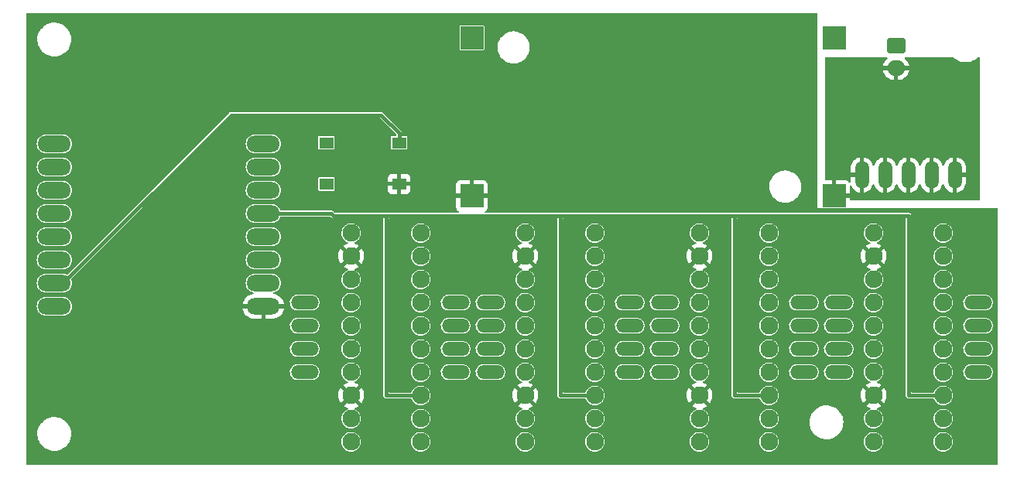
<source format=gtl>
G04 #@! TF.GenerationSoftware,KiCad,Pcbnew,(6.0.4)*
G04 #@! TF.CreationDate,2022-03-19T22:36:38+01:00*
G04 #@! TF.ProjectId,FlyballDisplay,466c7962-616c-46c4-9469-73706c61792e,rev?*
G04 #@! TF.SameCoordinates,Original*
G04 #@! TF.FileFunction,Copper,L1,Top*
G04 #@! TF.FilePolarity,Positive*
%FSLAX46Y46*%
G04 Gerber Fmt 4.6, Leading zero omitted, Abs format (unit mm)*
G04 Created by KiCad (PCBNEW (6.0.4)) date 2022-03-19 22:36:38*
%MOMM*%
%LPD*%
G01*
G04 APERTURE LIST*
G04 Aperture macros list*
%AMRoundRect*
0 Rectangle with rounded corners*
0 $1 Rounding radius*
0 $2 $3 $4 $5 $6 $7 $8 $9 X,Y pos of 4 corners*
0 Add a 4 corners polygon primitive as box body*
4,1,4,$2,$3,$4,$5,$6,$7,$8,$9,$2,$3,0*
0 Add four circle primitives for the rounded corners*
1,1,$1+$1,$2,$3*
1,1,$1+$1,$4,$5*
1,1,$1+$1,$6,$7*
1,1,$1+$1,$8,$9*
0 Add four rect primitives between the rounded corners*
20,1,$1+$1,$2,$3,$4,$5,0*
20,1,$1+$1,$4,$5,$6,$7,0*
20,1,$1+$1,$6,$7,$8,$9,0*
20,1,$1+$1,$8,$9,$2,$3,0*%
G04 Aperture macros list end*
G04 #@! TA.AperFunction,ComponentPad*
%ADD10RoundRect,0.250000X-0.750000X0.600000X-0.750000X-0.600000X0.750000X-0.600000X0.750000X0.600000X0*%
G04 #@! TD*
G04 #@! TA.AperFunction,ComponentPad*
%ADD11O,2.000000X1.700000*%
G04 #@! TD*
G04 #@! TA.AperFunction,ComponentPad*
%ADD12O,3.657600X1.828800*%
G04 #@! TD*
G04 #@! TA.AperFunction,ComponentPad*
%ADD13C,1.930400*%
G04 #@! TD*
G04 #@! TA.AperFunction,ComponentPad*
%ADD14O,3.032000X1.516000*%
G04 #@! TD*
G04 #@! TA.AperFunction,ComponentPad*
%ADD15R,2.500000X2.500000*%
G04 #@! TD*
G04 #@! TA.AperFunction,ComponentPad*
%ADD16O,1.516000X3.032000*%
G04 #@! TD*
G04 #@! TA.AperFunction,SMDPad,CuDef*
%ADD17R,1.550000X1.300000*%
G04 #@! TD*
G04 #@! TA.AperFunction,Conductor*
%ADD18C,0.406400*%
G04 #@! TD*
G04 #@! TA.AperFunction,Conductor*
%ADD19C,0.152400*%
G04 #@! TD*
G04 APERTURE END LIST*
D10*
X190500000Y-83820000D03*
D11*
X190500000Y-86320000D03*
D12*
X98425000Y-94615000D03*
X98425000Y-97155000D03*
X98425000Y-99695000D03*
X98425000Y-102235000D03*
X98425000Y-104775000D03*
X98425000Y-107315000D03*
X98425000Y-109855000D03*
X98425000Y-112395000D03*
X121285000Y-94615000D03*
X121285000Y-97155000D03*
X121285000Y-99695000D03*
X121285000Y-102235000D03*
X121285000Y-104775000D03*
X121285000Y-107315000D03*
X121285000Y-109855000D03*
X121285000Y-112395000D03*
D13*
X138506100Y-127223600D03*
X138506100Y-124683600D03*
X138506100Y-122143600D03*
X138506100Y-119603600D03*
X138506100Y-117063600D03*
X138506100Y-114523600D03*
X138506100Y-111983600D03*
X138506100Y-109443600D03*
X138506100Y-106903600D03*
X138506100Y-104363600D03*
X130886100Y-127223600D03*
X130886100Y-124683600D03*
X130886100Y-122143600D03*
X130886100Y-119603600D03*
X130886100Y-117063600D03*
X130886100Y-114523600D03*
X130886100Y-111983600D03*
X130886100Y-109443600D03*
X130886100Y-106903600D03*
X130886100Y-104363600D03*
X157556100Y-127223600D03*
X157556100Y-124683600D03*
X157556100Y-122143600D03*
X157556100Y-119603600D03*
X157556100Y-117063600D03*
X157556100Y-114523600D03*
X157556100Y-111983600D03*
X157556100Y-109443600D03*
X157556100Y-106903600D03*
X157556100Y-104363600D03*
X149936100Y-127223600D03*
X149936100Y-124683600D03*
X149936100Y-122143600D03*
X149936100Y-119603600D03*
X149936100Y-117063600D03*
X149936100Y-114523600D03*
X149936100Y-111983600D03*
X149936100Y-109443600D03*
X149936100Y-106903600D03*
X149936100Y-104363600D03*
D14*
X125806100Y-119603600D03*
X125806100Y-117063600D03*
X125806100Y-114523600D03*
X125806100Y-111983600D03*
X142316100Y-111983600D03*
X142316100Y-114523600D03*
X142316100Y-117063600D03*
X142316100Y-119603600D03*
X146126100Y-119603600D03*
X146126100Y-117063600D03*
X146126100Y-114523600D03*
X146126100Y-111983600D03*
X161366100Y-111983600D03*
X161366100Y-114523600D03*
X161366100Y-117063600D03*
X161366100Y-119603600D03*
D13*
X176606100Y-127223600D03*
X176606100Y-124683600D03*
X176606100Y-122143600D03*
X176606100Y-119603600D03*
X176606100Y-117063600D03*
X176606100Y-114523600D03*
X176606100Y-111983600D03*
X176606100Y-109443600D03*
X176606100Y-106903600D03*
X176606100Y-104363600D03*
X168986100Y-127223600D03*
X168986100Y-124683600D03*
X168986100Y-122143600D03*
X168986100Y-119603600D03*
X168986100Y-117063600D03*
X168986100Y-114523600D03*
X168986100Y-111983600D03*
X168986100Y-109443600D03*
X168986100Y-106903600D03*
X168986100Y-104363600D03*
D14*
X165176100Y-119603600D03*
X165176100Y-117063600D03*
X165176100Y-114523600D03*
X165176100Y-111983600D03*
X180416100Y-111983600D03*
X180416100Y-114523600D03*
X180416100Y-117063600D03*
X180416100Y-119603600D03*
D13*
X195656100Y-127223600D03*
X195656100Y-124683600D03*
X195656100Y-122143600D03*
X195656100Y-119603600D03*
X195656100Y-117063600D03*
X195656100Y-114523600D03*
X195656100Y-111983600D03*
X195656100Y-109443600D03*
X195656100Y-106903600D03*
X195656100Y-104363600D03*
X188036100Y-127223600D03*
X188036100Y-124683600D03*
X188036100Y-122143600D03*
X188036100Y-119603600D03*
X188036100Y-117063600D03*
X188036100Y-114523600D03*
X188036100Y-111983600D03*
X188036100Y-109443600D03*
X188036100Y-106903600D03*
X188036100Y-104363600D03*
D14*
X184226100Y-119603600D03*
X184226100Y-117063600D03*
X184226100Y-114523600D03*
X184226100Y-111983600D03*
X199466100Y-111983600D03*
X199466100Y-114523600D03*
X199466100Y-117063600D03*
X199466100Y-119603600D03*
D15*
X144094100Y-100299600D03*
X144094100Y-83027600D03*
X183718100Y-83027600D03*
X183718100Y-100299600D03*
D16*
X196926100Y-98013600D03*
X194386100Y-98013600D03*
X191846100Y-98013600D03*
X189306100Y-98013600D03*
X186766100Y-98013600D03*
D17*
X136131100Y-94493600D03*
X128181100Y-94493600D03*
X136131100Y-98993600D03*
X128181100Y-98993600D03*
D18*
X120726100Y-109443600D02*
X121996100Y-109443600D01*
X128981100Y-102458600D02*
X134696100Y-102458600D01*
X134696100Y-102458600D02*
X153746100Y-102458600D01*
X153746100Y-102458600D02*
X172796100Y-102458600D01*
X172796100Y-102458600D02*
X191846100Y-102458600D01*
X191846100Y-102458600D02*
X191846100Y-122143600D01*
X191846100Y-122143600D02*
X195656100Y-122143600D01*
X172796100Y-102458600D02*
X172796100Y-122143600D01*
X172796100Y-122143600D02*
X176606100Y-122143600D01*
X153746100Y-102458600D02*
X153746100Y-122143600D01*
X153746100Y-122143600D02*
X157556100Y-122143600D01*
X134696100Y-102458600D02*
X134696100Y-122143600D01*
X134696100Y-122143600D02*
X138506100Y-122143600D01*
X128757500Y-102235000D02*
X121285000Y-102235000D01*
X128981100Y-102458600D02*
X128757500Y-102235000D01*
D19*
X135966100Y-94328600D02*
X136131100Y-94493600D01*
D18*
X136131100Y-93437200D02*
X134133900Y-91440000D01*
X136131100Y-94493600D02*
X136131100Y-93437200D01*
X99339400Y-109855000D02*
X98425000Y-109855000D01*
X117754400Y-91440000D02*
X99339400Y-109855000D01*
X134133900Y-91440000D02*
X117754400Y-91440000D01*
G04 #@! TA.AperFunction,Conductor*
G36*
X181847831Y-80288313D02*
G01*
X181884376Y-80338613D01*
X181889300Y-80369700D01*
X181889300Y-101620400D01*
X182362647Y-101620400D01*
X182411405Y-101635190D01*
X182411495Y-101634973D01*
X182413698Y-101635885D01*
X182418536Y-101637353D01*
X182428887Y-101644269D01*
X182448231Y-101648117D01*
X182453349Y-101649135D01*
X182453350Y-101649135D01*
X182458201Y-101650100D01*
X182463148Y-101650100D01*
X183718737Y-101650099D01*
X184977998Y-101650099D01*
X185007313Y-101644269D01*
X185017664Y-101637353D01*
X185022509Y-101635883D01*
X185024707Y-101634973D01*
X185024797Y-101635189D01*
X185073553Y-101620400D01*
X201550000Y-101620400D01*
X201609131Y-101639613D01*
X201645676Y-101689913D01*
X201650600Y-101721000D01*
X201650600Y-129637500D01*
X201631387Y-129696631D01*
X201581087Y-129733176D01*
X201550000Y-129738100D01*
X95452200Y-129738100D01*
X95393069Y-129718887D01*
X95356524Y-129668587D01*
X95351600Y-129637500D01*
X95351600Y-126407095D01*
X96570028Y-126407095D01*
X96595534Y-126674431D01*
X96596398Y-126677962D01*
X96596399Y-126677968D01*
X96644152Y-126873120D01*
X96659364Y-126935285D01*
X96660731Y-126938660D01*
X96758816Y-127180821D01*
X96758819Y-127180828D01*
X96760182Y-127184192D01*
X96762020Y-127187332D01*
X96762022Y-127187335D01*
X96802393Y-127256283D01*
X96895875Y-127415938D01*
X96898152Y-127418785D01*
X97015264Y-127565226D01*
X97063601Y-127625669D01*
X97066263Y-127628155D01*
X97066266Y-127628159D01*
X97104030Y-127663436D01*
X97259846Y-127808991D01*
X97262836Y-127811066D01*
X97262837Y-127811066D01*
X97477503Y-127959986D01*
X97477507Y-127959988D01*
X97480499Y-127962064D01*
X97483761Y-127963687D01*
X97483763Y-127963688D01*
X97561001Y-128002113D01*
X97720938Y-128081680D01*
X97724396Y-128082814D01*
X97724397Y-128082814D01*
X97972663Y-128164200D01*
X97972666Y-128164201D01*
X97976126Y-128165335D01*
X97979720Y-128165959D01*
X98237697Y-128210752D01*
X98237703Y-128210753D01*
X98240717Y-128211276D01*
X98277055Y-128213085D01*
X98324335Y-128215439D01*
X98324348Y-128215439D01*
X98325567Y-128215500D01*
X98493223Y-128215500D01*
X98495037Y-128215368D01*
X98495048Y-128215368D01*
X98689209Y-128201280D01*
X98689211Y-128201280D01*
X98692846Y-128201016D01*
X98696404Y-128200230D01*
X98696407Y-128200230D01*
X98951516Y-128143907D01*
X98951518Y-128143906D01*
X98955080Y-128143120D01*
X99206211Y-128047975D01*
X99440976Y-127917574D01*
X99585146Y-127807547D01*
X99651552Y-127756868D01*
X99651554Y-127756866D01*
X99654458Y-127754650D01*
X99657009Y-127752040D01*
X99657014Y-127752036D01*
X99839632Y-127565226D01*
X99839634Y-127565223D01*
X99842185Y-127562614D01*
X99844331Y-127559666D01*
X99844335Y-127559661D01*
X99951239Y-127412790D01*
X100000225Y-127345491D01*
X100072221Y-127208649D01*
X129815348Y-127208649D01*
X129832837Y-127416910D01*
X129845436Y-127460847D01*
X129875366Y-127565226D01*
X129890443Y-127617808D01*
X129985974Y-127803691D01*
X129989029Y-127807545D01*
X129989030Y-127807547D01*
X130018399Y-127844601D01*
X130115791Y-127967479D01*
X130274948Y-128102933D01*
X130457384Y-128204893D01*
X130462064Y-128206414D01*
X130462065Y-128206414D01*
X130490029Y-128215500D01*
X130656149Y-128269475D01*
X130661033Y-128270057D01*
X130661036Y-128270058D01*
X130858784Y-128293638D01*
X130858785Y-128293638D01*
X130863674Y-128294221D01*
X131072052Y-128278187D01*
X131076793Y-128276863D01*
X131076795Y-128276863D01*
X131268606Y-128223309D01*
X131273348Y-128221985D01*
X131459893Y-128127754D01*
X131624583Y-127999084D01*
X131761145Y-127840876D01*
X131779258Y-127808991D01*
X131861945Y-127663436D01*
X131861946Y-127663433D01*
X131864376Y-127659156D01*
X131930345Y-127460847D01*
X131930961Y-127455972D01*
X131930962Y-127455967D01*
X131956186Y-127256283D01*
X131956538Y-127253500D01*
X131956956Y-127223600D01*
X131955490Y-127208649D01*
X137435348Y-127208649D01*
X137452837Y-127416910D01*
X137465436Y-127460847D01*
X137495366Y-127565226D01*
X137510443Y-127617808D01*
X137605974Y-127803691D01*
X137609029Y-127807545D01*
X137609030Y-127807547D01*
X137638399Y-127844601D01*
X137735791Y-127967479D01*
X137894948Y-128102933D01*
X138077384Y-128204893D01*
X138082064Y-128206414D01*
X138082065Y-128206414D01*
X138110029Y-128215500D01*
X138276149Y-128269475D01*
X138281033Y-128270057D01*
X138281036Y-128270058D01*
X138478784Y-128293638D01*
X138478785Y-128293638D01*
X138483674Y-128294221D01*
X138692052Y-128278187D01*
X138696793Y-128276863D01*
X138696795Y-128276863D01*
X138888606Y-128223309D01*
X138893348Y-128221985D01*
X139079893Y-128127754D01*
X139244583Y-127999084D01*
X139381145Y-127840876D01*
X139399258Y-127808991D01*
X139481945Y-127663436D01*
X139481946Y-127663433D01*
X139484376Y-127659156D01*
X139550345Y-127460847D01*
X139550961Y-127455972D01*
X139550962Y-127455967D01*
X139576186Y-127256283D01*
X139576538Y-127253500D01*
X139576956Y-127223600D01*
X139575490Y-127208649D01*
X148865348Y-127208649D01*
X148882837Y-127416910D01*
X148895436Y-127460847D01*
X148925366Y-127565226D01*
X148940443Y-127617808D01*
X149035974Y-127803691D01*
X149039029Y-127807545D01*
X149039030Y-127807547D01*
X149068399Y-127844601D01*
X149165791Y-127967479D01*
X149324948Y-128102933D01*
X149507384Y-128204893D01*
X149512064Y-128206414D01*
X149512065Y-128206414D01*
X149540029Y-128215500D01*
X149706149Y-128269475D01*
X149711033Y-128270057D01*
X149711036Y-128270058D01*
X149908784Y-128293638D01*
X149908785Y-128293638D01*
X149913674Y-128294221D01*
X150122052Y-128278187D01*
X150126793Y-128276863D01*
X150126795Y-128276863D01*
X150318606Y-128223309D01*
X150323348Y-128221985D01*
X150509893Y-128127754D01*
X150674583Y-127999084D01*
X150811145Y-127840876D01*
X150829258Y-127808991D01*
X150911945Y-127663436D01*
X150911946Y-127663433D01*
X150914376Y-127659156D01*
X150980345Y-127460847D01*
X150980961Y-127455972D01*
X150980962Y-127455967D01*
X151006186Y-127256283D01*
X151006538Y-127253500D01*
X151006956Y-127223600D01*
X151005490Y-127208649D01*
X156485348Y-127208649D01*
X156502837Y-127416910D01*
X156515436Y-127460847D01*
X156545366Y-127565226D01*
X156560443Y-127617808D01*
X156655974Y-127803691D01*
X156659029Y-127807545D01*
X156659030Y-127807547D01*
X156688399Y-127844601D01*
X156785791Y-127967479D01*
X156944948Y-128102933D01*
X157127384Y-128204893D01*
X157132064Y-128206414D01*
X157132065Y-128206414D01*
X157160029Y-128215500D01*
X157326149Y-128269475D01*
X157331033Y-128270057D01*
X157331036Y-128270058D01*
X157528784Y-128293638D01*
X157528785Y-128293638D01*
X157533674Y-128294221D01*
X157742052Y-128278187D01*
X157746793Y-128276863D01*
X157746795Y-128276863D01*
X157938606Y-128223309D01*
X157943348Y-128221985D01*
X158129893Y-128127754D01*
X158294583Y-127999084D01*
X158431145Y-127840876D01*
X158449258Y-127808991D01*
X158531945Y-127663436D01*
X158531946Y-127663433D01*
X158534376Y-127659156D01*
X158600345Y-127460847D01*
X158600961Y-127455972D01*
X158600962Y-127455967D01*
X158626186Y-127256283D01*
X158626538Y-127253500D01*
X158626956Y-127223600D01*
X158625490Y-127208649D01*
X167915348Y-127208649D01*
X167932837Y-127416910D01*
X167945436Y-127460847D01*
X167975366Y-127565226D01*
X167990443Y-127617808D01*
X168085974Y-127803691D01*
X168089029Y-127807545D01*
X168089030Y-127807547D01*
X168118399Y-127844601D01*
X168215791Y-127967479D01*
X168374948Y-128102933D01*
X168557384Y-128204893D01*
X168562064Y-128206414D01*
X168562065Y-128206414D01*
X168590029Y-128215500D01*
X168756149Y-128269475D01*
X168761033Y-128270057D01*
X168761036Y-128270058D01*
X168958784Y-128293638D01*
X168958785Y-128293638D01*
X168963674Y-128294221D01*
X169172052Y-128278187D01*
X169176793Y-128276863D01*
X169176795Y-128276863D01*
X169368606Y-128223309D01*
X169373348Y-128221985D01*
X169559893Y-128127754D01*
X169724583Y-127999084D01*
X169861145Y-127840876D01*
X169879258Y-127808991D01*
X169961945Y-127663436D01*
X169961946Y-127663433D01*
X169964376Y-127659156D01*
X170030345Y-127460847D01*
X170030961Y-127455972D01*
X170030962Y-127455967D01*
X170056186Y-127256283D01*
X170056538Y-127253500D01*
X170056956Y-127223600D01*
X170055490Y-127208649D01*
X175535348Y-127208649D01*
X175552837Y-127416910D01*
X175565436Y-127460847D01*
X175595366Y-127565226D01*
X175610443Y-127617808D01*
X175705974Y-127803691D01*
X175709029Y-127807545D01*
X175709030Y-127807547D01*
X175738399Y-127844601D01*
X175835791Y-127967479D01*
X175994948Y-128102933D01*
X176177384Y-128204893D01*
X176182064Y-128206414D01*
X176182065Y-128206414D01*
X176210029Y-128215500D01*
X176376149Y-128269475D01*
X176381033Y-128270057D01*
X176381036Y-128270058D01*
X176578784Y-128293638D01*
X176578785Y-128293638D01*
X176583674Y-128294221D01*
X176792052Y-128278187D01*
X176796793Y-128276863D01*
X176796795Y-128276863D01*
X176988606Y-128223309D01*
X176993348Y-128221985D01*
X177179893Y-128127754D01*
X177344583Y-127999084D01*
X177481145Y-127840876D01*
X177499258Y-127808991D01*
X177581945Y-127663436D01*
X177581946Y-127663433D01*
X177584376Y-127659156D01*
X177650345Y-127460847D01*
X177650961Y-127455972D01*
X177650962Y-127455967D01*
X177676186Y-127256283D01*
X177676538Y-127253500D01*
X177676956Y-127223600D01*
X177675490Y-127208649D01*
X186965348Y-127208649D01*
X186982837Y-127416910D01*
X186995436Y-127460847D01*
X187025366Y-127565226D01*
X187040443Y-127617808D01*
X187135974Y-127803691D01*
X187139029Y-127807545D01*
X187139030Y-127807547D01*
X187168399Y-127844601D01*
X187265791Y-127967479D01*
X187424948Y-128102933D01*
X187607384Y-128204893D01*
X187612064Y-128206414D01*
X187612065Y-128206414D01*
X187640029Y-128215500D01*
X187806149Y-128269475D01*
X187811033Y-128270057D01*
X187811036Y-128270058D01*
X188008784Y-128293638D01*
X188008785Y-128293638D01*
X188013674Y-128294221D01*
X188222052Y-128278187D01*
X188226793Y-128276863D01*
X188226795Y-128276863D01*
X188418606Y-128223309D01*
X188423348Y-128221985D01*
X188609893Y-128127754D01*
X188774583Y-127999084D01*
X188911145Y-127840876D01*
X188929258Y-127808991D01*
X189011945Y-127663436D01*
X189011946Y-127663433D01*
X189014376Y-127659156D01*
X189080345Y-127460847D01*
X189080961Y-127455972D01*
X189080962Y-127455967D01*
X189106186Y-127256283D01*
X189106538Y-127253500D01*
X189106956Y-127223600D01*
X189105490Y-127208649D01*
X194585348Y-127208649D01*
X194602837Y-127416910D01*
X194615436Y-127460847D01*
X194645366Y-127565226D01*
X194660443Y-127617808D01*
X194755974Y-127803691D01*
X194759029Y-127807545D01*
X194759030Y-127807547D01*
X194788399Y-127844601D01*
X194885791Y-127967479D01*
X195044948Y-128102933D01*
X195227384Y-128204893D01*
X195232064Y-128206414D01*
X195232065Y-128206414D01*
X195260029Y-128215500D01*
X195426149Y-128269475D01*
X195431033Y-128270057D01*
X195431036Y-128270058D01*
X195628784Y-128293638D01*
X195628785Y-128293638D01*
X195633674Y-128294221D01*
X195842052Y-128278187D01*
X195846793Y-128276863D01*
X195846795Y-128276863D01*
X196038606Y-128223309D01*
X196043348Y-128221985D01*
X196229893Y-128127754D01*
X196394583Y-127999084D01*
X196531145Y-127840876D01*
X196549258Y-127808991D01*
X196631945Y-127663436D01*
X196631946Y-127663433D01*
X196634376Y-127659156D01*
X196700345Y-127460847D01*
X196700961Y-127455972D01*
X196700962Y-127455967D01*
X196726186Y-127256283D01*
X196726538Y-127253500D01*
X196726956Y-127223600D01*
X196706562Y-127015603D01*
X196705140Y-127010893D01*
X196705139Y-127010888D01*
X196647580Y-126820244D01*
X196647578Y-126820240D01*
X196646156Y-126815529D01*
X196548039Y-126630997D01*
X196415948Y-126469038D01*
X196360368Y-126423058D01*
X196258703Y-126338953D01*
X196258698Y-126338950D01*
X196254915Y-126335820D01*
X196179838Y-126295226D01*
X196075396Y-126238754D01*
X196075392Y-126238752D01*
X196071073Y-126236417D01*
X196052669Y-126230720D01*
X195876126Y-126176071D01*
X195876124Y-126176071D01*
X195871425Y-126174616D01*
X195663576Y-126152770D01*
X195658675Y-126153216D01*
X195658672Y-126153216D01*
X195460341Y-126171266D01*
X195460340Y-126171266D01*
X195455442Y-126171712D01*
X195254950Y-126230720D01*
X195250590Y-126232999D01*
X195250586Y-126233001D01*
X195131561Y-126295226D01*
X195069739Y-126327546D01*
X195065900Y-126330633D01*
X195065898Y-126330634D01*
X195038302Y-126352822D01*
X194906861Y-126458503D01*
X194903695Y-126462276D01*
X194903691Y-126462280D01*
X194837582Y-126541066D01*
X194772522Y-126618602D01*
X194770150Y-126622916D01*
X194770149Y-126622918D01*
X194674210Y-126797430D01*
X194671838Y-126801745D01*
X194670350Y-126806435D01*
X194670349Y-126806438D01*
X194627743Y-126940752D01*
X194608645Y-127000957D01*
X194608096Y-127005851D01*
X194596296Y-127111051D01*
X194585348Y-127208649D01*
X189105490Y-127208649D01*
X189086562Y-127015603D01*
X189085140Y-127010893D01*
X189085139Y-127010888D01*
X189027580Y-126820244D01*
X189027578Y-126820240D01*
X189026156Y-126815529D01*
X188928039Y-126630997D01*
X188795948Y-126469038D01*
X188740368Y-126423058D01*
X188638703Y-126338953D01*
X188638698Y-126338950D01*
X188634915Y-126335820D01*
X188559838Y-126295226D01*
X188455396Y-126238754D01*
X188455392Y-126238752D01*
X188451073Y-126236417D01*
X188432669Y-126230720D01*
X188256126Y-126176071D01*
X188256124Y-126176071D01*
X188251425Y-126174616D01*
X188043576Y-126152770D01*
X188038675Y-126153216D01*
X188038672Y-126153216D01*
X187840341Y-126171266D01*
X187840340Y-126171266D01*
X187835442Y-126171712D01*
X187634950Y-126230720D01*
X187630590Y-126232999D01*
X187630586Y-126233001D01*
X187511561Y-126295226D01*
X187449739Y-126327546D01*
X187445900Y-126330633D01*
X187445898Y-126330634D01*
X187418302Y-126352822D01*
X187286861Y-126458503D01*
X187283695Y-126462276D01*
X187283691Y-126462280D01*
X187217582Y-126541066D01*
X187152522Y-126618602D01*
X187150150Y-126622916D01*
X187150149Y-126622918D01*
X187054210Y-126797430D01*
X187051838Y-126801745D01*
X187050350Y-126806435D01*
X187050349Y-126806438D01*
X187007743Y-126940752D01*
X186988645Y-127000957D01*
X186988096Y-127005851D01*
X186976296Y-127111051D01*
X186965348Y-127208649D01*
X177675490Y-127208649D01*
X177656562Y-127015603D01*
X177655140Y-127010893D01*
X177655139Y-127010888D01*
X177597580Y-126820244D01*
X177597578Y-126820240D01*
X177596156Y-126815529D01*
X177498039Y-126630997D01*
X177365948Y-126469038D01*
X177310368Y-126423058D01*
X177208703Y-126338953D01*
X177208698Y-126338950D01*
X177204915Y-126335820D01*
X177129838Y-126295226D01*
X177025396Y-126238754D01*
X177025392Y-126238752D01*
X177021073Y-126236417D01*
X177002669Y-126230720D01*
X176826126Y-126176071D01*
X176826124Y-126176071D01*
X176821425Y-126174616D01*
X176613576Y-126152770D01*
X176608675Y-126153216D01*
X176608672Y-126153216D01*
X176410341Y-126171266D01*
X176410340Y-126171266D01*
X176405442Y-126171712D01*
X176204950Y-126230720D01*
X176200590Y-126232999D01*
X176200586Y-126233001D01*
X176081561Y-126295226D01*
X176019739Y-126327546D01*
X176015900Y-126330633D01*
X176015898Y-126330634D01*
X175988302Y-126352822D01*
X175856861Y-126458503D01*
X175853695Y-126462276D01*
X175853691Y-126462280D01*
X175787582Y-126541066D01*
X175722522Y-126618602D01*
X175720150Y-126622916D01*
X175720149Y-126622918D01*
X175624210Y-126797430D01*
X175621838Y-126801745D01*
X175620350Y-126806435D01*
X175620349Y-126806438D01*
X175577743Y-126940752D01*
X175558645Y-127000957D01*
X175558096Y-127005851D01*
X175546296Y-127111051D01*
X175535348Y-127208649D01*
X170055490Y-127208649D01*
X170036562Y-127015603D01*
X170035140Y-127010893D01*
X170035139Y-127010888D01*
X169977580Y-126820244D01*
X169977578Y-126820240D01*
X169976156Y-126815529D01*
X169878039Y-126630997D01*
X169745948Y-126469038D01*
X169690368Y-126423058D01*
X169588703Y-126338953D01*
X169588698Y-126338950D01*
X169584915Y-126335820D01*
X169509838Y-126295226D01*
X169405396Y-126238754D01*
X169405392Y-126238752D01*
X169401073Y-126236417D01*
X169382669Y-126230720D01*
X169206126Y-126176071D01*
X169206124Y-126176071D01*
X169201425Y-126174616D01*
X168993576Y-126152770D01*
X168988675Y-126153216D01*
X168988672Y-126153216D01*
X168790341Y-126171266D01*
X168790340Y-126171266D01*
X168785442Y-126171712D01*
X168584950Y-126230720D01*
X168580590Y-126232999D01*
X168580586Y-126233001D01*
X168461561Y-126295226D01*
X168399739Y-126327546D01*
X168395900Y-126330633D01*
X168395898Y-126330634D01*
X168368302Y-126352822D01*
X168236861Y-126458503D01*
X168233695Y-126462276D01*
X168233691Y-126462280D01*
X168167582Y-126541066D01*
X168102522Y-126618602D01*
X168100150Y-126622916D01*
X168100149Y-126622918D01*
X168004210Y-126797430D01*
X168001838Y-126801745D01*
X168000350Y-126806435D01*
X168000349Y-126806438D01*
X167957743Y-126940752D01*
X167938645Y-127000957D01*
X167938096Y-127005851D01*
X167926296Y-127111051D01*
X167915348Y-127208649D01*
X158625490Y-127208649D01*
X158606562Y-127015603D01*
X158605140Y-127010893D01*
X158605139Y-127010888D01*
X158547580Y-126820244D01*
X158547578Y-126820240D01*
X158546156Y-126815529D01*
X158448039Y-126630997D01*
X158315948Y-126469038D01*
X158260368Y-126423058D01*
X158158703Y-126338953D01*
X158158698Y-126338950D01*
X158154915Y-126335820D01*
X158079838Y-126295226D01*
X157975396Y-126238754D01*
X157975392Y-126238752D01*
X157971073Y-126236417D01*
X157952669Y-126230720D01*
X157776126Y-126176071D01*
X157776124Y-126176071D01*
X157771425Y-126174616D01*
X157563576Y-126152770D01*
X157558675Y-126153216D01*
X157558672Y-126153216D01*
X157360341Y-126171266D01*
X157360340Y-126171266D01*
X157355442Y-126171712D01*
X157154950Y-126230720D01*
X157150590Y-126232999D01*
X157150586Y-126233001D01*
X157031561Y-126295226D01*
X156969739Y-126327546D01*
X156965900Y-126330633D01*
X156965898Y-126330634D01*
X156938302Y-126352822D01*
X156806861Y-126458503D01*
X156803695Y-126462276D01*
X156803691Y-126462280D01*
X156737582Y-126541066D01*
X156672522Y-126618602D01*
X156670150Y-126622916D01*
X156670149Y-126622918D01*
X156574210Y-126797430D01*
X156571838Y-126801745D01*
X156570350Y-126806435D01*
X156570349Y-126806438D01*
X156527743Y-126940752D01*
X156508645Y-127000957D01*
X156508096Y-127005851D01*
X156496296Y-127111051D01*
X156485348Y-127208649D01*
X151005490Y-127208649D01*
X150986562Y-127015603D01*
X150985140Y-127010893D01*
X150985139Y-127010888D01*
X150927580Y-126820244D01*
X150927578Y-126820240D01*
X150926156Y-126815529D01*
X150828039Y-126630997D01*
X150695948Y-126469038D01*
X150640368Y-126423058D01*
X150538703Y-126338953D01*
X150538698Y-126338950D01*
X150534915Y-126335820D01*
X150459838Y-126295226D01*
X150355396Y-126238754D01*
X150355392Y-126238752D01*
X150351073Y-126236417D01*
X150332669Y-126230720D01*
X150156126Y-126176071D01*
X150156124Y-126176071D01*
X150151425Y-126174616D01*
X149943576Y-126152770D01*
X149938675Y-126153216D01*
X149938672Y-126153216D01*
X149740341Y-126171266D01*
X149740340Y-126171266D01*
X149735442Y-126171712D01*
X149534950Y-126230720D01*
X149530590Y-126232999D01*
X149530586Y-126233001D01*
X149411561Y-126295226D01*
X149349739Y-126327546D01*
X149345900Y-126330633D01*
X149345898Y-126330634D01*
X149318302Y-126352822D01*
X149186861Y-126458503D01*
X149183695Y-126462276D01*
X149183691Y-126462280D01*
X149117582Y-126541066D01*
X149052522Y-126618602D01*
X149050150Y-126622916D01*
X149050149Y-126622918D01*
X148954210Y-126797430D01*
X148951838Y-126801745D01*
X148950350Y-126806435D01*
X148950349Y-126806438D01*
X148907743Y-126940752D01*
X148888645Y-127000957D01*
X148888096Y-127005851D01*
X148876296Y-127111051D01*
X148865348Y-127208649D01*
X139575490Y-127208649D01*
X139556562Y-127015603D01*
X139555140Y-127010893D01*
X139555139Y-127010888D01*
X139497580Y-126820244D01*
X139497578Y-126820240D01*
X139496156Y-126815529D01*
X139398039Y-126630997D01*
X139265948Y-126469038D01*
X139210368Y-126423058D01*
X139108703Y-126338953D01*
X139108698Y-126338950D01*
X139104915Y-126335820D01*
X139029838Y-126295226D01*
X138925396Y-126238754D01*
X138925392Y-126238752D01*
X138921073Y-126236417D01*
X138902669Y-126230720D01*
X138726126Y-126176071D01*
X138726124Y-126176071D01*
X138721425Y-126174616D01*
X138513576Y-126152770D01*
X138508675Y-126153216D01*
X138508672Y-126153216D01*
X138310341Y-126171266D01*
X138310340Y-126171266D01*
X138305442Y-126171712D01*
X138104950Y-126230720D01*
X138100590Y-126232999D01*
X138100586Y-126233001D01*
X137981561Y-126295226D01*
X137919739Y-126327546D01*
X137915900Y-126330633D01*
X137915898Y-126330634D01*
X137888302Y-126352822D01*
X137756861Y-126458503D01*
X137753695Y-126462276D01*
X137753691Y-126462280D01*
X137687582Y-126541066D01*
X137622522Y-126618602D01*
X137620150Y-126622916D01*
X137620149Y-126622918D01*
X137524210Y-126797430D01*
X137521838Y-126801745D01*
X137520350Y-126806435D01*
X137520349Y-126806438D01*
X137477743Y-126940752D01*
X137458645Y-127000957D01*
X137458096Y-127005851D01*
X137446296Y-127111051D01*
X137435348Y-127208649D01*
X131955490Y-127208649D01*
X131936562Y-127015603D01*
X131935140Y-127010893D01*
X131935139Y-127010888D01*
X131877580Y-126820244D01*
X131877578Y-126820240D01*
X131876156Y-126815529D01*
X131778039Y-126630997D01*
X131645948Y-126469038D01*
X131590368Y-126423058D01*
X131488703Y-126338953D01*
X131488698Y-126338950D01*
X131484915Y-126335820D01*
X131409838Y-126295226D01*
X131305396Y-126238754D01*
X131305392Y-126238752D01*
X131301073Y-126236417D01*
X131282669Y-126230720D01*
X131106126Y-126176071D01*
X131106124Y-126176071D01*
X131101425Y-126174616D01*
X130893576Y-126152770D01*
X130888675Y-126153216D01*
X130888672Y-126153216D01*
X130690341Y-126171266D01*
X130690340Y-126171266D01*
X130685442Y-126171712D01*
X130484950Y-126230720D01*
X130480590Y-126232999D01*
X130480586Y-126233001D01*
X130361561Y-126295226D01*
X130299739Y-126327546D01*
X130295900Y-126330633D01*
X130295898Y-126330634D01*
X130268302Y-126352822D01*
X130136861Y-126458503D01*
X130133695Y-126462276D01*
X130133691Y-126462280D01*
X130067582Y-126541066D01*
X130002522Y-126618602D01*
X130000150Y-126622916D01*
X130000149Y-126622918D01*
X129904210Y-126797430D01*
X129901838Y-126801745D01*
X129900350Y-126806435D01*
X129900349Y-126806438D01*
X129857743Y-126940752D01*
X129838645Y-127000957D01*
X129838096Y-127005851D01*
X129826296Y-127111051D01*
X129815348Y-127208649D01*
X100072221Y-127208649D01*
X100125265Y-127107828D01*
X100182589Y-126945500D01*
X100213476Y-126858036D01*
X100213477Y-126858032D01*
X100214688Y-126854603D01*
X100266620Y-126591122D01*
X100279329Y-126335820D01*
X100279791Y-126326542D01*
X100279791Y-126326541D01*
X100279972Y-126322905D01*
X100271721Y-126236417D01*
X100254812Y-126059195D01*
X100254812Y-126059194D01*
X100254466Y-126055569D01*
X100190636Y-125794715D01*
X100167740Y-125738187D01*
X100091184Y-125549179D01*
X100091181Y-125549172D01*
X100089818Y-125545808D01*
X99954125Y-125314062D01*
X99836825Y-125167386D01*
X99788676Y-125107178D01*
X99788675Y-125107176D01*
X99786399Y-125104331D01*
X99783737Y-125101845D01*
X99783734Y-125101841D01*
X99645951Y-124973132D01*
X99590154Y-124921009D01*
X99433633Y-124812426D01*
X99372497Y-124770014D01*
X99372493Y-124770012D01*
X99369501Y-124767936D01*
X99169925Y-124668649D01*
X129815348Y-124668649D01*
X129832837Y-124876910D01*
X129865547Y-124990984D01*
X129882262Y-125049276D01*
X129890443Y-125077808D01*
X129985974Y-125263691D01*
X129989029Y-125267545D01*
X129989030Y-125267547D01*
X130029625Y-125318764D01*
X130115791Y-125427479D01*
X130274948Y-125562933D01*
X130457384Y-125664893D01*
X130656149Y-125729475D01*
X130661033Y-125730057D01*
X130661036Y-125730058D01*
X130858784Y-125753638D01*
X130858785Y-125753638D01*
X130863674Y-125754221D01*
X131072052Y-125738187D01*
X131076793Y-125736863D01*
X131076795Y-125736863D01*
X131268606Y-125683309D01*
X131273348Y-125681985D01*
X131459893Y-125587754D01*
X131624583Y-125459084D01*
X131761145Y-125300876D01*
X131763577Y-125296595D01*
X131861945Y-125123436D01*
X131861946Y-125123433D01*
X131864376Y-125119156D01*
X131930345Y-124920847D01*
X131930961Y-124915972D01*
X131930962Y-124915967D01*
X131949661Y-124767936D01*
X131956538Y-124713500D01*
X131956956Y-124683600D01*
X131956676Y-124680737D01*
X131955491Y-124668649D01*
X137435348Y-124668649D01*
X137452837Y-124876910D01*
X137485547Y-124990984D01*
X137502262Y-125049276D01*
X137510443Y-125077808D01*
X137605974Y-125263691D01*
X137609029Y-125267545D01*
X137609030Y-125267547D01*
X137649625Y-125318764D01*
X137735791Y-125427479D01*
X137894948Y-125562933D01*
X138077384Y-125664893D01*
X138276149Y-125729475D01*
X138281033Y-125730057D01*
X138281036Y-125730058D01*
X138478784Y-125753638D01*
X138478785Y-125753638D01*
X138483674Y-125754221D01*
X138692052Y-125738187D01*
X138696793Y-125736863D01*
X138696795Y-125736863D01*
X138888606Y-125683309D01*
X138893348Y-125681985D01*
X139079893Y-125587754D01*
X139244583Y-125459084D01*
X139381145Y-125300876D01*
X139383577Y-125296595D01*
X139481945Y-125123436D01*
X139481946Y-125123433D01*
X139484376Y-125119156D01*
X139550345Y-124920847D01*
X139550961Y-124915972D01*
X139550962Y-124915967D01*
X139569661Y-124767936D01*
X139576538Y-124713500D01*
X139576956Y-124683600D01*
X139576676Y-124680737D01*
X139575491Y-124668649D01*
X148865348Y-124668649D01*
X148882837Y-124876910D01*
X148915547Y-124990984D01*
X148932262Y-125049276D01*
X148940443Y-125077808D01*
X149035974Y-125263691D01*
X149039029Y-125267545D01*
X149039030Y-125267547D01*
X149079625Y-125318764D01*
X149165791Y-125427479D01*
X149324948Y-125562933D01*
X149507384Y-125664893D01*
X149706149Y-125729475D01*
X149711033Y-125730057D01*
X149711036Y-125730058D01*
X149908784Y-125753638D01*
X149908785Y-125753638D01*
X149913674Y-125754221D01*
X150122052Y-125738187D01*
X150126793Y-125736863D01*
X150126795Y-125736863D01*
X150318606Y-125683309D01*
X150323348Y-125681985D01*
X150509893Y-125587754D01*
X150674583Y-125459084D01*
X150811145Y-125300876D01*
X150813577Y-125296595D01*
X150911945Y-125123436D01*
X150911946Y-125123433D01*
X150914376Y-125119156D01*
X150980345Y-124920847D01*
X150980961Y-124915972D01*
X150980962Y-124915967D01*
X150999661Y-124767936D01*
X151006538Y-124713500D01*
X151006956Y-124683600D01*
X151006676Y-124680737D01*
X151005491Y-124668649D01*
X156485348Y-124668649D01*
X156502837Y-124876910D01*
X156535547Y-124990984D01*
X156552262Y-125049276D01*
X156560443Y-125077808D01*
X156655974Y-125263691D01*
X156659029Y-125267545D01*
X156659030Y-125267547D01*
X156699625Y-125318764D01*
X156785791Y-125427479D01*
X156944948Y-125562933D01*
X157127384Y-125664893D01*
X157326149Y-125729475D01*
X157331033Y-125730057D01*
X157331036Y-125730058D01*
X157528784Y-125753638D01*
X157528785Y-125753638D01*
X157533674Y-125754221D01*
X157742052Y-125738187D01*
X157746793Y-125736863D01*
X157746795Y-125736863D01*
X157938606Y-125683309D01*
X157943348Y-125681985D01*
X158129893Y-125587754D01*
X158294583Y-125459084D01*
X158431145Y-125300876D01*
X158433577Y-125296595D01*
X158531945Y-125123436D01*
X158531946Y-125123433D01*
X158534376Y-125119156D01*
X158600345Y-124920847D01*
X158600961Y-124915972D01*
X158600962Y-124915967D01*
X158619661Y-124767936D01*
X158626538Y-124713500D01*
X158626956Y-124683600D01*
X158626676Y-124680737D01*
X158625491Y-124668649D01*
X167915348Y-124668649D01*
X167932837Y-124876910D01*
X167965547Y-124990984D01*
X167982262Y-125049276D01*
X167990443Y-125077808D01*
X168085974Y-125263691D01*
X168089029Y-125267545D01*
X168089030Y-125267547D01*
X168129625Y-125318764D01*
X168215791Y-125427479D01*
X168374948Y-125562933D01*
X168557384Y-125664893D01*
X168756149Y-125729475D01*
X168761033Y-125730057D01*
X168761036Y-125730058D01*
X168958784Y-125753638D01*
X168958785Y-125753638D01*
X168963674Y-125754221D01*
X169172052Y-125738187D01*
X169176793Y-125736863D01*
X169176795Y-125736863D01*
X169368606Y-125683309D01*
X169373348Y-125681985D01*
X169559893Y-125587754D01*
X169724583Y-125459084D01*
X169861145Y-125300876D01*
X169863577Y-125296595D01*
X169961945Y-125123436D01*
X169961946Y-125123433D01*
X169964376Y-125119156D01*
X170030345Y-124920847D01*
X170030961Y-124915972D01*
X170030962Y-124915967D01*
X170049661Y-124767936D01*
X170056538Y-124713500D01*
X170056956Y-124683600D01*
X170056676Y-124680737D01*
X170055491Y-124668649D01*
X175535348Y-124668649D01*
X175552837Y-124876910D01*
X175585547Y-124990984D01*
X175602262Y-125049276D01*
X175610443Y-125077808D01*
X175705974Y-125263691D01*
X175709029Y-125267545D01*
X175709030Y-125267547D01*
X175749625Y-125318764D01*
X175835791Y-125427479D01*
X175994948Y-125562933D01*
X176177384Y-125664893D01*
X176376149Y-125729475D01*
X176381033Y-125730057D01*
X176381036Y-125730058D01*
X176578784Y-125753638D01*
X176578785Y-125753638D01*
X176583674Y-125754221D01*
X176792052Y-125738187D01*
X176796793Y-125736863D01*
X176796795Y-125736863D01*
X176988606Y-125683309D01*
X176993348Y-125681985D01*
X177179893Y-125587754D01*
X177344583Y-125459084D01*
X177481145Y-125300876D01*
X177483577Y-125296595D01*
X177574186Y-125137095D01*
X181025028Y-125137095D01*
X181025374Y-125140721D01*
X181025374Y-125140724D01*
X181050188Y-125400805D01*
X181050534Y-125404431D01*
X181051398Y-125407962D01*
X181051399Y-125407968D01*
X181084359Y-125542665D01*
X181114364Y-125665285D01*
X181115731Y-125668660D01*
X181213816Y-125910821D01*
X181213819Y-125910828D01*
X181215182Y-125914192D01*
X181350875Y-126145938D01*
X181374973Y-126176071D01*
X181500858Y-126333482D01*
X181518601Y-126355669D01*
X181521263Y-126358155D01*
X181521266Y-126358159D01*
X181569759Y-126403458D01*
X181714846Y-126538991D01*
X181717836Y-126541066D01*
X181717837Y-126541066D01*
X181932503Y-126689986D01*
X181932507Y-126689988D01*
X181935499Y-126692064D01*
X182175938Y-126811680D01*
X182179396Y-126812814D01*
X182179397Y-126812814D01*
X182427663Y-126894200D01*
X182427666Y-126894201D01*
X182431126Y-126895335D01*
X182434720Y-126895959D01*
X182692697Y-126940752D01*
X182692703Y-126940753D01*
X182695717Y-126941276D01*
X182732055Y-126943085D01*
X182779335Y-126945439D01*
X182779348Y-126945439D01*
X182780567Y-126945500D01*
X182948223Y-126945500D01*
X182950037Y-126945368D01*
X182950048Y-126945368D01*
X183144209Y-126931280D01*
X183144211Y-126931280D01*
X183147846Y-126931016D01*
X183151404Y-126930230D01*
X183151407Y-126930230D01*
X183406516Y-126873907D01*
X183406518Y-126873906D01*
X183410080Y-126873120D01*
X183661211Y-126777975D01*
X183895976Y-126647574D01*
X184038254Y-126538991D01*
X184106552Y-126486868D01*
X184106554Y-126486866D01*
X184109458Y-126484650D01*
X184112009Y-126482040D01*
X184112014Y-126482036D01*
X184294632Y-126295226D01*
X184294634Y-126295223D01*
X184297185Y-126292614D01*
X184299331Y-126289666D01*
X184299335Y-126289661D01*
X184406239Y-126142790D01*
X184455225Y-126075491D01*
X184580265Y-125837828D01*
X184609996Y-125753638D01*
X184668476Y-125588036D01*
X184668477Y-125588032D01*
X184669688Y-125584603D01*
X184721620Y-125321122D01*
X184734972Y-125052905D01*
X184709466Y-124785569D01*
X184705152Y-124767936D01*
X184680857Y-124668649D01*
X186965348Y-124668649D01*
X186982837Y-124876910D01*
X187015547Y-124990984D01*
X187032262Y-125049276D01*
X187040443Y-125077808D01*
X187135974Y-125263691D01*
X187139029Y-125267545D01*
X187139030Y-125267547D01*
X187179625Y-125318764D01*
X187265791Y-125427479D01*
X187424948Y-125562933D01*
X187607384Y-125664893D01*
X187806149Y-125729475D01*
X187811033Y-125730057D01*
X187811036Y-125730058D01*
X188008784Y-125753638D01*
X188008785Y-125753638D01*
X188013674Y-125754221D01*
X188222052Y-125738187D01*
X188226793Y-125736863D01*
X188226795Y-125736863D01*
X188418606Y-125683309D01*
X188423348Y-125681985D01*
X188609893Y-125587754D01*
X188774583Y-125459084D01*
X188911145Y-125300876D01*
X188913577Y-125296595D01*
X189011945Y-125123436D01*
X189011946Y-125123433D01*
X189014376Y-125119156D01*
X189080345Y-124920847D01*
X189080961Y-124915972D01*
X189080962Y-124915967D01*
X189099661Y-124767936D01*
X189106538Y-124713500D01*
X189106956Y-124683600D01*
X189106676Y-124680737D01*
X189105491Y-124668649D01*
X194585348Y-124668649D01*
X194602837Y-124876910D01*
X194635547Y-124990984D01*
X194652262Y-125049276D01*
X194660443Y-125077808D01*
X194755974Y-125263691D01*
X194759029Y-125267545D01*
X194759030Y-125267547D01*
X194799625Y-125318764D01*
X194885791Y-125427479D01*
X195044948Y-125562933D01*
X195227384Y-125664893D01*
X195426149Y-125729475D01*
X195431033Y-125730057D01*
X195431036Y-125730058D01*
X195628784Y-125753638D01*
X195628785Y-125753638D01*
X195633674Y-125754221D01*
X195842052Y-125738187D01*
X195846793Y-125736863D01*
X195846795Y-125736863D01*
X196038606Y-125683309D01*
X196043348Y-125681985D01*
X196229893Y-125587754D01*
X196394583Y-125459084D01*
X196531145Y-125300876D01*
X196533577Y-125296595D01*
X196631945Y-125123436D01*
X196631946Y-125123433D01*
X196634376Y-125119156D01*
X196700345Y-124920847D01*
X196700961Y-124915972D01*
X196700962Y-124915967D01*
X196719661Y-124767936D01*
X196726538Y-124713500D01*
X196726956Y-124683600D01*
X196726676Y-124680737D01*
X196707042Y-124480502D01*
X196706562Y-124475603D01*
X196705140Y-124470893D01*
X196705139Y-124470888D01*
X196647580Y-124280244D01*
X196647578Y-124280240D01*
X196646156Y-124275529D01*
X196548039Y-124090997D01*
X196415948Y-123929038D01*
X196360368Y-123883058D01*
X196258703Y-123798953D01*
X196258698Y-123798950D01*
X196254915Y-123795820D01*
X196092429Y-123707964D01*
X196075396Y-123698754D01*
X196075392Y-123698752D01*
X196071073Y-123696417D01*
X196052669Y-123690720D01*
X195876126Y-123636071D01*
X195876124Y-123636071D01*
X195871425Y-123634616D01*
X195663576Y-123612770D01*
X195658675Y-123613216D01*
X195658672Y-123613216D01*
X195460341Y-123631266D01*
X195460340Y-123631266D01*
X195455442Y-123631712D01*
X195254950Y-123690720D01*
X195250590Y-123692999D01*
X195250586Y-123693001D01*
X195226965Y-123705350D01*
X195069739Y-123787546D01*
X195065900Y-123790633D01*
X195065898Y-123790634D01*
X195024402Y-123823998D01*
X194906861Y-123918503D01*
X194903695Y-123922276D01*
X194903691Y-123922280D01*
X194807484Y-124036936D01*
X194772522Y-124078602D01*
X194770150Y-124082916D01*
X194770149Y-124082918D01*
X194674210Y-124257430D01*
X194671838Y-124261745D01*
X194670350Y-124266435D01*
X194670349Y-124266438D01*
X194643153Y-124352172D01*
X194608645Y-124460957D01*
X194608096Y-124465851D01*
X194587756Y-124647186D01*
X194585348Y-124668649D01*
X189105491Y-124668649D01*
X189087042Y-124480502D01*
X189086562Y-124475603D01*
X189085140Y-124470893D01*
X189085139Y-124470888D01*
X189027580Y-124280244D01*
X189027578Y-124280240D01*
X189026156Y-124275529D01*
X188928039Y-124090997D01*
X188795948Y-123929038D01*
X188740368Y-123883058D01*
X188638703Y-123798953D01*
X188638698Y-123798950D01*
X188634915Y-123795820D01*
X188472429Y-123707964D01*
X188455396Y-123698754D01*
X188455392Y-123698752D01*
X188451073Y-123696417D01*
X188446377Y-123694963D01*
X188441839Y-123693056D01*
X188442684Y-123691045D01*
X188398890Y-123660135D01*
X188378868Y-123601272D01*
X188397269Y-123541883D01*
X188450551Y-123503537D01*
X188552640Y-123472909D01*
X188560285Y-123469914D01*
X188762807Y-123370699D01*
X188769881Y-123366481D01*
X188854017Y-123306468D01*
X188862081Y-123295570D01*
X188862089Y-123294694D01*
X188858413Y-123288636D01*
X188047368Y-122477592D01*
X188035289Y-122471437D01*
X188030177Y-122472247D01*
X187214106Y-123288317D01*
X187207951Y-123300396D01*
X187208399Y-123303219D01*
X187210736Y-123306142D01*
X187214730Y-123309458D01*
X187221471Y-123314179D01*
X187416180Y-123427957D01*
X187423599Y-123431512D01*
X187623635Y-123507898D01*
X187672021Y-123546941D01*
X187688218Y-123606969D01*
X187666038Y-123665052D01*
X187634355Y-123691031D01*
X187449739Y-123787546D01*
X187445900Y-123790633D01*
X187445898Y-123790634D01*
X187404402Y-123823998D01*
X187286861Y-123918503D01*
X187283695Y-123922276D01*
X187283691Y-123922280D01*
X187187484Y-124036936D01*
X187152522Y-124078602D01*
X187150150Y-124082916D01*
X187150149Y-124082918D01*
X187054210Y-124257430D01*
X187051838Y-124261745D01*
X187050350Y-124266435D01*
X187050349Y-124266438D01*
X187023153Y-124352172D01*
X186988645Y-124460957D01*
X186988096Y-124465851D01*
X186967756Y-124647186D01*
X186965348Y-124668649D01*
X184680857Y-124668649D01*
X184646502Y-124528254D01*
X184645636Y-124524715D01*
X184641523Y-124514561D01*
X184546184Y-124279179D01*
X184546181Y-124279172D01*
X184544818Y-124275808D01*
X184409125Y-124044062D01*
X184291825Y-123897386D01*
X184243676Y-123837178D01*
X184243675Y-123837176D01*
X184241399Y-123834331D01*
X184238737Y-123831845D01*
X184238734Y-123831841D01*
X184047818Y-123653498D01*
X184045154Y-123651009D01*
X183973459Y-123601272D01*
X183827497Y-123500014D01*
X183827493Y-123500012D01*
X183824501Y-123497936D01*
X183774195Y-123472909D01*
X183587322Y-123379942D01*
X183584062Y-123378320D01*
X183580603Y-123377186D01*
X183332337Y-123295800D01*
X183332334Y-123295799D01*
X183328874Y-123294665D01*
X183292314Y-123288317D01*
X183067303Y-123249248D01*
X183067297Y-123249247D01*
X183064283Y-123248724D01*
X183027945Y-123246915D01*
X182980665Y-123244561D01*
X182980652Y-123244561D01*
X182979433Y-123244500D01*
X182811777Y-123244500D01*
X182809963Y-123244632D01*
X182809952Y-123244632D01*
X182615791Y-123258720D01*
X182615789Y-123258720D01*
X182612154Y-123258984D01*
X182608596Y-123259770D01*
X182608593Y-123259770D01*
X182353484Y-123316093D01*
X182353482Y-123316094D01*
X182349920Y-123316880D01*
X182098789Y-123412025D01*
X181864024Y-123542426D01*
X181861127Y-123544637D01*
X181718485Y-123653498D01*
X181650542Y-123705350D01*
X181647991Y-123707960D01*
X181647986Y-123707964D01*
X181559039Y-123798953D01*
X181462815Y-123897386D01*
X181460669Y-123900334D01*
X181460665Y-123900339D01*
X181449693Y-123915413D01*
X181304775Y-124114509D01*
X181179735Y-124352172D01*
X181178522Y-124355606D01*
X181178521Y-124355609D01*
X181117019Y-124529770D01*
X181090312Y-124605397D01*
X181038380Y-124868878D01*
X181025028Y-125137095D01*
X177574186Y-125137095D01*
X177581945Y-125123436D01*
X177581946Y-125123433D01*
X177584376Y-125119156D01*
X177650345Y-124920847D01*
X177650961Y-124915972D01*
X177650962Y-124915967D01*
X177669661Y-124767936D01*
X177676538Y-124713500D01*
X177676956Y-124683600D01*
X177676676Y-124680737D01*
X177657042Y-124480502D01*
X177656562Y-124475603D01*
X177655140Y-124470893D01*
X177655139Y-124470888D01*
X177597580Y-124280244D01*
X177597578Y-124280240D01*
X177596156Y-124275529D01*
X177498039Y-124090997D01*
X177365948Y-123929038D01*
X177310368Y-123883058D01*
X177208703Y-123798953D01*
X177208698Y-123798950D01*
X177204915Y-123795820D01*
X177042429Y-123707964D01*
X177025396Y-123698754D01*
X177025392Y-123698752D01*
X177021073Y-123696417D01*
X177002669Y-123690720D01*
X176826126Y-123636071D01*
X176826124Y-123636071D01*
X176821425Y-123634616D01*
X176613576Y-123612770D01*
X176608675Y-123613216D01*
X176608672Y-123613216D01*
X176410341Y-123631266D01*
X176410340Y-123631266D01*
X176405442Y-123631712D01*
X176204950Y-123690720D01*
X176200590Y-123692999D01*
X176200586Y-123693001D01*
X176176965Y-123705350D01*
X176019739Y-123787546D01*
X176015900Y-123790633D01*
X176015898Y-123790634D01*
X175974402Y-123823998D01*
X175856861Y-123918503D01*
X175853695Y-123922276D01*
X175853691Y-123922280D01*
X175757484Y-124036936D01*
X175722522Y-124078602D01*
X175720150Y-124082916D01*
X175720149Y-124082918D01*
X175624210Y-124257430D01*
X175621838Y-124261745D01*
X175620350Y-124266435D01*
X175620349Y-124266438D01*
X175593153Y-124352172D01*
X175558645Y-124460957D01*
X175558096Y-124465851D01*
X175537756Y-124647186D01*
X175535348Y-124668649D01*
X170055491Y-124668649D01*
X170037042Y-124480502D01*
X170036562Y-124475603D01*
X170035140Y-124470893D01*
X170035139Y-124470888D01*
X169977580Y-124280244D01*
X169977578Y-124280240D01*
X169976156Y-124275529D01*
X169878039Y-124090997D01*
X169745948Y-123929038D01*
X169690368Y-123883058D01*
X169588703Y-123798953D01*
X169588698Y-123798950D01*
X169584915Y-123795820D01*
X169422429Y-123707964D01*
X169405396Y-123698754D01*
X169405392Y-123698752D01*
X169401073Y-123696417D01*
X169396377Y-123694963D01*
X169391839Y-123693056D01*
X169392684Y-123691045D01*
X169348890Y-123660135D01*
X169328868Y-123601272D01*
X169347269Y-123541883D01*
X169400551Y-123503537D01*
X169502640Y-123472909D01*
X169510285Y-123469914D01*
X169712807Y-123370699D01*
X169719881Y-123366481D01*
X169804017Y-123306468D01*
X169812081Y-123295570D01*
X169812089Y-123294694D01*
X169808413Y-123288636D01*
X168997368Y-122477592D01*
X168985289Y-122471437D01*
X168980177Y-122472247D01*
X168164106Y-123288317D01*
X168157951Y-123300396D01*
X168158399Y-123303219D01*
X168160736Y-123306142D01*
X168164730Y-123309458D01*
X168171471Y-123314179D01*
X168366180Y-123427957D01*
X168373599Y-123431512D01*
X168573635Y-123507898D01*
X168622021Y-123546941D01*
X168638218Y-123606969D01*
X168616038Y-123665052D01*
X168584355Y-123691031D01*
X168399739Y-123787546D01*
X168395900Y-123790633D01*
X168395898Y-123790634D01*
X168354402Y-123823998D01*
X168236861Y-123918503D01*
X168233695Y-123922276D01*
X168233691Y-123922280D01*
X168137484Y-124036936D01*
X168102522Y-124078602D01*
X168100150Y-124082916D01*
X168100149Y-124082918D01*
X168004210Y-124257430D01*
X168001838Y-124261745D01*
X168000350Y-124266435D01*
X168000349Y-124266438D01*
X167973153Y-124352172D01*
X167938645Y-124460957D01*
X167938096Y-124465851D01*
X167917756Y-124647186D01*
X167915348Y-124668649D01*
X158625491Y-124668649D01*
X158607042Y-124480502D01*
X158606562Y-124475603D01*
X158605140Y-124470893D01*
X158605139Y-124470888D01*
X158547580Y-124280244D01*
X158547578Y-124280240D01*
X158546156Y-124275529D01*
X158448039Y-124090997D01*
X158315948Y-123929038D01*
X158260368Y-123883058D01*
X158158703Y-123798953D01*
X158158698Y-123798950D01*
X158154915Y-123795820D01*
X157992429Y-123707964D01*
X157975396Y-123698754D01*
X157975392Y-123698752D01*
X157971073Y-123696417D01*
X157952669Y-123690720D01*
X157776126Y-123636071D01*
X157776124Y-123636071D01*
X157771425Y-123634616D01*
X157563576Y-123612770D01*
X157558675Y-123613216D01*
X157558672Y-123613216D01*
X157360341Y-123631266D01*
X157360340Y-123631266D01*
X157355442Y-123631712D01*
X157154950Y-123690720D01*
X157150590Y-123692999D01*
X157150586Y-123693001D01*
X157126965Y-123705350D01*
X156969739Y-123787546D01*
X156965900Y-123790633D01*
X156965898Y-123790634D01*
X156924402Y-123823998D01*
X156806861Y-123918503D01*
X156803695Y-123922276D01*
X156803691Y-123922280D01*
X156707484Y-124036936D01*
X156672522Y-124078602D01*
X156670150Y-124082916D01*
X156670149Y-124082918D01*
X156574210Y-124257430D01*
X156571838Y-124261745D01*
X156570350Y-124266435D01*
X156570349Y-124266438D01*
X156543153Y-124352172D01*
X156508645Y-124460957D01*
X156508096Y-124465851D01*
X156487756Y-124647186D01*
X156485348Y-124668649D01*
X151005491Y-124668649D01*
X150987042Y-124480502D01*
X150986562Y-124475603D01*
X150985140Y-124470893D01*
X150985139Y-124470888D01*
X150927580Y-124280244D01*
X150927578Y-124280240D01*
X150926156Y-124275529D01*
X150828039Y-124090997D01*
X150695948Y-123929038D01*
X150640368Y-123883058D01*
X150538703Y-123798953D01*
X150538698Y-123798950D01*
X150534915Y-123795820D01*
X150372429Y-123707964D01*
X150355396Y-123698754D01*
X150355392Y-123698752D01*
X150351073Y-123696417D01*
X150346377Y-123694963D01*
X150341839Y-123693056D01*
X150342684Y-123691045D01*
X150298890Y-123660135D01*
X150278868Y-123601272D01*
X150297269Y-123541883D01*
X150350551Y-123503537D01*
X150452640Y-123472909D01*
X150460285Y-123469914D01*
X150662807Y-123370699D01*
X150669881Y-123366481D01*
X150754017Y-123306468D01*
X150762081Y-123295570D01*
X150762089Y-123294694D01*
X150758413Y-123288636D01*
X149947368Y-122477592D01*
X149935289Y-122471437D01*
X149930177Y-122472247D01*
X149114106Y-123288317D01*
X149107951Y-123300396D01*
X149108399Y-123303219D01*
X149110736Y-123306142D01*
X149114730Y-123309458D01*
X149121471Y-123314179D01*
X149316180Y-123427957D01*
X149323599Y-123431512D01*
X149523635Y-123507898D01*
X149572021Y-123546941D01*
X149588218Y-123606969D01*
X149566038Y-123665052D01*
X149534355Y-123691031D01*
X149349739Y-123787546D01*
X149345900Y-123790633D01*
X149345898Y-123790634D01*
X149304402Y-123823998D01*
X149186861Y-123918503D01*
X149183695Y-123922276D01*
X149183691Y-123922280D01*
X149087484Y-124036936D01*
X149052522Y-124078602D01*
X149050150Y-124082916D01*
X149050149Y-124082918D01*
X148954210Y-124257430D01*
X148951838Y-124261745D01*
X148950350Y-124266435D01*
X148950349Y-124266438D01*
X148923153Y-124352172D01*
X148888645Y-124460957D01*
X148888096Y-124465851D01*
X148867756Y-124647186D01*
X148865348Y-124668649D01*
X139575491Y-124668649D01*
X139557042Y-124480502D01*
X139556562Y-124475603D01*
X139555140Y-124470893D01*
X139555139Y-124470888D01*
X139497580Y-124280244D01*
X139497578Y-124280240D01*
X139496156Y-124275529D01*
X139398039Y-124090997D01*
X139265948Y-123929038D01*
X139210368Y-123883058D01*
X139108703Y-123798953D01*
X139108698Y-123798950D01*
X139104915Y-123795820D01*
X138942429Y-123707964D01*
X138925396Y-123698754D01*
X138925392Y-123698752D01*
X138921073Y-123696417D01*
X138902669Y-123690720D01*
X138726126Y-123636071D01*
X138726124Y-123636071D01*
X138721425Y-123634616D01*
X138513576Y-123612770D01*
X138508675Y-123613216D01*
X138508672Y-123613216D01*
X138310341Y-123631266D01*
X138310340Y-123631266D01*
X138305442Y-123631712D01*
X138104950Y-123690720D01*
X138100590Y-123692999D01*
X138100586Y-123693001D01*
X138076965Y-123705350D01*
X137919739Y-123787546D01*
X137915900Y-123790633D01*
X137915898Y-123790634D01*
X137874402Y-123823998D01*
X137756861Y-123918503D01*
X137753695Y-123922276D01*
X137753691Y-123922280D01*
X137657484Y-124036936D01*
X137622522Y-124078602D01*
X137620150Y-124082916D01*
X137620149Y-124082918D01*
X137524210Y-124257430D01*
X137521838Y-124261745D01*
X137520350Y-124266435D01*
X137520349Y-124266438D01*
X137493153Y-124352172D01*
X137458645Y-124460957D01*
X137458096Y-124465851D01*
X137437756Y-124647186D01*
X137435348Y-124668649D01*
X131955491Y-124668649D01*
X131937042Y-124480502D01*
X131936562Y-124475603D01*
X131935140Y-124470893D01*
X131935139Y-124470888D01*
X131877580Y-124280244D01*
X131877578Y-124280240D01*
X131876156Y-124275529D01*
X131778039Y-124090997D01*
X131645948Y-123929038D01*
X131590368Y-123883058D01*
X131488703Y-123798953D01*
X131488698Y-123798950D01*
X131484915Y-123795820D01*
X131322429Y-123707964D01*
X131305396Y-123698754D01*
X131305392Y-123698752D01*
X131301073Y-123696417D01*
X131296377Y-123694963D01*
X131291839Y-123693056D01*
X131292684Y-123691045D01*
X131248890Y-123660135D01*
X131228868Y-123601272D01*
X131247269Y-123541883D01*
X131300551Y-123503537D01*
X131402640Y-123472909D01*
X131410285Y-123469914D01*
X131612807Y-123370699D01*
X131619881Y-123366481D01*
X131704017Y-123306468D01*
X131712081Y-123295570D01*
X131712089Y-123294694D01*
X131708413Y-123288636D01*
X130897368Y-122477592D01*
X130885289Y-122471437D01*
X130880177Y-122472247D01*
X130064106Y-123288317D01*
X130057951Y-123300396D01*
X130058399Y-123303219D01*
X130060736Y-123306142D01*
X130064730Y-123309458D01*
X130071471Y-123314179D01*
X130266180Y-123427957D01*
X130273599Y-123431512D01*
X130473635Y-123507898D01*
X130522021Y-123546941D01*
X130538218Y-123606969D01*
X130516038Y-123665052D01*
X130484355Y-123691031D01*
X130299739Y-123787546D01*
X130295900Y-123790633D01*
X130295898Y-123790634D01*
X130254402Y-123823998D01*
X130136861Y-123918503D01*
X130133695Y-123922276D01*
X130133691Y-123922280D01*
X130037484Y-124036936D01*
X130002522Y-124078602D01*
X130000150Y-124082916D01*
X130000149Y-124082918D01*
X129904210Y-124257430D01*
X129901838Y-124261745D01*
X129900350Y-124266435D01*
X129900349Y-124266438D01*
X129873153Y-124352172D01*
X129838645Y-124460957D01*
X129838096Y-124465851D01*
X129817756Y-124647186D01*
X129815348Y-124668649D01*
X99169925Y-124668649D01*
X99129062Y-124648320D01*
X99009023Y-124608969D01*
X98877337Y-124565800D01*
X98877334Y-124565799D01*
X98873874Y-124564665D01*
X98852375Y-124560932D01*
X98612303Y-124519248D01*
X98612297Y-124519247D01*
X98609283Y-124518724D01*
X98572945Y-124516915D01*
X98525665Y-124514561D01*
X98525652Y-124514561D01*
X98524433Y-124514500D01*
X98356777Y-124514500D01*
X98354963Y-124514632D01*
X98354952Y-124514632D01*
X98160791Y-124528720D01*
X98160789Y-124528720D01*
X98157154Y-124528984D01*
X98153596Y-124529770D01*
X98153593Y-124529770D01*
X97898484Y-124586093D01*
X97898482Y-124586094D01*
X97894920Y-124586880D01*
X97643789Y-124682025D01*
X97409024Y-124812426D01*
X97406127Y-124814637D01*
X97260842Y-124925515D01*
X97195542Y-124975350D01*
X97192991Y-124977960D01*
X97192986Y-124977964D01*
X97010368Y-125164774D01*
X97007815Y-125167386D01*
X97005669Y-125170334D01*
X97005665Y-125170339D01*
X96913829Y-125296509D01*
X96849775Y-125384509D01*
X96724735Y-125622172D01*
X96723522Y-125625606D01*
X96723521Y-125625609D01*
X96649793Y-125834391D01*
X96635312Y-125875397D01*
X96583380Y-126138878D01*
X96570028Y-126407095D01*
X95351600Y-126407095D01*
X95351600Y-122112873D01*
X129460292Y-122112873D01*
X129473273Y-122338009D01*
X129474416Y-122346148D01*
X129523996Y-122566150D01*
X129526455Y-122573995D01*
X129611299Y-122782942D01*
X129615008Y-122790283D01*
X129721312Y-122963755D01*
X129731155Y-122972161D01*
X129739475Y-122967502D01*
X130552108Y-122154868D01*
X130557436Y-122144411D01*
X131213937Y-122144411D01*
X131214747Y-122149523D01*
X132028435Y-122963212D01*
X132040514Y-122969367D01*
X132041473Y-122969215D01*
X132046730Y-122964701D01*
X132106413Y-122881644D01*
X132110654Y-122874587D01*
X132210573Y-122672415D01*
X132213600Y-122664770D01*
X132279155Y-122449002D01*
X132280895Y-122440953D01*
X132310520Y-122215934D01*
X132310934Y-122210613D01*
X132312507Y-122146269D01*
X132312353Y-122140942D01*
X132293756Y-121914735D01*
X132292412Y-121906613D01*
X132237473Y-121687896D01*
X132234824Y-121680114D01*
X132144899Y-121473301D01*
X132141018Y-121466062D01*
X132049640Y-121324814D01*
X132039285Y-121316399D01*
X132031589Y-121320834D01*
X131220092Y-122132332D01*
X131213937Y-122144411D01*
X130557436Y-122144411D01*
X130558263Y-122142789D01*
X130557453Y-122137677D01*
X129743432Y-121323655D01*
X129731353Y-121317500D01*
X129731052Y-121317548D01*
X129725026Y-121322851D01*
X129648119Y-121435592D01*
X129644051Y-121442752D01*
X129549106Y-121647294D01*
X129546261Y-121655027D01*
X129485999Y-121872327D01*
X129484456Y-121880413D01*
X129460493Y-122104638D01*
X129460292Y-122112873D01*
X95351600Y-122112873D01*
X95351600Y-119555395D01*
X124185884Y-119555395D01*
X124186169Y-119560834D01*
X124186169Y-119560836D01*
X124188558Y-119606413D01*
X124195647Y-119741667D01*
X124245180Y-119921498D01*
X124332175Y-120086498D01*
X124335689Y-120090656D01*
X124445734Y-120220876D01*
X124452571Y-120228967D01*
X124600752Y-120342260D01*
X124769804Y-120421090D01*
X124951840Y-120461780D01*
X124955957Y-120462010D01*
X124955963Y-120462011D01*
X124956147Y-120462021D01*
X124956153Y-120462021D01*
X124957563Y-120462100D01*
X126610696Y-120462100D01*
X126613390Y-120461807D01*
X126613396Y-120461807D01*
X126744126Y-120447605D01*
X126744128Y-120447605D01*
X126749537Y-120447017D01*
X126754694Y-120445281D01*
X126754696Y-120445281D01*
X126835912Y-120417949D01*
X126926323Y-120387522D01*
X126997819Y-120344563D01*
X127081541Y-120294258D01*
X127081542Y-120294257D01*
X127086209Y-120291453D01*
X127221736Y-120163292D01*
X127326580Y-120009018D01*
X127328600Y-120003968D01*
X127328602Y-120003964D01*
X127393828Y-119840887D01*
X127393828Y-119840886D01*
X127395851Y-119835829D01*
X127426316Y-119651805D01*
X127425503Y-119636283D01*
X127423006Y-119588649D01*
X129815348Y-119588649D01*
X129832837Y-119796910D01*
X129890443Y-119997808D01*
X129985974Y-120183691D01*
X129989029Y-120187545D01*
X129989030Y-120187547D01*
X130018399Y-120224601D01*
X130115791Y-120347479D01*
X130274948Y-120482933D01*
X130457384Y-120584893D01*
X130475476Y-120590771D01*
X130525775Y-120627314D01*
X130544989Y-120686445D01*
X130525777Y-120745576D01*
X130475643Y-120782069D01*
X130337248Y-120827304D01*
X130329653Y-120830497D01*
X130129628Y-120934623D01*
X130122669Y-120939005D01*
X130067762Y-120980230D01*
X130059969Y-120991319D01*
X130059993Y-120992862D01*
X130063155Y-120997932D01*
X130874832Y-121809608D01*
X130886911Y-121815763D01*
X130892023Y-121814953D01*
X131706704Y-121000273D01*
X131712859Y-120988194D01*
X131712514Y-120986020D01*
X131709431Y-120982260D01*
X131678742Y-120958023D01*
X131671881Y-120953464D01*
X131474457Y-120844480D01*
X131466951Y-120841107D01*
X131296635Y-120780796D01*
X131247308Y-120742947D01*
X131229649Y-120683333D01*
X131250403Y-120624725D01*
X131284856Y-120596172D01*
X131311935Y-120582493D01*
X131459893Y-120507754D01*
X131624583Y-120379084D01*
X131761145Y-120220876D01*
X131763577Y-120216595D01*
X131861945Y-120043436D01*
X131861946Y-120043433D01*
X131864376Y-120039156D01*
X131930345Y-119840847D01*
X131930961Y-119835972D01*
X131930962Y-119835967D01*
X131944836Y-119726138D01*
X131956538Y-119633500D01*
X131956956Y-119603600D01*
X131936562Y-119395603D01*
X131935140Y-119390893D01*
X131935139Y-119390888D01*
X131877580Y-119200244D01*
X131877578Y-119200240D01*
X131876156Y-119195529D01*
X131778039Y-119010997D01*
X131645948Y-118849038D01*
X131568444Y-118784921D01*
X131488703Y-118718953D01*
X131488698Y-118718950D01*
X131484915Y-118715820D01*
X131465392Y-118705264D01*
X131305396Y-118618754D01*
X131305392Y-118618752D01*
X131301073Y-118616417D01*
X131282669Y-118610720D01*
X131106126Y-118556071D01*
X131106124Y-118556071D01*
X131101425Y-118554616D01*
X130893576Y-118532770D01*
X130888675Y-118533216D01*
X130888672Y-118533216D01*
X130690341Y-118551266D01*
X130690340Y-118551266D01*
X130685442Y-118551712D01*
X130484950Y-118610720D01*
X130480590Y-118612999D01*
X130480586Y-118613001D01*
X130469582Y-118618754D01*
X130299739Y-118707546D01*
X130295900Y-118710633D01*
X130295898Y-118710634D01*
X130254402Y-118743998D01*
X130136861Y-118838503D01*
X130133695Y-118842276D01*
X130133691Y-118842280D01*
X130068907Y-118919487D01*
X130002522Y-118998602D01*
X130000150Y-119002916D01*
X130000149Y-119002918D01*
X129935397Y-119120702D01*
X129901838Y-119181745D01*
X129900350Y-119186435D01*
X129900349Y-119186438D01*
X129843290Y-119366313D01*
X129838645Y-119380957D01*
X129815348Y-119588649D01*
X127423006Y-119588649D01*
X127416838Y-119470974D01*
X127416553Y-119465533D01*
X127367020Y-119285702D01*
X127280025Y-119120702D01*
X127187317Y-119010997D01*
X127163144Y-118982392D01*
X127163142Y-118982390D01*
X127159629Y-118978233D01*
X127011448Y-118864940D01*
X126842396Y-118786110D01*
X126660360Y-118745420D01*
X126656243Y-118745190D01*
X126656237Y-118745189D01*
X126656053Y-118745179D01*
X126656047Y-118745179D01*
X126654637Y-118745100D01*
X125001504Y-118745100D01*
X124998810Y-118745393D01*
X124998804Y-118745393D01*
X124868074Y-118759595D01*
X124868072Y-118759595D01*
X124862663Y-118760183D01*
X124857506Y-118761919D01*
X124857504Y-118761919D01*
X124789155Y-118784921D01*
X124685877Y-118819678D01*
X124681207Y-118822484D01*
X124659690Y-118835413D01*
X124525991Y-118915747D01*
X124522036Y-118919487D01*
X124425267Y-119010997D01*
X124390464Y-119043908D01*
X124285620Y-119198182D01*
X124283600Y-119203232D01*
X124283598Y-119203236D01*
X124252541Y-119280885D01*
X124216349Y-119371371D01*
X124185884Y-119555395D01*
X95351600Y-119555395D01*
X95351600Y-117015395D01*
X124185884Y-117015395D01*
X124186169Y-117020834D01*
X124186169Y-117020836D01*
X124188558Y-117066413D01*
X124195647Y-117201667D01*
X124245180Y-117381498D01*
X124332175Y-117546498D01*
X124335689Y-117550656D01*
X124445734Y-117680876D01*
X124452571Y-117688967D01*
X124600752Y-117802260D01*
X124769804Y-117881090D01*
X124951840Y-117921780D01*
X124955957Y-117922010D01*
X124955963Y-117922011D01*
X124956147Y-117922021D01*
X124956153Y-117922021D01*
X124957563Y-117922100D01*
X126610696Y-117922100D01*
X126613390Y-117921807D01*
X126613396Y-117921807D01*
X126744126Y-117907605D01*
X126744128Y-117907605D01*
X126749537Y-117907017D01*
X126754694Y-117905281D01*
X126754696Y-117905281D01*
X126835912Y-117877949D01*
X126926323Y-117847522D01*
X126997819Y-117804563D01*
X127081541Y-117754258D01*
X127081542Y-117754257D01*
X127086209Y-117751453D01*
X127221736Y-117623292D01*
X127326580Y-117469018D01*
X127328600Y-117463968D01*
X127328602Y-117463964D01*
X127393828Y-117300887D01*
X127393828Y-117300886D01*
X127395851Y-117295829D01*
X127426316Y-117111805D01*
X127425503Y-117096283D01*
X127423006Y-117048649D01*
X129815348Y-117048649D01*
X129832837Y-117256910D01*
X129890443Y-117457808D01*
X129985974Y-117643691D01*
X129989029Y-117647545D01*
X129989030Y-117647547D01*
X130018399Y-117684601D01*
X130115791Y-117807479D01*
X130274948Y-117942933D01*
X130457384Y-118044893D01*
X130656149Y-118109475D01*
X130661033Y-118110057D01*
X130661036Y-118110058D01*
X130858784Y-118133638D01*
X130858785Y-118133638D01*
X130863674Y-118134221D01*
X131072052Y-118118187D01*
X131076793Y-118116863D01*
X131076795Y-118116863D01*
X131268606Y-118063309D01*
X131273348Y-118061985D01*
X131459893Y-117967754D01*
X131624583Y-117839084D01*
X131761145Y-117680876D01*
X131763577Y-117676595D01*
X131861945Y-117503436D01*
X131861946Y-117503433D01*
X131864376Y-117499156D01*
X131930345Y-117300847D01*
X131930961Y-117295972D01*
X131930962Y-117295967D01*
X131944836Y-117186138D01*
X131956538Y-117093500D01*
X131956956Y-117063600D01*
X131936562Y-116855603D01*
X131935140Y-116850893D01*
X131935139Y-116850888D01*
X131877580Y-116660244D01*
X131877578Y-116660240D01*
X131876156Y-116655529D01*
X131778039Y-116470997D01*
X131645948Y-116309038D01*
X131568444Y-116244921D01*
X131488703Y-116178953D01*
X131488698Y-116178950D01*
X131484915Y-116175820D01*
X131465392Y-116165264D01*
X131305396Y-116078754D01*
X131305392Y-116078752D01*
X131301073Y-116076417D01*
X131282669Y-116070720D01*
X131106126Y-116016071D01*
X131106124Y-116016071D01*
X131101425Y-116014616D01*
X130893576Y-115992770D01*
X130888675Y-115993216D01*
X130888672Y-115993216D01*
X130690341Y-116011266D01*
X130690340Y-116011266D01*
X130685442Y-116011712D01*
X130484950Y-116070720D01*
X130480590Y-116072999D01*
X130480586Y-116073001D01*
X130469582Y-116078754D01*
X130299739Y-116167546D01*
X130295900Y-116170633D01*
X130295898Y-116170634D01*
X130254402Y-116203998D01*
X130136861Y-116298503D01*
X130133695Y-116302276D01*
X130133691Y-116302280D01*
X130068907Y-116379487D01*
X130002522Y-116458602D01*
X130000150Y-116462916D01*
X130000149Y-116462918D01*
X129935397Y-116580702D01*
X129901838Y-116641745D01*
X129900350Y-116646435D01*
X129900349Y-116646438D01*
X129843290Y-116826313D01*
X129838645Y-116840957D01*
X129815348Y-117048649D01*
X127423006Y-117048649D01*
X127416838Y-116930974D01*
X127416553Y-116925533D01*
X127367020Y-116745702D01*
X127280025Y-116580702D01*
X127187317Y-116470997D01*
X127163144Y-116442392D01*
X127163142Y-116442390D01*
X127159629Y-116438233D01*
X127011448Y-116324940D01*
X126842396Y-116246110D01*
X126660360Y-116205420D01*
X126656243Y-116205190D01*
X126656237Y-116205189D01*
X126656053Y-116205179D01*
X126656047Y-116205179D01*
X126654637Y-116205100D01*
X125001504Y-116205100D01*
X124998810Y-116205393D01*
X124998804Y-116205393D01*
X124868074Y-116219595D01*
X124868072Y-116219595D01*
X124862663Y-116220183D01*
X124857506Y-116221919D01*
X124857504Y-116221919D01*
X124789155Y-116244921D01*
X124685877Y-116279678D01*
X124681207Y-116282484D01*
X124659690Y-116295413D01*
X124525991Y-116375747D01*
X124522036Y-116379487D01*
X124425267Y-116470997D01*
X124390464Y-116503908D01*
X124285620Y-116658182D01*
X124283600Y-116663232D01*
X124283598Y-116663236D01*
X124252541Y-116740885D01*
X124216349Y-116831371D01*
X124185884Y-117015395D01*
X95351600Y-117015395D01*
X95351600Y-114475395D01*
X124185884Y-114475395D01*
X124186169Y-114480834D01*
X124186169Y-114480836D01*
X124188558Y-114526413D01*
X124195647Y-114661667D01*
X124245180Y-114841498D01*
X124332175Y-115006498D01*
X124335689Y-115010656D01*
X124445734Y-115140876D01*
X124452571Y-115148967D01*
X124600752Y-115262260D01*
X124769804Y-115341090D01*
X124951840Y-115381780D01*
X124955957Y-115382010D01*
X124955963Y-115382011D01*
X124956147Y-115382021D01*
X124956153Y-115382021D01*
X124957563Y-115382100D01*
X126610696Y-115382100D01*
X126613390Y-115381807D01*
X126613396Y-115381807D01*
X126744126Y-115367605D01*
X126744128Y-115367605D01*
X126749537Y-115367017D01*
X126754694Y-115365281D01*
X126754696Y-115365281D01*
X126835912Y-115337949D01*
X126926323Y-115307522D01*
X126997819Y-115264563D01*
X127081541Y-115214258D01*
X127081542Y-115214257D01*
X127086209Y-115211453D01*
X127221736Y-115083292D01*
X127326580Y-114929018D01*
X127328600Y-114923968D01*
X127328602Y-114923964D01*
X127393828Y-114760887D01*
X127393828Y-114760886D01*
X127395851Y-114755829D01*
X127426316Y-114571805D01*
X127425503Y-114556283D01*
X127423006Y-114508649D01*
X129815348Y-114508649D01*
X129832837Y-114716910D01*
X129890443Y-114917808D01*
X129985974Y-115103691D01*
X129989029Y-115107545D01*
X129989030Y-115107547D01*
X130018399Y-115144601D01*
X130115791Y-115267479D01*
X130274948Y-115402933D01*
X130457384Y-115504893D01*
X130656149Y-115569475D01*
X130661033Y-115570057D01*
X130661036Y-115570058D01*
X130858784Y-115593638D01*
X130858785Y-115593638D01*
X130863674Y-115594221D01*
X131072052Y-115578187D01*
X131076793Y-115576863D01*
X131076795Y-115576863D01*
X131268606Y-115523309D01*
X131273348Y-115521985D01*
X131459893Y-115427754D01*
X131624583Y-115299084D01*
X131761145Y-115140876D01*
X131763577Y-115136595D01*
X131861945Y-114963436D01*
X131861946Y-114963433D01*
X131864376Y-114959156D01*
X131930345Y-114760847D01*
X131930961Y-114755972D01*
X131930962Y-114755967D01*
X131944836Y-114646138D01*
X131956538Y-114553500D01*
X131956956Y-114523600D01*
X131936562Y-114315603D01*
X131935140Y-114310893D01*
X131935139Y-114310888D01*
X131877580Y-114120244D01*
X131877578Y-114120240D01*
X131876156Y-114115529D01*
X131778039Y-113930997D01*
X131645948Y-113769038D01*
X131551487Y-113690893D01*
X131488703Y-113638953D01*
X131488698Y-113638950D01*
X131484915Y-113635820D01*
X131408897Y-113594717D01*
X131305396Y-113538754D01*
X131305392Y-113538752D01*
X131301073Y-113536417D01*
X131282669Y-113530720D01*
X131106126Y-113476071D01*
X131106124Y-113476071D01*
X131101425Y-113474616D01*
X130893576Y-113452770D01*
X130888675Y-113453216D01*
X130888672Y-113453216D01*
X130690341Y-113471266D01*
X130690340Y-113471266D01*
X130685442Y-113471712D01*
X130484950Y-113530720D01*
X130480590Y-113532999D01*
X130480586Y-113533001D01*
X130469582Y-113538754D01*
X130299739Y-113627546D01*
X130295900Y-113630633D01*
X130295898Y-113630634D01*
X130282044Y-113641773D01*
X130136861Y-113758503D01*
X130133695Y-113762276D01*
X130133691Y-113762280D01*
X130068907Y-113839487D01*
X130002522Y-113918602D01*
X130000150Y-113922916D01*
X130000149Y-113922918D01*
X129935397Y-114040702D01*
X129901838Y-114101745D01*
X129900350Y-114106435D01*
X129900349Y-114106438D01*
X129843290Y-114286313D01*
X129838645Y-114300957D01*
X129815348Y-114508649D01*
X127423006Y-114508649D01*
X127416838Y-114390974D01*
X127416553Y-114385533D01*
X127367020Y-114205702D01*
X127280025Y-114040702D01*
X127187317Y-113930997D01*
X127163144Y-113902392D01*
X127163142Y-113902390D01*
X127159629Y-113898233D01*
X127011448Y-113784940D01*
X126936555Y-113750017D01*
X126847333Y-113708412D01*
X126847332Y-113708412D01*
X126842396Y-113706110D01*
X126660360Y-113665420D01*
X126656243Y-113665190D01*
X126656237Y-113665189D01*
X126656053Y-113665179D01*
X126656047Y-113665179D01*
X126654637Y-113665100D01*
X125001504Y-113665100D01*
X124998810Y-113665393D01*
X124998804Y-113665393D01*
X124868074Y-113679595D01*
X124868072Y-113679595D01*
X124862663Y-113680183D01*
X124857506Y-113681919D01*
X124857504Y-113681919D01*
X124822456Y-113693714D01*
X124685877Y-113739678D01*
X124681207Y-113742484D01*
X124659690Y-113755413D01*
X124525991Y-113835747D01*
X124522036Y-113839487D01*
X124425267Y-113930997D01*
X124390464Y-113963908D01*
X124285620Y-114118182D01*
X124283600Y-114123232D01*
X124283598Y-114123236D01*
X124252541Y-114200885D01*
X124216349Y-114291371D01*
X124185884Y-114475395D01*
X95351600Y-114475395D01*
X95351600Y-112387880D01*
X96490814Y-112387880D01*
X96491260Y-112392781D01*
X96491260Y-112392784D01*
X96506814Y-112563691D01*
X96508853Y-112586094D01*
X96565048Y-112777028D01*
X96567327Y-112781388D01*
X96567329Y-112781392D01*
X96599067Y-112842100D01*
X96657259Y-112953411D01*
X96660346Y-112957250D01*
X96660347Y-112957252D01*
X96738008Y-113053843D01*
X96781973Y-113108524D01*
X96785740Y-113111685D01*
X96785741Y-113111686D01*
X96930672Y-113233299D01*
X96930677Y-113233302D01*
X96934440Y-113236460D01*
X96938746Y-113238827D01*
X96938750Y-113238830D01*
X97055813Y-113303185D01*
X97108854Y-113332344D01*
X97298569Y-113392526D01*
X97303456Y-113393074D01*
X97303460Y-113393075D01*
X97450670Y-113409587D01*
X97450671Y-113409587D01*
X97453461Y-113409900D01*
X99389487Y-113409900D01*
X99537482Y-113395389D01*
X99542192Y-113393967D01*
X99542197Y-113393966D01*
X99723305Y-113339286D01*
X99723309Y-113339284D01*
X99728020Y-113337862D01*
X99903755Y-113244422D01*
X100057994Y-113118628D01*
X100111589Y-113053843D01*
X100181729Y-112969059D01*
X100181732Y-112969054D01*
X100184862Y-112965271D01*
X100193635Y-112949046D01*
X100277189Y-112794516D01*
X100277190Y-112794512D01*
X100279526Y-112790193D01*
X100327227Y-112636096D01*
X119020507Y-112636096D01*
X119051994Y-112786165D01*
X119054435Y-112794302D01*
X119136754Y-113002748D01*
X119140530Y-113010353D01*
X119256791Y-113201945D01*
X119261799Y-113208813D01*
X119408677Y-113378074D01*
X119414765Y-113383995D01*
X119588069Y-113526096D01*
X119595065Y-113530904D01*
X119789834Y-113641773D01*
X119797541Y-113645334D01*
X120008205Y-113721802D01*
X120016398Y-113724012D01*
X120237871Y-113764061D01*
X120244445Y-113764806D01*
X120264316Y-113765744D01*
X120266706Y-113765800D01*
X121040867Y-113765800D01*
X121053757Y-113761612D01*
X121056800Y-113757423D01*
X121056800Y-113749867D01*
X121513200Y-113749867D01*
X121517388Y-113762757D01*
X121521577Y-113765800D01*
X122255680Y-113765800D01*
X122259924Y-113765620D01*
X122426956Y-113751447D01*
X122435323Y-113750017D01*
X122652250Y-113693714D01*
X122660260Y-113690893D01*
X122864593Y-113598848D01*
X122872014Y-113594717D01*
X123057917Y-113469560D01*
X123064540Y-113464235D01*
X123226695Y-113309547D01*
X123232324Y-113303185D01*
X123366104Y-113123378D01*
X123370575Y-113116167D01*
X123472143Y-112916398D01*
X123475342Y-112908518D01*
X123541800Y-112694490D01*
X123543623Y-112686202D01*
X123549880Y-112638994D01*
X123547422Y-112625666D01*
X123546117Y-112624426D01*
X123540710Y-112623200D01*
X121529133Y-112623200D01*
X121516243Y-112627388D01*
X121513200Y-112631577D01*
X121513200Y-113749867D01*
X121056800Y-113749867D01*
X121056800Y-112639133D01*
X121052612Y-112626243D01*
X121048423Y-112623200D01*
X119033734Y-112623200D01*
X119020977Y-112627345D01*
X119020507Y-112636096D01*
X100327227Y-112636096D01*
X100338382Y-112600061D01*
X100359186Y-112402120D01*
X100358337Y-112392784D01*
X100341593Y-112208805D01*
X100341593Y-112208803D01*
X100341147Y-112203906D01*
X100325578Y-112151006D01*
X119020120Y-112151006D01*
X119022578Y-112164334D01*
X119023883Y-112165574D01*
X119029290Y-112166800D01*
X123536266Y-112166800D01*
X123549023Y-112162655D01*
X123549493Y-112153904D01*
X123518006Y-112003835D01*
X123515565Y-111995698D01*
X123491750Y-111935395D01*
X124185884Y-111935395D01*
X124186169Y-111940834D01*
X124186169Y-111940836D01*
X124188558Y-111986413D01*
X124195647Y-112121667D01*
X124245180Y-112301498D01*
X124332175Y-112466498D01*
X124335689Y-112470656D01*
X124449016Y-112604760D01*
X124452571Y-112608967D01*
X124600752Y-112722260D01*
X124769804Y-112801090D01*
X124951840Y-112841780D01*
X124955957Y-112842010D01*
X124955963Y-112842011D01*
X124956147Y-112842021D01*
X124956153Y-112842021D01*
X124957563Y-112842100D01*
X126610696Y-112842100D01*
X126613390Y-112841807D01*
X126613396Y-112841807D01*
X126744126Y-112827605D01*
X126744128Y-112827605D01*
X126749537Y-112827017D01*
X126754694Y-112825281D01*
X126754696Y-112825281D01*
X126898076Y-112777028D01*
X126926323Y-112767522D01*
X126997819Y-112724563D01*
X127081541Y-112674258D01*
X127081542Y-112674257D01*
X127086209Y-112671453D01*
X127221736Y-112543292D01*
X127326580Y-112389018D01*
X127328600Y-112383968D01*
X127328602Y-112383964D01*
X127393828Y-112220887D01*
X127393828Y-112220886D01*
X127395851Y-112215829D01*
X127426316Y-112031805D01*
X127425577Y-112017695D01*
X127423006Y-111968649D01*
X129815348Y-111968649D01*
X129832837Y-112176910D01*
X129890443Y-112377808D01*
X129985974Y-112563691D01*
X129989029Y-112567545D01*
X129989030Y-112567547D01*
X130018399Y-112604601D01*
X130115791Y-112727479D01*
X130274948Y-112862933D01*
X130457384Y-112964893D01*
X130656149Y-113029475D01*
X130661033Y-113030057D01*
X130661036Y-113030058D01*
X130858784Y-113053638D01*
X130858785Y-113053638D01*
X130863674Y-113054221D01*
X131072052Y-113038187D01*
X131076793Y-113036863D01*
X131076795Y-113036863D01*
X131268606Y-112983309D01*
X131273348Y-112981985D01*
X131459893Y-112887754D01*
X131624583Y-112759084D01*
X131703453Y-112667713D01*
X131757930Y-112604601D01*
X131757932Y-112604599D01*
X131761145Y-112600876D01*
X131772325Y-112581195D01*
X131861945Y-112423436D01*
X131861946Y-112423433D01*
X131864376Y-112419156D01*
X131930345Y-112220847D01*
X131930961Y-112215972D01*
X131930962Y-112215967D01*
X131946178Y-112095510D01*
X131956538Y-112013500D01*
X131956956Y-111983600D01*
X131936562Y-111775603D01*
X131935140Y-111770893D01*
X131935139Y-111770888D01*
X131877580Y-111580244D01*
X131877578Y-111580240D01*
X131876156Y-111575529D01*
X131778039Y-111390997D01*
X131645948Y-111229038D01*
X131568444Y-111164921D01*
X131488703Y-111098953D01*
X131488698Y-111098950D01*
X131484915Y-111095820D01*
X131429742Y-111065988D01*
X131305396Y-110998754D01*
X131305392Y-110998752D01*
X131301073Y-110996417D01*
X131282669Y-110990720D01*
X131106126Y-110936071D01*
X131106124Y-110936071D01*
X131101425Y-110934616D01*
X130893576Y-110912770D01*
X130888675Y-110913216D01*
X130888672Y-110913216D01*
X130690341Y-110931266D01*
X130690340Y-110931266D01*
X130685442Y-110931712D01*
X130484950Y-110990720D01*
X130480590Y-110992999D01*
X130480586Y-110993001D01*
X130336748Y-111068198D01*
X130299739Y-111087546D01*
X130295900Y-111090633D01*
X130295898Y-111090634D01*
X130285360Y-111099107D01*
X130136861Y-111218503D01*
X130133695Y-111222276D01*
X130133691Y-111222280D01*
X130037484Y-111336936D01*
X130002522Y-111378602D01*
X130000150Y-111382916D01*
X130000149Y-111382918D01*
X129906349Y-111553540D01*
X129901838Y-111561745D01*
X129900350Y-111566435D01*
X129900349Y-111566438D01*
X129862640Y-111685313D01*
X129838645Y-111760957D01*
X129838096Y-111765851D01*
X129825126Y-111881482D01*
X129815348Y-111968649D01*
X127423006Y-111968649D01*
X127416838Y-111850974D01*
X127416553Y-111845533D01*
X127367020Y-111665702D01*
X127280025Y-111500702D01*
X127194048Y-111398962D01*
X127163144Y-111362392D01*
X127163142Y-111362390D01*
X127159629Y-111358233D01*
X127011448Y-111244940D01*
X126842396Y-111166110D01*
X126660360Y-111125420D01*
X126656243Y-111125190D01*
X126656237Y-111125189D01*
X126656053Y-111125179D01*
X126656047Y-111125179D01*
X126654637Y-111125100D01*
X125001504Y-111125100D01*
X124998810Y-111125393D01*
X124998804Y-111125393D01*
X124868074Y-111139595D01*
X124868072Y-111139595D01*
X124862663Y-111140183D01*
X124857506Y-111141919D01*
X124857504Y-111141919D01*
X124789155Y-111164921D01*
X124685877Y-111199678D01*
X124681207Y-111202484D01*
X124586989Y-111259096D01*
X124525991Y-111295747D01*
X124522036Y-111299487D01*
X124425267Y-111390997D01*
X124390464Y-111423908D01*
X124285620Y-111578182D01*
X124283600Y-111583232D01*
X124283598Y-111583236D01*
X124245570Y-111678314D01*
X124216349Y-111751371D01*
X124185884Y-111935395D01*
X123491750Y-111935395D01*
X123433246Y-111787252D01*
X123429470Y-111779647D01*
X123313209Y-111588055D01*
X123308201Y-111581187D01*
X123161323Y-111411926D01*
X123155235Y-111406005D01*
X122981931Y-111263904D01*
X122974935Y-111259096D01*
X122780166Y-111148227D01*
X122772459Y-111144666D01*
X122561795Y-111068198D01*
X122553602Y-111065988D01*
X122431262Y-111043865D01*
X122376493Y-111014436D01*
X122349482Y-110958436D01*
X122360545Y-110897254D01*
X122405458Y-110854260D01*
X122420087Y-110848564D01*
X122583302Y-110799287D01*
X122583307Y-110799285D01*
X122588020Y-110797862D01*
X122763755Y-110704422D01*
X122917994Y-110578628D01*
X122971589Y-110513843D01*
X123041729Y-110429059D01*
X123041732Y-110429054D01*
X123044862Y-110425271D01*
X123139526Y-110250193D01*
X123198382Y-110060061D01*
X123219186Y-109862120D01*
X123218337Y-109852784D01*
X123201593Y-109668805D01*
X123201593Y-109668803D01*
X123201147Y-109663906D01*
X123144952Y-109472972D01*
X123138070Y-109459807D01*
X123121781Y-109428649D01*
X129815348Y-109428649D01*
X129832837Y-109636910D01*
X129890443Y-109837808D01*
X129985974Y-110023691D01*
X129989029Y-110027545D01*
X129989030Y-110027547D01*
X130018399Y-110064601D01*
X130115791Y-110187479D01*
X130274948Y-110322933D01*
X130457384Y-110424893D01*
X130656149Y-110489475D01*
X130661033Y-110490057D01*
X130661036Y-110490058D01*
X130858784Y-110513638D01*
X130858785Y-110513638D01*
X130863674Y-110514221D01*
X131072052Y-110498187D01*
X131076793Y-110496863D01*
X131076795Y-110496863D01*
X131268606Y-110443309D01*
X131273348Y-110441985D01*
X131459893Y-110347754D01*
X131624583Y-110219084D01*
X131676826Y-110158560D01*
X131757930Y-110064601D01*
X131757932Y-110064599D01*
X131761145Y-110060876D01*
X131772325Y-110041195D01*
X131861945Y-109883436D01*
X131861946Y-109883433D01*
X131864376Y-109879156D01*
X131930345Y-109680847D01*
X131930961Y-109675972D01*
X131930962Y-109675967D01*
X131956186Y-109476283D01*
X131956538Y-109473500D01*
X131956790Y-109455484D01*
X131956917Y-109446413D01*
X131956917Y-109446407D01*
X131956956Y-109443600D01*
X131936562Y-109235603D01*
X131935140Y-109230893D01*
X131935139Y-109230888D01*
X131877580Y-109040244D01*
X131877578Y-109040240D01*
X131876156Y-109035529D01*
X131778039Y-108850997D01*
X131645948Y-108689038D01*
X131590368Y-108643058D01*
X131488703Y-108558953D01*
X131488698Y-108558950D01*
X131484915Y-108555820D01*
X131465392Y-108545264D01*
X131305396Y-108458754D01*
X131305392Y-108458752D01*
X131301073Y-108456417D01*
X131296377Y-108454963D01*
X131291839Y-108453056D01*
X131292684Y-108451045D01*
X131248890Y-108420135D01*
X131228868Y-108361272D01*
X131247269Y-108301883D01*
X131300551Y-108263537D01*
X131402640Y-108232909D01*
X131410285Y-108229914D01*
X131612807Y-108130699D01*
X131619881Y-108126481D01*
X131704017Y-108066468D01*
X131712081Y-108055570D01*
X131712089Y-108054694D01*
X131708413Y-108048636D01*
X130897368Y-107237592D01*
X130885289Y-107231437D01*
X130880177Y-107232247D01*
X130064106Y-108048317D01*
X130057951Y-108060396D01*
X130058399Y-108063219D01*
X130060736Y-108066142D01*
X130064730Y-108069458D01*
X130071471Y-108074179D01*
X130266180Y-108187957D01*
X130273599Y-108191512D01*
X130473635Y-108267898D01*
X130522021Y-108306941D01*
X130538218Y-108366969D01*
X130516038Y-108425052D01*
X130484355Y-108451031D01*
X130299739Y-108547546D01*
X130295900Y-108550633D01*
X130295898Y-108550634D01*
X130254402Y-108583998D01*
X130136861Y-108678503D01*
X130133695Y-108682276D01*
X130133691Y-108682280D01*
X130037484Y-108796936D01*
X130002522Y-108838602D01*
X130000150Y-108842916D01*
X130000149Y-108842918D01*
X129906349Y-109013540D01*
X129901838Y-109021745D01*
X129900350Y-109026435D01*
X129900349Y-109026438D01*
X129862640Y-109145313D01*
X129838645Y-109220957D01*
X129838096Y-109225851D01*
X129831007Y-109289053D01*
X129815348Y-109428649D01*
X123121781Y-109428649D01*
X123055023Y-109300954D01*
X123052741Y-109296589D01*
X123043206Y-109284729D01*
X122931112Y-109145313D01*
X122928027Y-109141476D01*
X122924259Y-109138314D01*
X122779328Y-109016701D01*
X122779323Y-109016698D01*
X122775560Y-109013540D01*
X122771254Y-109011173D01*
X122771250Y-109011170D01*
X122608982Y-108921964D01*
X122601146Y-108917656D01*
X122411431Y-108857474D01*
X122406544Y-108856926D01*
X122406540Y-108856925D01*
X122259330Y-108840413D01*
X122259329Y-108840413D01*
X122256539Y-108840100D01*
X120320513Y-108840100D01*
X120172518Y-108854611D01*
X120167808Y-108856033D01*
X120167803Y-108856034D01*
X119986695Y-108910714D01*
X119986691Y-108910716D01*
X119981980Y-108912138D01*
X119806245Y-109005578D01*
X119652006Y-109131372D01*
X119640473Y-109145313D01*
X119528271Y-109280941D01*
X119528268Y-109280946D01*
X119525138Y-109284729D01*
X119522800Y-109289053D01*
X119435535Y-109450447D01*
X119430474Y-109459807D01*
X119371618Y-109649939D01*
X119350814Y-109847880D01*
X119351260Y-109852781D01*
X119351260Y-109852784D01*
X119366814Y-110023691D01*
X119368853Y-110046094D01*
X119425048Y-110237028D01*
X119427327Y-110241388D01*
X119427329Y-110241392D01*
X119468290Y-110319743D01*
X119517259Y-110413411D01*
X119520346Y-110417250D01*
X119520347Y-110417252D01*
X119598008Y-110513843D01*
X119641973Y-110568524D01*
X119645740Y-110571685D01*
X119645741Y-110571686D01*
X119790672Y-110693299D01*
X119790677Y-110693302D01*
X119794440Y-110696460D01*
X119798746Y-110698827D01*
X119798750Y-110698830D01*
X119917589Y-110764161D01*
X119968854Y-110792344D01*
X119978964Y-110795551D01*
X120140064Y-110846656D01*
X120190618Y-110882849D01*
X120210243Y-110941845D01*
X120191443Y-111001109D01*
X120141399Y-111038004D01*
X120134918Y-111039921D01*
X119917750Y-111096286D01*
X119909740Y-111099107D01*
X119705407Y-111191152D01*
X119697986Y-111195283D01*
X119512083Y-111320440D01*
X119505460Y-111325765D01*
X119343305Y-111480453D01*
X119337676Y-111486815D01*
X119203896Y-111666622D01*
X119199425Y-111673833D01*
X119097857Y-111873602D01*
X119094658Y-111881482D01*
X119028200Y-112095510D01*
X119026377Y-112103798D01*
X119020120Y-112151006D01*
X100325578Y-112151006D01*
X100284952Y-112012972D01*
X100280176Y-112003835D01*
X100195023Y-111840954D01*
X100192741Y-111836589D01*
X100183206Y-111824729D01*
X100071112Y-111685313D01*
X100068027Y-111681476D01*
X100064259Y-111678314D01*
X99919328Y-111556701D01*
X99919323Y-111556698D01*
X99915560Y-111553540D01*
X99911254Y-111551173D01*
X99911250Y-111551170D01*
X99745453Y-111460024D01*
X99741146Y-111457656D01*
X99551431Y-111397474D01*
X99546544Y-111396926D01*
X99546540Y-111396925D01*
X99399330Y-111380413D01*
X99399329Y-111380413D01*
X99396539Y-111380100D01*
X97460513Y-111380100D01*
X97312518Y-111394611D01*
X97307808Y-111396033D01*
X97307803Y-111396034D01*
X97126695Y-111450714D01*
X97126691Y-111450716D01*
X97121980Y-111452138D01*
X96946245Y-111545578D01*
X96792006Y-111671372D01*
X96780473Y-111685313D01*
X96668271Y-111820941D01*
X96668268Y-111820946D01*
X96665138Y-111824729D01*
X96662800Y-111829053D01*
X96584671Y-111973551D01*
X96570474Y-111999807D01*
X96511618Y-112189939D01*
X96490814Y-112387880D01*
X95351600Y-112387880D01*
X95351600Y-109847880D01*
X96490814Y-109847880D01*
X96491260Y-109852781D01*
X96491260Y-109852784D01*
X96506814Y-110023691D01*
X96508853Y-110046094D01*
X96565048Y-110237028D01*
X96567327Y-110241388D01*
X96567329Y-110241392D01*
X96608290Y-110319743D01*
X96657259Y-110413411D01*
X96660346Y-110417250D01*
X96660347Y-110417252D01*
X96738008Y-110513843D01*
X96781973Y-110568524D01*
X96785740Y-110571685D01*
X96785741Y-110571686D01*
X96930672Y-110693299D01*
X96930677Y-110693302D01*
X96934440Y-110696460D01*
X96938746Y-110698827D01*
X96938750Y-110698830D01*
X97057589Y-110764161D01*
X97108854Y-110792344D01*
X97298569Y-110852526D01*
X97303456Y-110853074D01*
X97303460Y-110853075D01*
X97450670Y-110869587D01*
X97450671Y-110869587D01*
X97453461Y-110869900D01*
X99389487Y-110869900D01*
X99537482Y-110855389D01*
X99542192Y-110853967D01*
X99542197Y-110853966D01*
X99723305Y-110799286D01*
X99723309Y-110799284D01*
X99728020Y-110797862D01*
X99903755Y-110704422D01*
X100057994Y-110578628D01*
X100111589Y-110513843D01*
X100181729Y-110429059D01*
X100181732Y-110429054D01*
X100184862Y-110425271D01*
X100279526Y-110250193D01*
X100338382Y-110060061D01*
X100359186Y-109862120D01*
X100358337Y-109852784D01*
X100341593Y-109668805D01*
X100341593Y-109668803D01*
X100341147Y-109663906D01*
X100284952Y-109472972D01*
X100273176Y-109450447D01*
X100262807Y-109389144D01*
X100291193Y-109332704D01*
X102316017Y-107307880D01*
X119350814Y-107307880D01*
X119351260Y-107312781D01*
X119351260Y-107312784D01*
X119366814Y-107483691D01*
X119368853Y-107506094D01*
X119425048Y-107697028D01*
X119427327Y-107701388D01*
X119427329Y-107701392D01*
X119439515Y-107724701D01*
X119517259Y-107873411D01*
X119520346Y-107877250D01*
X119520347Y-107877252D01*
X119598008Y-107973843D01*
X119641973Y-108028524D01*
X119645740Y-108031685D01*
X119645741Y-108031686D01*
X119790672Y-108153299D01*
X119790677Y-108153302D01*
X119794440Y-108156460D01*
X119798746Y-108158827D01*
X119798750Y-108158830D01*
X119917589Y-108224161D01*
X119968854Y-108252344D01*
X120158569Y-108312526D01*
X120163456Y-108313074D01*
X120163460Y-108313075D01*
X120310670Y-108329587D01*
X120310671Y-108329587D01*
X120313461Y-108329900D01*
X122249487Y-108329900D01*
X122397482Y-108315389D01*
X122402192Y-108313967D01*
X122402197Y-108313966D01*
X122583305Y-108259286D01*
X122583309Y-108259284D01*
X122588020Y-108257862D01*
X122763755Y-108164422D01*
X122883859Y-108066468D01*
X122914180Y-108041739D01*
X122914182Y-108041737D01*
X122917994Y-108038628D01*
X122971589Y-107973843D01*
X123041729Y-107889059D01*
X123041732Y-107889054D01*
X123044862Y-107885271D01*
X123139526Y-107710193D01*
X123198382Y-107520061D01*
X123219186Y-107322120D01*
X123218337Y-107312784D01*
X123201593Y-107128805D01*
X123201593Y-107128803D01*
X123201147Y-107123906D01*
X123144952Y-106932972D01*
X123138070Y-106919807D01*
X123113533Y-106872873D01*
X129460292Y-106872873D01*
X129473273Y-107098009D01*
X129474416Y-107106148D01*
X129523996Y-107326150D01*
X129526455Y-107333995D01*
X129611299Y-107542942D01*
X129615008Y-107550283D01*
X129721312Y-107723755D01*
X129731155Y-107732161D01*
X129739475Y-107727502D01*
X130552108Y-106914868D01*
X130557436Y-106904411D01*
X131213937Y-106904411D01*
X131214747Y-106909523D01*
X132028435Y-107723212D01*
X132040514Y-107729367D01*
X132041473Y-107729215D01*
X132046730Y-107724701D01*
X132106413Y-107641644D01*
X132110654Y-107634587D01*
X132210573Y-107432415D01*
X132213600Y-107424770D01*
X132279155Y-107209002D01*
X132280895Y-107200953D01*
X132310520Y-106975934D01*
X132310934Y-106970613D01*
X132312507Y-106906269D01*
X132312353Y-106900942D01*
X132293756Y-106674735D01*
X132292412Y-106666613D01*
X132237473Y-106447896D01*
X132234824Y-106440114D01*
X132144899Y-106233301D01*
X132141018Y-106226062D01*
X132049640Y-106084814D01*
X132039285Y-106076399D01*
X132031589Y-106080834D01*
X131220092Y-106892332D01*
X131213937Y-106904411D01*
X130557436Y-106904411D01*
X130558263Y-106902789D01*
X130557453Y-106897677D01*
X129743432Y-106083655D01*
X129731353Y-106077500D01*
X129731052Y-106077548D01*
X129725026Y-106082851D01*
X129648119Y-106195592D01*
X129644051Y-106202752D01*
X129549106Y-106407294D01*
X129546261Y-106415027D01*
X129485999Y-106632327D01*
X129484456Y-106640413D01*
X129460493Y-106864638D01*
X129460292Y-106872873D01*
X123113533Y-106872873D01*
X123055023Y-106760954D01*
X123052741Y-106756589D01*
X123043206Y-106744729D01*
X122931112Y-106605313D01*
X122928027Y-106601476D01*
X122924259Y-106598314D01*
X122779328Y-106476701D01*
X122779323Y-106476698D01*
X122775560Y-106473540D01*
X122771254Y-106471173D01*
X122771250Y-106471170D01*
X122605453Y-106380024D01*
X122601146Y-106377656D01*
X122411431Y-106317474D01*
X122406544Y-106316926D01*
X122406540Y-106316925D01*
X122259330Y-106300413D01*
X122259329Y-106300413D01*
X122256539Y-106300100D01*
X120320513Y-106300100D01*
X120172518Y-106314611D01*
X120167808Y-106316033D01*
X120167803Y-106316034D01*
X119986695Y-106370714D01*
X119986691Y-106370716D01*
X119981980Y-106372138D01*
X119806245Y-106465578D01*
X119802433Y-106468687D01*
X119671145Y-106575763D01*
X119652006Y-106591372D01*
X119640473Y-106605313D01*
X119528271Y-106740941D01*
X119528268Y-106740946D01*
X119525138Y-106744729D01*
X119522800Y-106749053D01*
X119436035Y-106909523D01*
X119430474Y-106919807D01*
X119371618Y-107109939D01*
X119350814Y-107307880D01*
X102316017Y-107307880D01*
X104856017Y-104767880D01*
X119350814Y-104767880D01*
X119351260Y-104772781D01*
X119351260Y-104772784D01*
X119366814Y-104943691D01*
X119368853Y-104966094D01*
X119425048Y-105157028D01*
X119427327Y-105161388D01*
X119427329Y-105161392D01*
X119468290Y-105239743D01*
X119517259Y-105333411D01*
X119520346Y-105337250D01*
X119520347Y-105337252D01*
X119608141Y-105446445D01*
X119641973Y-105488524D01*
X119645740Y-105491685D01*
X119645741Y-105491686D01*
X119790672Y-105613299D01*
X119790677Y-105613302D01*
X119794440Y-105616460D01*
X119798746Y-105618827D01*
X119798750Y-105618830D01*
X119917589Y-105684161D01*
X119968854Y-105712344D01*
X120158569Y-105772526D01*
X120163456Y-105773074D01*
X120163460Y-105773075D01*
X120310670Y-105789587D01*
X120310671Y-105789587D01*
X120313461Y-105789900D01*
X122249487Y-105789900D01*
X122397482Y-105775389D01*
X122402192Y-105773967D01*
X122402197Y-105773966D01*
X122583305Y-105719286D01*
X122583309Y-105719284D01*
X122588020Y-105717862D01*
X122763755Y-105624422D01*
X122909475Y-105505576D01*
X122914180Y-105501739D01*
X122914182Y-105501737D01*
X122917994Y-105498628D01*
X122971589Y-105433843D01*
X123041729Y-105349059D01*
X123041732Y-105349054D01*
X123044862Y-105345271D01*
X123085575Y-105269974D01*
X123137189Y-105174516D01*
X123137190Y-105174512D01*
X123139526Y-105170193D01*
X123198382Y-104980061D01*
X123219186Y-104782120D01*
X123218337Y-104772784D01*
X123201593Y-104588805D01*
X123201593Y-104588803D01*
X123201147Y-104583906D01*
X123144952Y-104392972D01*
X123138070Y-104379807D01*
X123121781Y-104348649D01*
X129815348Y-104348649D01*
X129832837Y-104556910D01*
X129890443Y-104757808D01*
X129985974Y-104943691D01*
X129989029Y-104947545D01*
X129989030Y-104947547D01*
X130018399Y-104984601D01*
X130115791Y-105107479D01*
X130274948Y-105242933D01*
X130457384Y-105344893D01*
X130475476Y-105350771D01*
X130525775Y-105387314D01*
X130544989Y-105446445D01*
X130525777Y-105505576D01*
X130475643Y-105542069D01*
X130337248Y-105587304D01*
X130329653Y-105590497D01*
X130129628Y-105694623D01*
X130122669Y-105699005D01*
X130067762Y-105740230D01*
X130059969Y-105751319D01*
X130059993Y-105752862D01*
X130063155Y-105757932D01*
X130874832Y-106569608D01*
X130886911Y-106575763D01*
X130892023Y-106574953D01*
X131706704Y-105760273D01*
X131712859Y-105748194D01*
X131712514Y-105746020D01*
X131709431Y-105742260D01*
X131678742Y-105718023D01*
X131671881Y-105713464D01*
X131474457Y-105604480D01*
X131466951Y-105601107D01*
X131296635Y-105540796D01*
X131247308Y-105502947D01*
X131229649Y-105443333D01*
X131250403Y-105384725D01*
X131284856Y-105356172D01*
X131322311Y-105337252D01*
X131459893Y-105267754D01*
X131624583Y-105139084D01*
X131676826Y-105078560D01*
X131757930Y-104984601D01*
X131757932Y-104984599D01*
X131761145Y-104980876D01*
X131772325Y-104961195D01*
X131861945Y-104803436D01*
X131861946Y-104803433D01*
X131864376Y-104799156D01*
X131930345Y-104600847D01*
X131930961Y-104595972D01*
X131930962Y-104595967D01*
X131956186Y-104396283D01*
X131956538Y-104393500D01*
X131956956Y-104363600D01*
X131936562Y-104155603D01*
X131935140Y-104150893D01*
X131935139Y-104150888D01*
X131877580Y-103960244D01*
X131877578Y-103960240D01*
X131876156Y-103955529D01*
X131778039Y-103770997D01*
X131645948Y-103609038D01*
X131590368Y-103563058D01*
X131488703Y-103478953D01*
X131488698Y-103478950D01*
X131484915Y-103475820D01*
X131465392Y-103465264D01*
X131305396Y-103378754D01*
X131305392Y-103378752D01*
X131301073Y-103376417D01*
X131282669Y-103370720D01*
X131106126Y-103316071D01*
X131106124Y-103316071D01*
X131101425Y-103314616D01*
X130893576Y-103292770D01*
X130888675Y-103293216D01*
X130888672Y-103293216D01*
X130690341Y-103311266D01*
X130690340Y-103311266D01*
X130685442Y-103311712D01*
X130484950Y-103370720D01*
X130480590Y-103372999D01*
X130480586Y-103373001D01*
X130469582Y-103378754D01*
X130299739Y-103467546D01*
X130295900Y-103470633D01*
X130295898Y-103470634D01*
X130254402Y-103503998D01*
X130136861Y-103598503D01*
X130133695Y-103602276D01*
X130133691Y-103602280D01*
X130037484Y-103716936D01*
X130002522Y-103758602D01*
X130000150Y-103762916D01*
X130000149Y-103762918D01*
X129906349Y-103933540D01*
X129901838Y-103941745D01*
X129900350Y-103946435D01*
X129900349Y-103946438D01*
X129862640Y-104065313D01*
X129838645Y-104140957D01*
X129838096Y-104145851D01*
X129831007Y-104209053D01*
X129815348Y-104348649D01*
X123121781Y-104348649D01*
X123055023Y-104220954D01*
X123052741Y-104216589D01*
X123043206Y-104204729D01*
X122931112Y-104065313D01*
X122928027Y-104061476D01*
X122924259Y-104058314D01*
X122779328Y-103936701D01*
X122779323Y-103936698D01*
X122775560Y-103933540D01*
X122771254Y-103931173D01*
X122771250Y-103931170D01*
X122605453Y-103840024D01*
X122601146Y-103837656D01*
X122411431Y-103777474D01*
X122406544Y-103776926D01*
X122406540Y-103776925D01*
X122259330Y-103760413D01*
X122259329Y-103760413D01*
X122256539Y-103760100D01*
X120320513Y-103760100D01*
X120172518Y-103774611D01*
X120167808Y-103776033D01*
X120167803Y-103776034D01*
X119986695Y-103830714D01*
X119986691Y-103830716D01*
X119981980Y-103832138D01*
X119806245Y-103925578D01*
X119652006Y-104051372D01*
X119640473Y-104065313D01*
X119528271Y-104200941D01*
X119528268Y-104200946D01*
X119525138Y-104204729D01*
X119522800Y-104209053D01*
X119444671Y-104353551D01*
X119430474Y-104379807D01*
X119371618Y-104569939D01*
X119350814Y-104767880D01*
X104856017Y-104767880D01*
X107396017Y-102227880D01*
X119350814Y-102227880D01*
X119351260Y-102232781D01*
X119351260Y-102232784D01*
X119355806Y-102282735D01*
X119368853Y-102426094D01*
X119425048Y-102617028D01*
X119427327Y-102621388D01*
X119427329Y-102621392D01*
X119501475Y-102763219D01*
X119517259Y-102793411D01*
X119520346Y-102797250D01*
X119520347Y-102797252D01*
X119627437Y-102930445D01*
X119641973Y-102948524D01*
X119645740Y-102951685D01*
X119645741Y-102951686D01*
X119790672Y-103073299D01*
X119790677Y-103073302D01*
X119794440Y-103076460D01*
X119798746Y-103078827D01*
X119798750Y-103078830D01*
X119917589Y-103144161D01*
X119968854Y-103172344D01*
X120158569Y-103232526D01*
X120163456Y-103233074D01*
X120163460Y-103233075D01*
X120310670Y-103249587D01*
X120310671Y-103249587D01*
X120313461Y-103249900D01*
X122249487Y-103249900D01*
X122397482Y-103235389D01*
X122402192Y-103233967D01*
X122402197Y-103233966D01*
X122583305Y-103179286D01*
X122583309Y-103179284D01*
X122588020Y-103177862D01*
X122763755Y-103084422D01*
X122917994Y-102958628D01*
X123022905Y-102831813D01*
X123041729Y-102809059D01*
X123041732Y-102809054D01*
X123044862Y-102805271D01*
X123103700Y-102696452D01*
X123137189Y-102634516D01*
X123137190Y-102634512D01*
X123139526Y-102630193D01*
X123145916Y-102609552D01*
X123181753Y-102558748D01*
X123242016Y-102538700D01*
X128590033Y-102538700D01*
X128649164Y-102557913D01*
X128661168Y-102568165D01*
X128728127Y-102635124D01*
X128730840Y-102638268D01*
X128733061Y-102642810D01*
X128739870Y-102649126D01*
X128769696Y-102676794D01*
X128772415Y-102679412D01*
X128786326Y-102693323D01*
X128790084Y-102695900D01*
X128794004Y-102699342D01*
X128816006Y-102719753D01*
X128824631Y-102723194D01*
X128824636Y-102723197D01*
X128826755Y-102724042D01*
X128846385Y-102734523D01*
X128855927Y-102741069D01*
X128864966Y-102743214D01*
X128882076Y-102747274D01*
X128896127Y-102751718D01*
X128907093Y-102756093D01*
X128921089Y-102761677D01*
X128927443Y-102762300D01*
X128933621Y-102762300D01*
X128956843Y-102765017D01*
X128966007Y-102767192D01*
X128995200Y-102763219D01*
X129008765Y-102762300D01*
X134291800Y-102762300D01*
X134350931Y-102781513D01*
X134387476Y-102831813D01*
X134392400Y-102862900D01*
X134392400Y-122087345D01*
X134391920Y-122097162D01*
X134391197Y-122104530D01*
X134388614Y-122113451D01*
X134389415Y-122122702D01*
X134389415Y-122122704D01*
X134392025Y-122152835D01*
X134392400Y-122161515D01*
X134392400Y-122171848D01*
X134393250Y-122176410D01*
X134393875Y-122179768D01*
X134395201Y-122189507D01*
X134398376Y-122226166D01*
X134402456Y-122234513D01*
X134404030Y-122240188D01*
X134406152Y-122245689D01*
X134407854Y-122254825D01*
X134412729Y-122262734D01*
X134427162Y-122286149D01*
X134431900Y-122294749D01*
X134448061Y-122327810D01*
X134454874Y-122334130D01*
X134458394Y-122338870D01*
X134462347Y-122343230D01*
X134467220Y-122351135D01*
X134474609Y-122356754D01*
X134474612Y-122356757D01*
X134496516Y-122373413D01*
X134504032Y-122379731D01*
X134531006Y-122404753D01*
X134539637Y-122408196D01*
X134544618Y-122411345D01*
X134549883Y-122413993D01*
X134557278Y-122419617D01*
X134566201Y-122422201D01*
X134566203Y-122422202D01*
X134592619Y-122429851D01*
X134601915Y-122433043D01*
X134629491Y-122444045D01*
X134629493Y-122444046D01*
X134636089Y-122446677D01*
X134642443Y-122447300D01*
X134643365Y-122447300D01*
X134647744Y-122448035D01*
X134647787Y-122447596D01*
X134657029Y-122448502D01*
X134665951Y-122451086D01*
X134675202Y-122450285D01*
X134675205Y-122450285D01*
X134705335Y-122447675D01*
X134714015Y-122447300D01*
X137408683Y-122447300D01*
X137467814Y-122466513D01*
X137505386Y-122520171D01*
X137510443Y-122537808D01*
X137605974Y-122723691D01*
X137609029Y-122727545D01*
X137609030Y-122727547D01*
X137638399Y-122764601D01*
X137735791Y-122887479D01*
X137894948Y-123022933D01*
X138077384Y-123124893D01*
X138276149Y-123189475D01*
X138281033Y-123190057D01*
X138281036Y-123190058D01*
X138478784Y-123213638D01*
X138478785Y-123213638D01*
X138483674Y-123214221D01*
X138692052Y-123198187D01*
X138696793Y-123196863D01*
X138696795Y-123196863D01*
X138888606Y-123143309D01*
X138893348Y-123141985D01*
X139079893Y-123047754D01*
X139244583Y-122919084D01*
X139296826Y-122858560D01*
X139377930Y-122764601D01*
X139377932Y-122764599D01*
X139381145Y-122760876D01*
X139383577Y-122756595D01*
X139481945Y-122583436D01*
X139481946Y-122583433D01*
X139484376Y-122579156D01*
X139550345Y-122380847D01*
X139550961Y-122375972D01*
X139550962Y-122375967D01*
X139571054Y-122216913D01*
X139576538Y-122173500D01*
X139576766Y-122157165D01*
X139576917Y-122146413D01*
X139576917Y-122146407D01*
X139576956Y-122143600D01*
X139576376Y-122137677D01*
X139573944Y-122112873D01*
X148510292Y-122112873D01*
X148523273Y-122338009D01*
X148524416Y-122346148D01*
X148573996Y-122566150D01*
X148576455Y-122573995D01*
X148661299Y-122782942D01*
X148665008Y-122790283D01*
X148771312Y-122963755D01*
X148781155Y-122972161D01*
X148789475Y-122967502D01*
X149602108Y-122154868D01*
X149607436Y-122144411D01*
X150263937Y-122144411D01*
X150264747Y-122149523D01*
X151078435Y-122963212D01*
X151090514Y-122969367D01*
X151091473Y-122969215D01*
X151096730Y-122964701D01*
X151156413Y-122881644D01*
X151160654Y-122874587D01*
X151260573Y-122672415D01*
X151263600Y-122664770D01*
X151329155Y-122449002D01*
X151330895Y-122440953D01*
X151360520Y-122215934D01*
X151360934Y-122210613D01*
X151362507Y-122146269D01*
X151362353Y-122140942D01*
X151343756Y-121914735D01*
X151342412Y-121906613D01*
X151287473Y-121687896D01*
X151284824Y-121680114D01*
X151194899Y-121473301D01*
X151191018Y-121466062D01*
X151099640Y-121324814D01*
X151089285Y-121316399D01*
X151081589Y-121320834D01*
X150270092Y-122132332D01*
X150263937Y-122144411D01*
X149607436Y-122144411D01*
X149608263Y-122142789D01*
X149607453Y-122137677D01*
X148793432Y-121323655D01*
X148781353Y-121317500D01*
X148781052Y-121317548D01*
X148775026Y-121322851D01*
X148698119Y-121435592D01*
X148694051Y-121442752D01*
X148599106Y-121647294D01*
X148596261Y-121655027D01*
X148535999Y-121872327D01*
X148534456Y-121880413D01*
X148510493Y-122104638D01*
X148510292Y-122112873D01*
X139573944Y-122112873D01*
X139557042Y-121940502D01*
X139556562Y-121935603D01*
X139555140Y-121930893D01*
X139555139Y-121930888D01*
X139497580Y-121740244D01*
X139497578Y-121740240D01*
X139496156Y-121735529D01*
X139398039Y-121550997D01*
X139265948Y-121389038D01*
X139210368Y-121343058D01*
X139108703Y-121258953D01*
X139108698Y-121258950D01*
X139104915Y-121255820D01*
X139085392Y-121245264D01*
X138925396Y-121158754D01*
X138925392Y-121158752D01*
X138921073Y-121156417D01*
X138902669Y-121150720D01*
X138726126Y-121096071D01*
X138726124Y-121096071D01*
X138721425Y-121094616D01*
X138513576Y-121072770D01*
X138508675Y-121073216D01*
X138508672Y-121073216D01*
X138310341Y-121091266D01*
X138310340Y-121091266D01*
X138305442Y-121091712D01*
X138104950Y-121150720D01*
X138100590Y-121152999D01*
X138100586Y-121153001D01*
X138089582Y-121158754D01*
X137919739Y-121247546D01*
X137915900Y-121250633D01*
X137915898Y-121250634D01*
X137874402Y-121283998D01*
X137756861Y-121378503D01*
X137753695Y-121382276D01*
X137753691Y-121382280D01*
X137683390Y-121466062D01*
X137622522Y-121538602D01*
X137620150Y-121542916D01*
X137620149Y-121542918D01*
X137524210Y-121717430D01*
X137521838Y-121721745D01*
X137515970Y-121740244D01*
X137506620Y-121769719D01*
X137470427Y-121820272D01*
X137410729Y-121839900D01*
X135100400Y-121839900D01*
X135041269Y-121820687D01*
X135004724Y-121770387D01*
X134999800Y-121739300D01*
X134999800Y-119588649D01*
X137435348Y-119588649D01*
X137452837Y-119796910D01*
X137510443Y-119997808D01*
X137605974Y-120183691D01*
X137609029Y-120187545D01*
X137609030Y-120187547D01*
X137638399Y-120224601D01*
X137735791Y-120347479D01*
X137894948Y-120482933D01*
X138077384Y-120584893D01*
X138082064Y-120586414D01*
X138082065Y-120586414D01*
X138123156Y-120599765D01*
X138276149Y-120649475D01*
X138281033Y-120650057D01*
X138281036Y-120650058D01*
X138478784Y-120673638D01*
X138478785Y-120673638D01*
X138483674Y-120674221D01*
X138692052Y-120658187D01*
X138696793Y-120656863D01*
X138696795Y-120656863D01*
X138888606Y-120603309D01*
X138893348Y-120601985D01*
X139079893Y-120507754D01*
X139244583Y-120379084D01*
X139381145Y-120220876D01*
X139383577Y-120216595D01*
X139481945Y-120043436D01*
X139481946Y-120043433D01*
X139484376Y-120039156D01*
X139550345Y-119840847D01*
X139550961Y-119835972D01*
X139550962Y-119835967D01*
X139564836Y-119726138D01*
X139576538Y-119633500D01*
X139576956Y-119603600D01*
X139572230Y-119555395D01*
X140695884Y-119555395D01*
X140696169Y-119560834D01*
X140696169Y-119560836D01*
X140698558Y-119606413D01*
X140705647Y-119741667D01*
X140755180Y-119921498D01*
X140842175Y-120086498D01*
X140845689Y-120090656D01*
X140955734Y-120220876D01*
X140962571Y-120228967D01*
X141110752Y-120342260D01*
X141279804Y-120421090D01*
X141461840Y-120461780D01*
X141465957Y-120462010D01*
X141465963Y-120462011D01*
X141466147Y-120462021D01*
X141466153Y-120462021D01*
X141467563Y-120462100D01*
X143120696Y-120462100D01*
X143123390Y-120461807D01*
X143123396Y-120461807D01*
X143254126Y-120447605D01*
X143254128Y-120447605D01*
X143259537Y-120447017D01*
X143264694Y-120445281D01*
X143264696Y-120445281D01*
X143345912Y-120417949D01*
X143436323Y-120387522D01*
X143507819Y-120344563D01*
X143591541Y-120294258D01*
X143591542Y-120294257D01*
X143596209Y-120291453D01*
X143731736Y-120163292D01*
X143836580Y-120009018D01*
X143838600Y-120003968D01*
X143838602Y-120003964D01*
X143903828Y-119840887D01*
X143903828Y-119840886D01*
X143905851Y-119835829D01*
X143936316Y-119651805D01*
X143935503Y-119636283D01*
X143931263Y-119555395D01*
X144505884Y-119555395D01*
X144506169Y-119560834D01*
X144506169Y-119560836D01*
X144508558Y-119606413D01*
X144515647Y-119741667D01*
X144565180Y-119921498D01*
X144652175Y-120086498D01*
X144655689Y-120090656D01*
X144765734Y-120220876D01*
X144772571Y-120228967D01*
X144920752Y-120342260D01*
X145089804Y-120421090D01*
X145271840Y-120461780D01*
X145275957Y-120462010D01*
X145275963Y-120462011D01*
X145276147Y-120462021D01*
X145276153Y-120462021D01*
X145277563Y-120462100D01*
X146930696Y-120462100D01*
X146933390Y-120461807D01*
X146933396Y-120461807D01*
X147064126Y-120447605D01*
X147064128Y-120447605D01*
X147069537Y-120447017D01*
X147074694Y-120445281D01*
X147074696Y-120445281D01*
X147155912Y-120417949D01*
X147246323Y-120387522D01*
X147317819Y-120344563D01*
X147401541Y-120294258D01*
X147401542Y-120294257D01*
X147406209Y-120291453D01*
X147541736Y-120163292D01*
X147646580Y-120009018D01*
X147648600Y-120003968D01*
X147648602Y-120003964D01*
X147713828Y-119840887D01*
X147713828Y-119840886D01*
X147715851Y-119835829D01*
X147746316Y-119651805D01*
X147745503Y-119636283D01*
X147743006Y-119588649D01*
X148865348Y-119588649D01*
X148882837Y-119796910D01*
X148940443Y-119997808D01*
X149035974Y-120183691D01*
X149039029Y-120187545D01*
X149039030Y-120187547D01*
X149068399Y-120224601D01*
X149165791Y-120347479D01*
X149324948Y-120482933D01*
X149507384Y-120584893D01*
X149525476Y-120590771D01*
X149575775Y-120627314D01*
X149594989Y-120686445D01*
X149575777Y-120745576D01*
X149525643Y-120782069D01*
X149387248Y-120827304D01*
X149379653Y-120830497D01*
X149179628Y-120934623D01*
X149172669Y-120939005D01*
X149117762Y-120980230D01*
X149109969Y-120991319D01*
X149109993Y-120992862D01*
X149113155Y-120997932D01*
X149924832Y-121809608D01*
X149936911Y-121815763D01*
X149942023Y-121814953D01*
X150756704Y-121000273D01*
X150762859Y-120988194D01*
X150762514Y-120986020D01*
X150759431Y-120982260D01*
X150728742Y-120958023D01*
X150721881Y-120953464D01*
X150524457Y-120844480D01*
X150516951Y-120841107D01*
X150346635Y-120780796D01*
X150297308Y-120742947D01*
X150279649Y-120683333D01*
X150300403Y-120624725D01*
X150334856Y-120596172D01*
X150361935Y-120582493D01*
X150509893Y-120507754D01*
X150674583Y-120379084D01*
X150811145Y-120220876D01*
X150813577Y-120216595D01*
X150911945Y-120043436D01*
X150911946Y-120043433D01*
X150914376Y-120039156D01*
X150980345Y-119840847D01*
X150980961Y-119835972D01*
X150980962Y-119835967D01*
X150994836Y-119726138D01*
X151006538Y-119633500D01*
X151006956Y-119603600D01*
X150986562Y-119395603D01*
X150985140Y-119390893D01*
X150985139Y-119390888D01*
X150927580Y-119200244D01*
X150927578Y-119200240D01*
X150926156Y-119195529D01*
X150828039Y-119010997D01*
X150695948Y-118849038D01*
X150618444Y-118784921D01*
X150538703Y-118718953D01*
X150538698Y-118718950D01*
X150534915Y-118715820D01*
X150515392Y-118705264D01*
X150355396Y-118618754D01*
X150355392Y-118618752D01*
X150351073Y-118616417D01*
X150332669Y-118610720D01*
X150156126Y-118556071D01*
X150156124Y-118556071D01*
X150151425Y-118554616D01*
X149943576Y-118532770D01*
X149938675Y-118533216D01*
X149938672Y-118533216D01*
X149740341Y-118551266D01*
X149740340Y-118551266D01*
X149735442Y-118551712D01*
X149534950Y-118610720D01*
X149530590Y-118612999D01*
X149530586Y-118613001D01*
X149519582Y-118618754D01*
X149349739Y-118707546D01*
X149345900Y-118710633D01*
X149345898Y-118710634D01*
X149304402Y-118743998D01*
X149186861Y-118838503D01*
X149183695Y-118842276D01*
X149183691Y-118842280D01*
X149118907Y-118919487D01*
X149052522Y-118998602D01*
X149050150Y-119002916D01*
X149050149Y-119002918D01*
X148985397Y-119120702D01*
X148951838Y-119181745D01*
X148950350Y-119186435D01*
X148950349Y-119186438D01*
X148893290Y-119366313D01*
X148888645Y-119380957D01*
X148865348Y-119588649D01*
X147743006Y-119588649D01*
X147736838Y-119470974D01*
X147736553Y-119465533D01*
X147687020Y-119285702D01*
X147600025Y-119120702D01*
X147507317Y-119010997D01*
X147483144Y-118982392D01*
X147483142Y-118982390D01*
X147479629Y-118978233D01*
X147331448Y-118864940D01*
X147162396Y-118786110D01*
X146980360Y-118745420D01*
X146976243Y-118745190D01*
X146976237Y-118745189D01*
X146976053Y-118745179D01*
X146976047Y-118745179D01*
X146974637Y-118745100D01*
X145321504Y-118745100D01*
X145318810Y-118745393D01*
X145318804Y-118745393D01*
X145188074Y-118759595D01*
X145188072Y-118759595D01*
X145182663Y-118760183D01*
X145177506Y-118761919D01*
X145177504Y-118761919D01*
X145109155Y-118784921D01*
X145005877Y-118819678D01*
X145001207Y-118822484D01*
X144979690Y-118835413D01*
X144845991Y-118915747D01*
X144842036Y-118919487D01*
X144745267Y-119010997D01*
X144710464Y-119043908D01*
X144605620Y-119198182D01*
X144603600Y-119203232D01*
X144603598Y-119203236D01*
X144572541Y-119280885D01*
X144536349Y-119371371D01*
X144505884Y-119555395D01*
X143931263Y-119555395D01*
X143926838Y-119470974D01*
X143926553Y-119465533D01*
X143877020Y-119285702D01*
X143790025Y-119120702D01*
X143697317Y-119010997D01*
X143673144Y-118982392D01*
X143673142Y-118982390D01*
X143669629Y-118978233D01*
X143521448Y-118864940D01*
X143352396Y-118786110D01*
X143170360Y-118745420D01*
X143166243Y-118745190D01*
X143166237Y-118745189D01*
X143166053Y-118745179D01*
X143166047Y-118745179D01*
X143164637Y-118745100D01*
X141511504Y-118745100D01*
X141508810Y-118745393D01*
X141508804Y-118745393D01*
X141378074Y-118759595D01*
X141378072Y-118759595D01*
X141372663Y-118760183D01*
X141367506Y-118761919D01*
X141367504Y-118761919D01*
X141299155Y-118784921D01*
X141195877Y-118819678D01*
X141191207Y-118822484D01*
X141169690Y-118835413D01*
X141035991Y-118915747D01*
X141032036Y-118919487D01*
X140935267Y-119010997D01*
X140900464Y-119043908D01*
X140795620Y-119198182D01*
X140793600Y-119203232D01*
X140793598Y-119203236D01*
X140762541Y-119280885D01*
X140726349Y-119371371D01*
X140695884Y-119555395D01*
X139572230Y-119555395D01*
X139556562Y-119395603D01*
X139555140Y-119390893D01*
X139555139Y-119390888D01*
X139497580Y-119200244D01*
X139497578Y-119200240D01*
X139496156Y-119195529D01*
X139398039Y-119010997D01*
X139265948Y-118849038D01*
X139188444Y-118784921D01*
X139108703Y-118718953D01*
X139108698Y-118718950D01*
X139104915Y-118715820D01*
X139085392Y-118705264D01*
X138925396Y-118618754D01*
X138925392Y-118618752D01*
X138921073Y-118616417D01*
X138902669Y-118610720D01*
X138726126Y-118556071D01*
X138726124Y-118556071D01*
X138721425Y-118554616D01*
X138513576Y-118532770D01*
X138508675Y-118533216D01*
X138508672Y-118533216D01*
X138310341Y-118551266D01*
X138310340Y-118551266D01*
X138305442Y-118551712D01*
X138104950Y-118610720D01*
X138100590Y-118612999D01*
X138100586Y-118613001D01*
X138089582Y-118618754D01*
X137919739Y-118707546D01*
X137915900Y-118710633D01*
X137915898Y-118710634D01*
X137874402Y-118743998D01*
X137756861Y-118838503D01*
X137753695Y-118842276D01*
X137753691Y-118842280D01*
X137688907Y-118919487D01*
X137622522Y-118998602D01*
X137620150Y-119002916D01*
X137620149Y-119002918D01*
X137555397Y-119120702D01*
X137521838Y-119181745D01*
X137520350Y-119186435D01*
X137520349Y-119186438D01*
X137463290Y-119366313D01*
X137458645Y-119380957D01*
X137435348Y-119588649D01*
X134999800Y-119588649D01*
X134999800Y-117048649D01*
X137435348Y-117048649D01*
X137452837Y-117256910D01*
X137510443Y-117457808D01*
X137605974Y-117643691D01*
X137609029Y-117647545D01*
X137609030Y-117647547D01*
X137638399Y-117684601D01*
X137735791Y-117807479D01*
X137894948Y-117942933D01*
X138077384Y-118044893D01*
X138276149Y-118109475D01*
X138281033Y-118110057D01*
X138281036Y-118110058D01*
X138478784Y-118133638D01*
X138478785Y-118133638D01*
X138483674Y-118134221D01*
X138692052Y-118118187D01*
X138696793Y-118116863D01*
X138696795Y-118116863D01*
X138888606Y-118063309D01*
X138893348Y-118061985D01*
X139079893Y-117967754D01*
X139244583Y-117839084D01*
X139381145Y-117680876D01*
X139383577Y-117676595D01*
X139481945Y-117503436D01*
X139481946Y-117503433D01*
X139484376Y-117499156D01*
X139550345Y-117300847D01*
X139550961Y-117295972D01*
X139550962Y-117295967D01*
X139564836Y-117186138D01*
X139576538Y-117093500D01*
X139576956Y-117063600D01*
X139572230Y-117015395D01*
X140695884Y-117015395D01*
X140696169Y-117020834D01*
X140696169Y-117020836D01*
X140698558Y-117066413D01*
X140705647Y-117201667D01*
X140755180Y-117381498D01*
X140842175Y-117546498D01*
X140845689Y-117550656D01*
X140955734Y-117680876D01*
X140962571Y-117688967D01*
X141110752Y-117802260D01*
X141279804Y-117881090D01*
X141461840Y-117921780D01*
X141465957Y-117922010D01*
X141465963Y-117922011D01*
X141466147Y-117922021D01*
X141466153Y-117922021D01*
X141467563Y-117922100D01*
X143120696Y-117922100D01*
X143123390Y-117921807D01*
X143123396Y-117921807D01*
X143254126Y-117907605D01*
X143254128Y-117907605D01*
X143259537Y-117907017D01*
X143264694Y-117905281D01*
X143264696Y-117905281D01*
X143345912Y-117877949D01*
X143436323Y-117847522D01*
X143507819Y-117804563D01*
X143591541Y-117754258D01*
X143591542Y-117754257D01*
X143596209Y-117751453D01*
X143731736Y-117623292D01*
X143836580Y-117469018D01*
X143838600Y-117463968D01*
X143838602Y-117463964D01*
X143903828Y-117300887D01*
X143903828Y-117300886D01*
X143905851Y-117295829D01*
X143936316Y-117111805D01*
X143935503Y-117096283D01*
X143931263Y-117015395D01*
X144505884Y-117015395D01*
X144506169Y-117020834D01*
X144506169Y-117020836D01*
X144508558Y-117066413D01*
X144515647Y-117201667D01*
X144565180Y-117381498D01*
X144652175Y-117546498D01*
X144655689Y-117550656D01*
X144765734Y-117680876D01*
X144772571Y-117688967D01*
X144920752Y-117802260D01*
X145089804Y-117881090D01*
X145271840Y-117921780D01*
X145275957Y-117922010D01*
X145275963Y-117922011D01*
X145276147Y-117922021D01*
X145276153Y-117922021D01*
X145277563Y-117922100D01*
X146930696Y-117922100D01*
X146933390Y-117921807D01*
X146933396Y-117921807D01*
X147064126Y-117907605D01*
X147064128Y-117907605D01*
X147069537Y-117907017D01*
X147074694Y-117905281D01*
X147074696Y-117905281D01*
X147155912Y-117877949D01*
X147246323Y-117847522D01*
X147317819Y-117804563D01*
X147401541Y-117754258D01*
X147401542Y-117754257D01*
X147406209Y-117751453D01*
X147541736Y-117623292D01*
X147646580Y-117469018D01*
X147648600Y-117463968D01*
X147648602Y-117463964D01*
X147713828Y-117300887D01*
X147713828Y-117300886D01*
X147715851Y-117295829D01*
X147746316Y-117111805D01*
X147745503Y-117096283D01*
X147743006Y-117048649D01*
X148865348Y-117048649D01*
X148882837Y-117256910D01*
X148940443Y-117457808D01*
X149035974Y-117643691D01*
X149039029Y-117647545D01*
X149039030Y-117647547D01*
X149068399Y-117684601D01*
X149165791Y-117807479D01*
X149324948Y-117942933D01*
X149507384Y-118044893D01*
X149706149Y-118109475D01*
X149711033Y-118110057D01*
X149711036Y-118110058D01*
X149908784Y-118133638D01*
X149908785Y-118133638D01*
X149913674Y-118134221D01*
X150122052Y-118118187D01*
X150126793Y-118116863D01*
X150126795Y-118116863D01*
X150318606Y-118063309D01*
X150323348Y-118061985D01*
X150509893Y-117967754D01*
X150674583Y-117839084D01*
X150811145Y-117680876D01*
X150813577Y-117676595D01*
X150911945Y-117503436D01*
X150911946Y-117503433D01*
X150914376Y-117499156D01*
X150980345Y-117300847D01*
X150980961Y-117295972D01*
X150980962Y-117295967D01*
X150994836Y-117186138D01*
X151006538Y-117093500D01*
X151006956Y-117063600D01*
X150986562Y-116855603D01*
X150985140Y-116850893D01*
X150985139Y-116850888D01*
X150927580Y-116660244D01*
X150927578Y-116660240D01*
X150926156Y-116655529D01*
X150828039Y-116470997D01*
X150695948Y-116309038D01*
X150618444Y-116244921D01*
X150538703Y-116178953D01*
X150538698Y-116178950D01*
X150534915Y-116175820D01*
X150515392Y-116165264D01*
X150355396Y-116078754D01*
X150355392Y-116078752D01*
X150351073Y-116076417D01*
X150332669Y-116070720D01*
X150156126Y-116016071D01*
X150156124Y-116016071D01*
X150151425Y-116014616D01*
X149943576Y-115992770D01*
X149938675Y-115993216D01*
X149938672Y-115993216D01*
X149740341Y-116011266D01*
X149740340Y-116011266D01*
X149735442Y-116011712D01*
X149534950Y-116070720D01*
X149530590Y-116072999D01*
X149530586Y-116073001D01*
X149519582Y-116078754D01*
X149349739Y-116167546D01*
X149345900Y-116170633D01*
X149345898Y-116170634D01*
X149304402Y-116203998D01*
X149186861Y-116298503D01*
X149183695Y-116302276D01*
X149183691Y-116302280D01*
X149118907Y-116379487D01*
X149052522Y-116458602D01*
X149050150Y-116462916D01*
X149050149Y-116462918D01*
X148985397Y-116580702D01*
X148951838Y-116641745D01*
X148950350Y-116646435D01*
X148950349Y-116646438D01*
X148893290Y-116826313D01*
X148888645Y-116840957D01*
X148865348Y-117048649D01*
X147743006Y-117048649D01*
X147736838Y-116930974D01*
X147736553Y-116925533D01*
X147687020Y-116745702D01*
X147600025Y-116580702D01*
X147507317Y-116470997D01*
X147483144Y-116442392D01*
X147483142Y-116442390D01*
X147479629Y-116438233D01*
X147331448Y-116324940D01*
X147162396Y-116246110D01*
X146980360Y-116205420D01*
X146976243Y-116205190D01*
X146976237Y-116205189D01*
X146976053Y-116205179D01*
X146976047Y-116205179D01*
X146974637Y-116205100D01*
X145321504Y-116205100D01*
X145318810Y-116205393D01*
X145318804Y-116205393D01*
X145188074Y-116219595D01*
X145188072Y-116219595D01*
X145182663Y-116220183D01*
X145177506Y-116221919D01*
X145177504Y-116221919D01*
X145109155Y-116244921D01*
X145005877Y-116279678D01*
X145001207Y-116282484D01*
X144979690Y-116295413D01*
X144845991Y-116375747D01*
X144842036Y-116379487D01*
X144745267Y-116470997D01*
X144710464Y-116503908D01*
X144605620Y-116658182D01*
X144603600Y-116663232D01*
X144603598Y-116663236D01*
X144572541Y-116740885D01*
X144536349Y-116831371D01*
X144505884Y-117015395D01*
X143931263Y-117015395D01*
X143926838Y-116930974D01*
X143926553Y-116925533D01*
X143877020Y-116745702D01*
X143790025Y-116580702D01*
X143697317Y-116470997D01*
X143673144Y-116442392D01*
X143673142Y-116442390D01*
X143669629Y-116438233D01*
X143521448Y-116324940D01*
X143352396Y-116246110D01*
X143170360Y-116205420D01*
X143166243Y-116205190D01*
X143166237Y-116205189D01*
X143166053Y-116205179D01*
X143166047Y-116205179D01*
X143164637Y-116205100D01*
X141511504Y-116205100D01*
X141508810Y-116205393D01*
X141508804Y-116205393D01*
X141378074Y-116219595D01*
X141378072Y-116219595D01*
X141372663Y-116220183D01*
X141367506Y-116221919D01*
X141367504Y-116221919D01*
X141299155Y-116244921D01*
X141195877Y-116279678D01*
X141191207Y-116282484D01*
X141169690Y-116295413D01*
X141035991Y-116375747D01*
X141032036Y-116379487D01*
X140935267Y-116470997D01*
X140900464Y-116503908D01*
X140795620Y-116658182D01*
X140793600Y-116663232D01*
X140793598Y-116663236D01*
X140762541Y-116740885D01*
X140726349Y-116831371D01*
X140695884Y-117015395D01*
X139572230Y-117015395D01*
X139556562Y-116855603D01*
X139555140Y-116850893D01*
X139555139Y-116850888D01*
X139497580Y-116660244D01*
X139497578Y-116660240D01*
X139496156Y-116655529D01*
X139398039Y-116470997D01*
X139265948Y-116309038D01*
X139188444Y-116244921D01*
X139108703Y-116178953D01*
X139108698Y-116178950D01*
X139104915Y-116175820D01*
X139085392Y-116165264D01*
X138925396Y-116078754D01*
X138925392Y-116078752D01*
X138921073Y-116076417D01*
X138902669Y-116070720D01*
X138726126Y-116016071D01*
X138726124Y-116016071D01*
X138721425Y-116014616D01*
X138513576Y-115992770D01*
X138508675Y-115993216D01*
X138508672Y-115993216D01*
X138310341Y-116011266D01*
X138310340Y-116011266D01*
X138305442Y-116011712D01*
X138104950Y-116070720D01*
X138100590Y-116072999D01*
X138100586Y-116073001D01*
X138089582Y-116078754D01*
X137919739Y-116167546D01*
X137915900Y-116170633D01*
X137915898Y-116170634D01*
X137874402Y-116203998D01*
X137756861Y-116298503D01*
X137753695Y-116302276D01*
X137753691Y-116302280D01*
X137688907Y-116379487D01*
X137622522Y-116458602D01*
X137620150Y-116462916D01*
X137620149Y-116462918D01*
X137555397Y-116580702D01*
X137521838Y-116641745D01*
X137520350Y-116646435D01*
X137520349Y-116646438D01*
X137463290Y-116826313D01*
X137458645Y-116840957D01*
X137435348Y-117048649D01*
X134999800Y-117048649D01*
X134999800Y-114508649D01*
X137435348Y-114508649D01*
X137452837Y-114716910D01*
X137510443Y-114917808D01*
X137605974Y-115103691D01*
X137609029Y-115107545D01*
X137609030Y-115107547D01*
X137638399Y-115144601D01*
X137735791Y-115267479D01*
X137894948Y-115402933D01*
X138077384Y-115504893D01*
X138276149Y-115569475D01*
X138281033Y-115570057D01*
X138281036Y-115570058D01*
X138478784Y-115593638D01*
X138478785Y-115593638D01*
X138483674Y-115594221D01*
X138692052Y-115578187D01*
X138696793Y-115576863D01*
X138696795Y-115576863D01*
X138888606Y-115523309D01*
X138893348Y-115521985D01*
X139079893Y-115427754D01*
X139244583Y-115299084D01*
X139381145Y-115140876D01*
X139383577Y-115136595D01*
X139481945Y-114963436D01*
X139481946Y-114963433D01*
X139484376Y-114959156D01*
X139550345Y-114760847D01*
X139550961Y-114755972D01*
X139550962Y-114755967D01*
X139564836Y-114646138D01*
X139576538Y-114553500D01*
X139576956Y-114523600D01*
X139572230Y-114475395D01*
X140695884Y-114475395D01*
X140696169Y-114480834D01*
X140696169Y-114480836D01*
X140698558Y-114526413D01*
X140705647Y-114661667D01*
X140755180Y-114841498D01*
X140842175Y-115006498D01*
X140845689Y-115010656D01*
X140955734Y-115140876D01*
X140962571Y-115148967D01*
X141110752Y-115262260D01*
X141279804Y-115341090D01*
X141461840Y-115381780D01*
X141465957Y-115382010D01*
X141465963Y-115382011D01*
X141466147Y-115382021D01*
X141466153Y-115382021D01*
X141467563Y-115382100D01*
X143120696Y-115382100D01*
X143123390Y-115381807D01*
X143123396Y-115381807D01*
X143254126Y-115367605D01*
X143254128Y-115367605D01*
X143259537Y-115367017D01*
X143264694Y-115365281D01*
X143264696Y-115365281D01*
X143345912Y-115337949D01*
X143436323Y-115307522D01*
X143507819Y-115264563D01*
X143591541Y-115214258D01*
X143591542Y-115214257D01*
X143596209Y-115211453D01*
X143731736Y-115083292D01*
X143836580Y-114929018D01*
X143838600Y-114923968D01*
X143838602Y-114923964D01*
X143903828Y-114760887D01*
X143903828Y-114760886D01*
X143905851Y-114755829D01*
X143936316Y-114571805D01*
X143935503Y-114556283D01*
X143931263Y-114475395D01*
X144505884Y-114475395D01*
X144506169Y-114480834D01*
X144506169Y-114480836D01*
X144508558Y-114526413D01*
X144515647Y-114661667D01*
X144565180Y-114841498D01*
X144652175Y-115006498D01*
X144655689Y-115010656D01*
X144765734Y-115140876D01*
X144772571Y-115148967D01*
X144920752Y-115262260D01*
X145089804Y-115341090D01*
X145271840Y-115381780D01*
X145275957Y-115382010D01*
X145275963Y-115382011D01*
X145276147Y-115382021D01*
X145276153Y-115382021D01*
X145277563Y-115382100D01*
X146930696Y-115382100D01*
X146933390Y-115381807D01*
X146933396Y-115381807D01*
X147064126Y-115367605D01*
X147064128Y-115367605D01*
X147069537Y-115367017D01*
X147074694Y-115365281D01*
X147074696Y-115365281D01*
X147155912Y-115337949D01*
X147246323Y-115307522D01*
X147317819Y-115264563D01*
X147401541Y-115214258D01*
X147401542Y-115214257D01*
X147406209Y-115211453D01*
X147541736Y-115083292D01*
X147646580Y-114929018D01*
X147648600Y-114923968D01*
X147648602Y-114923964D01*
X147713828Y-114760887D01*
X147713828Y-114760886D01*
X147715851Y-114755829D01*
X147746316Y-114571805D01*
X147745503Y-114556283D01*
X147743006Y-114508649D01*
X148865348Y-114508649D01*
X148882837Y-114716910D01*
X148940443Y-114917808D01*
X149035974Y-115103691D01*
X149039029Y-115107545D01*
X149039030Y-115107547D01*
X149068399Y-115144601D01*
X149165791Y-115267479D01*
X149324948Y-115402933D01*
X149507384Y-115504893D01*
X149706149Y-115569475D01*
X149711033Y-115570057D01*
X149711036Y-115570058D01*
X149908784Y-115593638D01*
X149908785Y-115593638D01*
X149913674Y-115594221D01*
X150122052Y-115578187D01*
X150126793Y-115576863D01*
X150126795Y-115576863D01*
X150318606Y-115523309D01*
X150323348Y-115521985D01*
X150509893Y-115427754D01*
X150674583Y-115299084D01*
X150811145Y-115140876D01*
X150813577Y-115136595D01*
X150911945Y-114963436D01*
X150911946Y-114963433D01*
X150914376Y-114959156D01*
X150980345Y-114760847D01*
X150980961Y-114755972D01*
X150980962Y-114755967D01*
X150994836Y-114646138D01*
X151006538Y-114553500D01*
X151006956Y-114523600D01*
X150986562Y-114315603D01*
X150985140Y-114310893D01*
X150985139Y-114310888D01*
X150927580Y-114120244D01*
X150927578Y-114120240D01*
X150926156Y-114115529D01*
X150828039Y-113930997D01*
X150695948Y-113769038D01*
X150601487Y-113690893D01*
X150538703Y-113638953D01*
X150538698Y-113638950D01*
X150534915Y-113635820D01*
X150458897Y-113594717D01*
X150355396Y-113538754D01*
X150355392Y-113538752D01*
X150351073Y-113536417D01*
X150332669Y-113530720D01*
X150156126Y-113476071D01*
X150156124Y-113476071D01*
X150151425Y-113474616D01*
X149943576Y-113452770D01*
X149938675Y-113453216D01*
X149938672Y-113453216D01*
X149740341Y-113471266D01*
X149740340Y-113471266D01*
X149735442Y-113471712D01*
X149534950Y-113530720D01*
X149530590Y-113532999D01*
X149530586Y-113533001D01*
X149519582Y-113538754D01*
X149349739Y-113627546D01*
X149345900Y-113630633D01*
X149345898Y-113630634D01*
X149332044Y-113641773D01*
X149186861Y-113758503D01*
X149183695Y-113762276D01*
X149183691Y-113762280D01*
X149118907Y-113839487D01*
X149052522Y-113918602D01*
X149050150Y-113922916D01*
X149050149Y-113922918D01*
X148985397Y-114040702D01*
X148951838Y-114101745D01*
X148950350Y-114106435D01*
X148950349Y-114106438D01*
X148893290Y-114286313D01*
X148888645Y-114300957D01*
X148865348Y-114508649D01*
X147743006Y-114508649D01*
X147736838Y-114390974D01*
X147736553Y-114385533D01*
X147687020Y-114205702D01*
X147600025Y-114040702D01*
X147507317Y-113930997D01*
X147483144Y-113902392D01*
X147483142Y-113902390D01*
X147479629Y-113898233D01*
X147331448Y-113784940D01*
X147256555Y-113750017D01*
X147167333Y-113708412D01*
X147167332Y-113708412D01*
X147162396Y-113706110D01*
X146980360Y-113665420D01*
X146976243Y-113665190D01*
X146976237Y-113665189D01*
X146976053Y-113665179D01*
X146976047Y-113665179D01*
X146974637Y-113665100D01*
X145321504Y-113665100D01*
X145318810Y-113665393D01*
X145318804Y-113665393D01*
X145188074Y-113679595D01*
X145188072Y-113679595D01*
X145182663Y-113680183D01*
X145177506Y-113681919D01*
X145177504Y-113681919D01*
X145142456Y-113693714D01*
X145005877Y-113739678D01*
X145001207Y-113742484D01*
X144979690Y-113755413D01*
X144845991Y-113835747D01*
X144842036Y-113839487D01*
X144745267Y-113930997D01*
X144710464Y-113963908D01*
X144605620Y-114118182D01*
X144603600Y-114123232D01*
X144603598Y-114123236D01*
X144572541Y-114200885D01*
X144536349Y-114291371D01*
X144505884Y-114475395D01*
X143931263Y-114475395D01*
X143926838Y-114390974D01*
X143926553Y-114385533D01*
X143877020Y-114205702D01*
X143790025Y-114040702D01*
X143697317Y-113930997D01*
X143673144Y-113902392D01*
X143673142Y-113902390D01*
X143669629Y-113898233D01*
X143521448Y-113784940D01*
X143446555Y-113750017D01*
X143357333Y-113708412D01*
X143357332Y-113708412D01*
X143352396Y-113706110D01*
X143170360Y-113665420D01*
X143166243Y-113665190D01*
X143166237Y-113665189D01*
X143166053Y-113665179D01*
X143166047Y-113665179D01*
X143164637Y-113665100D01*
X141511504Y-113665100D01*
X141508810Y-113665393D01*
X141508804Y-113665393D01*
X141378074Y-113679595D01*
X141378072Y-113679595D01*
X141372663Y-113680183D01*
X141367506Y-113681919D01*
X141367504Y-113681919D01*
X141332456Y-113693714D01*
X141195877Y-113739678D01*
X141191207Y-113742484D01*
X141169690Y-113755413D01*
X141035991Y-113835747D01*
X141032036Y-113839487D01*
X140935267Y-113930997D01*
X140900464Y-113963908D01*
X140795620Y-114118182D01*
X140793600Y-114123232D01*
X140793598Y-114123236D01*
X140762541Y-114200885D01*
X140726349Y-114291371D01*
X140695884Y-114475395D01*
X139572230Y-114475395D01*
X139556562Y-114315603D01*
X139555140Y-114310893D01*
X139555139Y-114310888D01*
X139497580Y-114120244D01*
X139497578Y-114120240D01*
X139496156Y-114115529D01*
X139398039Y-113930997D01*
X139265948Y-113769038D01*
X139171487Y-113690893D01*
X139108703Y-113638953D01*
X139108698Y-113638950D01*
X139104915Y-113635820D01*
X139028897Y-113594717D01*
X138925396Y-113538754D01*
X138925392Y-113538752D01*
X138921073Y-113536417D01*
X138902669Y-113530720D01*
X138726126Y-113476071D01*
X138726124Y-113476071D01*
X138721425Y-113474616D01*
X138513576Y-113452770D01*
X138508675Y-113453216D01*
X138508672Y-113453216D01*
X138310341Y-113471266D01*
X138310340Y-113471266D01*
X138305442Y-113471712D01*
X138104950Y-113530720D01*
X138100590Y-113532999D01*
X138100586Y-113533001D01*
X138089582Y-113538754D01*
X137919739Y-113627546D01*
X137915900Y-113630633D01*
X137915898Y-113630634D01*
X137902044Y-113641773D01*
X137756861Y-113758503D01*
X137753695Y-113762276D01*
X137753691Y-113762280D01*
X137688907Y-113839487D01*
X137622522Y-113918602D01*
X137620150Y-113922916D01*
X137620149Y-113922918D01*
X137555397Y-114040702D01*
X137521838Y-114101745D01*
X137520350Y-114106435D01*
X137520349Y-114106438D01*
X137463290Y-114286313D01*
X137458645Y-114300957D01*
X137435348Y-114508649D01*
X134999800Y-114508649D01*
X134999800Y-111968649D01*
X137435348Y-111968649D01*
X137452837Y-112176910D01*
X137510443Y-112377808D01*
X137605974Y-112563691D01*
X137609029Y-112567545D01*
X137609030Y-112567547D01*
X137638399Y-112604601D01*
X137735791Y-112727479D01*
X137894948Y-112862933D01*
X138077384Y-112964893D01*
X138276149Y-113029475D01*
X138281033Y-113030057D01*
X138281036Y-113030058D01*
X138478784Y-113053638D01*
X138478785Y-113053638D01*
X138483674Y-113054221D01*
X138692052Y-113038187D01*
X138696793Y-113036863D01*
X138696795Y-113036863D01*
X138888606Y-112983309D01*
X138893348Y-112981985D01*
X139079893Y-112887754D01*
X139244583Y-112759084D01*
X139323453Y-112667713D01*
X139377930Y-112604601D01*
X139377932Y-112604599D01*
X139381145Y-112600876D01*
X139392325Y-112581195D01*
X139481945Y-112423436D01*
X139481946Y-112423433D01*
X139484376Y-112419156D01*
X139550345Y-112220847D01*
X139550961Y-112215972D01*
X139550962Y-112215967D01*
X139566178Y-112095510D01*
X139576538Y-112013500D01*
X139576956Y-111983600D01*
X139572230Y-111935395D01*
X140695884Y-111935395D01*
X140696169Y-111940834D01*
X140696169Y-111940836D01*
X140698558Y-111986413D01*
X140705647Y-112121667D01*
X140755180Y-112301498D01*
X140842175Y-112466498D01*
X140845689Y-112470656D01*
X140959016Y-112604760D01*
X140962571Y-112608967D01*
X141110752Y-112722260D01*
X141279804Y-112801090D01*
X141461840Y-112841780D01*
X141465957Y-112842010D01*
X141465963Y-112842011D01*
X141466147Y-112842021D01*
X141466153Y-112842021D01*
X141467563Y-112842100D01*
X143120696Y-112842100D01*
X143123390Y-112841807D01*
X143123396Y-112841807D01*
X143254126Y-112827605D01*
X143254128Y-112827605D01*
X143259537Y-112827017D01*
X143264694Y-112825281D01*
X143264696Y-112825281D01*
X143408076Y-112777028D01*
X143436323Y-112767522D01*
X143507819Y-112724563D01*
X143591541Y-112674258D01*
X143591542Y-112674257D01*
X143596209Y-112671453D01*
X143731736Y-112543292D01*
X143836580Y-112389018D01*
X143838600Y-112383968D01*
X143838602Y-112383964D01*
X143903828Y-112220887D01*
X143903828Y-112220886D01*
X143905851Y-112215829D01*
X143936316Y-112031805D01*
X143935577Y-112017695D01*
X143931263Y-111935395D01*
X144505884Y-111935395D01*
X144506169Y-111940834D01*
X144506169Y-111940836D01*
X144508558Y-111986413D01*
X144515647Y-112121667D01*
X144565180Y-112301498D01*
X144652175Y-112466498D01*
X144655689Y-112470656D01*
X144769016Y-112604760D01*
X144772571Y-112608967D01*
X144920752Y-112722260D01*
X145089804Y-112801090D01*
X145271840Y-112841780D01*
X145275957Y-112842010D01*
X145275963Y-112842011D01*
X145276147Y-112842021D01*
X145276153Y-112842021D01*
X145277563Y-112842100D01*
X146930696Y-112842100D01*
X146933390Y-112841807D01*
X146933396Y-112841807D01*
X147064126Y-112827605D01*
X147064128Y-112827605D01*
X147069537Y-112827017D01*
X147074694Y-112825281D01*
X147074696Y-112825281D01*
X147218076Y-112777028D01*
X147246323Y-112767522D01*
X147317819Y-112724563D01*
X147401541Y-112674258D01*
X147401542Y-112674257D01*
X147406209Y-112671453D01*
X147541736Y-112543292D01*
X147646580Y-112389018D01*
X147648600Y-112383968D01*
X147648602Y-112383964D01*
X147713828Y-112220887D01*
X147713828Y-112220886D01*
X147715851Y-112215829D01*
X147746316Y-112031805D01*
X147745577Y-112017695D01*
X147743006Y-111968649D01*
X148865348Y-111968649D01*
X148882837Y-112176910D01*
X148940443Y-112377808D01*
X149035974Y-112563691D01*
X149039029Y-112567545D01*
X149039030Y-112567547D01*
X149068399Y-112604601D01*
X149165791Y-112727479D01*
X149324948Y-112862933D01*
X149507384Y-112964893D01*
X149706149Y-113029475D01*
X149711033Y-113030057D01*
X149711036Y-113030058D01*
X149908784Y-113053638D01*
X149908785Y-113053638D01*
X149913674Y-113054221D01*
X150122052Y-113038187D01*
X150126793Y-113036863D01*
X150126795Y-113036863D01*
X150318606Y-112983309D01*
X150323348Y-112981985D01*
X150509893Y-112887754D01*
X150674583Y-112759084D01*
X150753453Y-112667713D01*
X150807930Y-112604601D01*
X150807932Y-112604599D01*
X150811145Y-112600876D01*
X150822325Y-112581195D01*
X150911945Y-112423436D01*
X150911946Y-112423433D01*
X150914376Y-112419156D01*
X150980345Y-112220847D01*
X150980961Y-112215972D01*
X150980962Y-112215967D01*
X150996178Y-112095510D01*
X151006538Y-112013500D01*
X151006956Y-111983600D01*
X150986562Y-111775603D01*
X150985140Y-111770893D01*
X150985139Y-111770888D01*
X150927580Y-111580244D01*
X150927578Y-111580240D01*
X150926156Y-111575529D01*
X150828039Y-111390997D01*
X150695948Y-111229038D01*
X150618444Y-111164921D01*
X150538703Y-111098953D01*
X150538698Y-111098950D01*
X150534915Y-111095820D01*
X150479742Y-111065988D01*
X150355396Y-110998754D01*
X150355392Y-110998752D01*
X150351073Y-110996417D01*
X150332669Y-110990720D01*
X150156126Y-110936071D01*
X150156124Y-110936071D01*
X150151425Y-110934616D01*
X149943576Y-110912770D01*
X149938675Y-110913216D01*
X149938672Y-110913216D01*
X149740341Y-110931266D01*
X149740340Y-110931266D01*
X149735442Y-110931712D01*
X149534950Y-110990720D01*
X149530590Y-110992999D01*
X149530586Y-110993001D01*
X149386748Y-111068198D01*
X149349739Y-111087546D01*
X149345900Y-111090633D01*
X149345898Y-111090634D01*
X149335360Y-111099107D01*
X149186861Y-111218503D01*
X149183695Y-111222276D01*
X149183691Y-111222280D01*
X149087484Y-111336936D01*
X149052522Y-111378602D01*
X149050150Y-111382916D01*
X149050149Y-111382918D01*
X148956349Y-111553540D01*
X148951838Y-111561745D01*
X148950350Y-111566435D01*
X148950349Y-111566438D01*
X148912640Y-111685313D01*
X148888645Y-111760957D01*
X148888096Y-111765851D01*
X148875126Y-111881482D01*
X148865348Y-111968649D01*
X147743006Y-111968649D01*
X147736838Y-111850974D01*
X147736553Y-111845533D01*
X147687020Y-111665702D01*
X147600025Y-111500702D01*
X147514048Y-111398962D01*
X147483144Y-111362392D01*
X147483142Y-111362390D01*
X147479629Y-111358233D01*
X147331448Y-111244940D01*
X147162396Y-111166110D01*
X146980360Y-111125420D01*
X146976243Y-111125190D01*
X146976237Y-111125189D01*
X146976053Y-111125179D01*
X146976047Y-111125179D01*
X146974637Y-111125100D01*
X145321504Y-111125100D01*
X145318810Y-111125393D01*
X145318804Y-111125393D01*
X145188074Y-111139595D01*
X145188072Y-111139595D01*
X145182663Y-111140183D01*
X145177506Y-111141919D01*
X145177504Y-111141919D01*
X145109155Y-111164921D01*
X145005877Y-111199678D01*
X145001207Y-111202484D01*
X144906989Y-111259096D01*
X144845991Y-111295747D01*
X144842036Y-111299487D01*
X144745267Y-111390997D01*
X144710464Y-111423908D01*
X144605620Y-111578182D01*
X144603600Y-111583232D01*
X144603598Y-111583236D01*
X144565570Y-111678314D01*
X144536349Y-111751371D01*
X144505884Y-111935395D01*
X143931263Y-111935395D01*
X143926838Y-111850974D01*
X143926553Y-111845533D01*
X143877020Y-111665702D01*
X143790025Y-111500702D01*
X143704048Y-111398962D01*
X143673144Y-111362392D01*
X143673142Y-111362390D01*
X143669629Y-111358233D01*
X143521448Y-111244940D01*
X143352396Y-111166110D01*
X143170360Y-111125420D01*
X143166243Y-111125190D01*
X143166237Y-111125189D01*
X143166053Y-111125179D01*
X143166047Y-111125179D01*
X143164637Y-111125100D01*
X141511504Y-111125100D01*
X141508810Y-111125393D01*
X141508804Y-111125393D01*
X141378074Y-111139595D01*
X141378072Y-111139595D01*
X141372663Y-111140183D01*
X141367506Y-111141919D01*
X141367504Y-111141919D01*
X141299155Y-111164921D01*
X141195877Y-111199678D01*
X141191207Y-111202484D01*
X141096989Y-111259096D01*
X141035991Y-111295747D01*
X141032036Y-111299487D01*
X140935267Y-111390997D01*
X140900464Y-111423908D01*
X140795620Y-111578182D01*
X140793600Y-111583232D01*
X140793598Y-111583236D01*
X140755570Y-111678314D01*
X140726349Y-111751371D01*
X140695884Y-111935395D01*
X139572230Y-111935395D01*
X139556562Y-111775603D01*
X139555140Y-111770893D01*
X139555139Y-111770888D01*
X139497580Y-111580244D01*
X139497578Y-111580240D01*
X139496156Y-111575529D01*
X139398039Y-111390997D01*
X139265948Y-111229038D01*
X139188444Y-111164921D01*
X139108703Y-111098953D01*
X139108698Y-111098950D01*
X139104915Y-111095820D01*
X139049742Y-111065988D01*
X138925396Y-110998754D01*
X138925392Y-110998752D01*
X138921073Y-110996417D01*
X138902669Y-110990720D01*
X138726126Y-110936071D01*
X138726124Y-110936071D01*
X138721425Y-110934616D01*
X138513576Y-110912770D01*
X138508675Y-110913216D01*
X138508672Y-110913216D01*
X138310341Y-110931266D01*
X138310340Y-110931266D01*
X138305442Y-110931712D01*
X138104950Y-110990720D01*
X138100590Y-110992999D01*
X138100586Y-110993001D01*
X137956748Y-111068198D01*
X137919739Y-111087546D01*
X137915900Y-111090633D01*
X137915898Y-111090634D01*
X137905360Y-111099107D01*
X137756861Y-111218503D01*
X137753695Y-111222276D01*
X137753691Y-111222280D01*
X137657484Y-111336936D01*
X137622522Y-111378602D01*
X137620150Y-111382916D01*
X137620149Y-111382918D01*
X137526349Y-111553540D01*
X137521838Y-111561745D01*
X137520350Y-111566435D01*
X137520349Y-111566438D01*
X137482640Y-111685313D01*
X137458645Y-111760957D01*
X137458096Y-111765851D01*
X137445126Y-111881482D01*
X137435348Y-111968649D01*
X134999800Y-111968649D01*
X134999800Y-109428649D01*
X137435348Y-109428649D01*
X137452837Y-109636910D01*
X137510443Y-109837808D01*
X137605974Y-110023691D01*
X137609029Y-110027545D01*
X137609030Y-110027547D01*
X137638399Y-110064601D01*
X137735791Y-110187479D01*
X137894948Y-110322933D01*
X138077384Y-110424893D01*
X138276149Y-110489475D01*
X138281033Y-110490057D01*
X138281036Y-110490058D01*
X138478784Y-110513638D01*
X138478785Y-110513638D01*
X138483674Y-110514221D01*
X138692052Y-110498187D01*
X138696793Y-110496863D01*
X138696795Y-110496863D01*
X138888606Y-110443309D01*
X138893348Y-110441985D01*
X139079893Y-110347754D01*
X139244583Y-110219084D01*
X139296826Y-110158560D01*
X139377930Y-110064601D01*
X139377932Y-110064599D01*
X139381145Y-110060876D01*
X139392325Y-110041195D01*
X139481945Y-109883436D01*
X139481946Y-109883433D01*
X139484376Y-109879156D01*
X139550345Y-109680847D01*
X139550961Y-109675972D01*
X139550962Y-109675967D01*
X139576186Y-109476283D01*
X139576538Y-109473500D01*
X139576790Y-109455484D01*
X139576917Y-109446413D01*
X139576917Y-109446407D01*
X139576956Y-109443600D01*
X139575490Y-109428649D01*
X148865348Y-109428649D01*
X148882837Y-109636910D01*
X148940443Y-109837808D01*
X149035974Y-110023691D01*
X149039029Y-110027545D01*
X149039030Y-110027547D01*
X149068399Y-110064601D01*
X149165791Y-110187479D01*
X149324948Y-110322933D01*
X149507384Y-110424893D01*
X149706149Y-110489475D01*
X149711033Y-110490057D01*
X149711036Y-110490058D01*
X149908784Y-110513638D01*
X149908785Y-110513638D01*
X149913674Y-110514221D01*
X150122052Y-110498187D01*
X150126793Y-110496863D01*
X150126795Y-110496863D01*
X150318606Y-110443309D01*
X150323348Y-110441985D01*
X150509893Y-110347754D01*
X150674583Y-110219084D01*
X150726826Y-110158560D01*
X150807930Y-110064601D01*
X150807932Y-110064599D01*
X150811145Y-110060876D01*
X150822325Y-110041195D01*
X150911945Y-109883436D01*
X150911946Y-109883433D01*
X150914376Y-109879156D01*
X150980345Y-109680847D01*
X150980961Y-109675972D01*
X150980962Y-109675967D01*
X151006186Y-109476283D01*
X151006538Y-109473500D01*
X151006790Y-109455484D01*
X151006917Y-109446413D01*
X151006917Y-109446407D01*
X151006956Y-109443600D01*
X150986562Y-109235603D01*
X150985140Y-109230893D01*
X150985139Y-109230888D01*
X150927580Y-109040244D01*
X150927578Y-109040240D01*
X150926156Y-109035529D01*
X150828039Y-108850997D01*
X150695948Y-108689038D01*
X150640368Y-108643058D01*
X150538703Y-108558953D01*
X150538698Y-108558950D01*
X150534915Y-108555820D01*
X150515392Y-108545264D01*
X150355396Y-108458754D01*
X150355392Y-108458752D01*
X150351073Y-108456417D01*
X150346377Y-108454963D01*
X150341839Y-108453056D01*
X150342684Y-108451045D01*
X150298890Y-108420135D01*
X150278868Y-108361272D01*
X150297269Y-108301883D01*
X150350551Y-108263537D01*
X150452640Y-108232909D01*
X150460285Y-108229914D01*
X150662807Y-108130699D01*
X150669881Y-108126481D01*
X150754017Y-108066468D01*
X150762081Y-108055570D01*
X150762089Y-108054694D01*
X150758413Y-108048636D01*
X149947368Y-107237592D01*
X149935289Y-107231437D01*
X149930177Y-107232247D01*
X149114106Y-108048317D01*
X149107951Y-108060396D01*
X149108399Y-108063219D01*
X149110736Y-108066142D01*
X149114730Y-108069458D01*
X149121471Y-108074179D01*
X149316180Y-108187957D01*
X149323599Y-108191512D01*
X149523635Y-108267898D01*
X149572021Y-108306941D01*
X149588218Y-108366969D01*
X149566038Y-108425052D01*
X149534355Y-108451031D01*
X149349739Y-108547546D01*
X149345900Y-108550633D01*
X149345898Y-108550634D01*
X149304402Y-108583998D01*
X149186861Y-108678503D01*
X149183695Y-108682276D01*
X149183691Y-108682280D01*
X149087484Y-108796936D01*
X149052522Y-108838602D01*
X149050150Y-108842916D01*
X149050149Y-108842918D01*
X148956349Y-109013540D01*
X148951838Y-109021745D01*
X148950350Y-109026435D01*
X148950349Y-109026438D01*
X148912640Y-109145313D01*
X148888645Y-109220957D01*
X148888096Y-109225851D01*
X148881007Y-109289053D01*
X148865348Y-109428649D01*
X139575490Y-109428649D01*
X139556562Y-109235603D01*
X139555140Y-109230893D01*
X139555139Y-109230888D01*
X139497580Y-109040244D01*
X139497578Y-109040240D01*
X139496156Y-109035529D01*
X139398039Y-108850997D01*
X139265948Y-108689038D01*
X139210368Y-108643058D01*
X139108703Y-108558953D01*
X139108698Y-108558950D01*
X139104915Y-108555820D01*
X139085392Y-108545264D01*
X138925396Y-108458754D01*
X138925392Y-108458752D01*
X138921073Y-108456417D01*
X138902669Y-108450720D01*
X138726126Y-108396071D01*
X138726124Y-108396071D01*
X138721425Y-108394616D01*
X138513576Y-108372770D01*
X138508675Y-108373216D01*
X138508672Y-108373216D01*
X138310341Y-108391266D01*
X138310340Y-108391266D01*
X138305442Y-108391712D01*
X138104950Y-108450720D01*
X138100590Y-108452999D01*
X138100586Y-108453001D01*
X138089582Y-108458754D01*
X137919739Y-108547546D01*
X137915900Y-108550633D01*
X137915898Y-108550634D01*
X137874402Y-108583998D01*
X137756861Y-108678503D01*
X137753695Y-108682276D01*
X137753691Y-108682280D01*
X137657484Y-108796936D01*
X137622522Y-108838602D01*
X137620150Y-108842916D01*
X137620149Y-108842918D01*
X137526349Y-109013540D01*
X137521838Y-109021745D01*
X137520350Y-109026435D01*
X137520349Y-109026438D01*
X137482640Y-109145313D01*
X137458645Y-109220957D01*
X137458096Y-109225851D01*
X137451007Y-109289053D01*
X137435348Y-109428649D01*
X134999800Y-109428649D01*
X134999800Y-106888649D01*
X137435348Y-106888649D01*
X137452837Y-107096910D01*
X137465436Y-107140847D01*
X137493177Y-107237592D01*
X137510443Y-107297808D01*
X137605974Y-107483691D01*
X137609029Y-107487545D01*
X137609030Y-107487547D01*
X137638399Y-107524601D01*
X137735791Y-107647479D01*
X137894948Y-107782933D01*
X138077384Y-107884893D01*
X138276149Y-107949475D01*
X138281033Y-107950057D01*
X138281036Y-107950058D01*
X138478784Y-107973638D01*
X138478785Y-107973638D01*
X138483674Y-107974221D01*
X138692052Y-107958187D01*
X138696793Y-107956863D01*
X138696795Y-107956863D01*
X138888606Y-107903309D01*
X138893348Y-107901985D01*
X139079893Y-107807754D01*
X139244583Y-107679084D01*
X139296826Y-107618560D01*
X139377930Y-107524601D01*
X139377932Y-107524599D01*
X139381145Y-107520876D01*
X139392325Y-107501195D01*
X139481945Y-107343436D01*
X139481946Y-107343433D01*
X139484376Y-107339156D01*
X139550345Y-107140847D01*
X139550961Y-107135972D01*
X139550962Y-107135967D01*
X139564836Y-107026138D01*
X139576538Y-106933500D01*
X139576790Y-106915484D01*
X139576917Y-106906413D01*
X139576917Y-106906407D01*
X139576956Y-106903600D01*
X139576376Y-106897677D01*
X139573944Y-106872873D01*
X148510292Y-106872873D01*
X148523273Y-107098009D01*
X148524416Y-107106148D01*
X148573996Y-107326150D01*
X148576455Y-107333995D01*
X148661299Y-107542942D01*
X148665008Y-107550283D01*
X148771312Y-107723755D01*
X148781155Y-107732161D01*
X148789475Y-107727502D01*
X149602108Y-106914868D01*
X149607436Y-106904411D01*
X150263937Y-106904411D01*
X150264747Y-106909523D01*
X151078435Y-107723212D01*
X151090514Y-107729367D01*
X151091473Y-107729215D01*
X151096730Y-107724701D01*
X151156413Y-107641644D01*
X151160654Y-107634587D01*
X151260573Y-107432415D01*
X151263600Y-107424770D01*
X151329155Y-107209002D01*
X151330895Y-107200953D01*
X151360520Y-106975934D01*
X151360934Y-106970613D01*
X151362507Y-106906269D01*
X151362353Y-106900942D01*
X151343756Y-106674735D01*
X151342412Y-106666613D01*
X151287473Y-106447896D01*
X151284824Y-106440114D01*
X151194899Y-106233301D01*
X151191018Y-106226062D01*
X151099640Y-106084814D01*
X151089285Y-106076399D01*
X151081589Y-106080834D01*
X150270092Y-106892332D01*
X150263937Y-106904411D01*
X149607436Y-106904411D01*
X149608263Y-106902789D01*
X149607453Y-106897677D01*
X148793432Y-106083655D01*
X148781353Y-106077500D01*
X148781052Y-106077548D01*
X148775026Y-106082851D01*
X148698119Y-106195592D01*
X148694051Y-106202752D01*
X148599106Y-106407294D01*
X148596261Y-106415027D01*
X148535999Y-106632327D01*
X148534456Y-106640413D01*
X148510493Y-106864638D01*
X148510292Y-106872873D01*
X139573944Y-106872873D01*
X139566890Y-106800941D01*
X139556562Y-106695603D01*
X139555140Y-106690893D01*
X139555139Y-106690888D01*
X139497580Y-106500244D01*
X139497578Y-106500240D01*
X139496156Y-106495529D01*
X139398039Y-106310997D01*
X139265948Y-106149038D01*
X139210368Y-106103058D01*
X139108703Y-106018953D01*
X139108698Y-106018950D01*
X139104915Y-106015820D01*
X139085392Y-106005264D01*
X138925396Y-105918754D01*
X138925392Y-105918752D01*
X138921073Y-105916417D01*
X138902669Y-105910720D01*
X138726126Y-105856071D01*
X138726124Y-105856071D01*
X138721425Y-105854616D01*
X138513576Y-105832770D01*
X138508675Y-105833216D01*
X138508672Y-105833216D01*
X138310341Y-105851266D01*
X138310340Y-105851266D01*
X138305442Y-105851712D01*
X138104950Y-105910720D01*
X138100590Y-105912999D01*
X138100586Y-105913001D01*
X138089582Y-105918754D01*
X137919739Y-106007546D01*
X137915900Y-106010633D01*
X137915898Y-106010634D01*
X137874402Y-106043998D01*
X137756861Y-106138503D01*
X137753695Y-106142276D01*
X137753691Y-106142280D01*
X137683390Y-106226062D01*
X137622522Y-106298602D01*
X137620150Y-106302916D01*
X137620149Y-106302918D01*
X137526349Y-106473540D01*
X137521838Y-106481745D01*
X137520350Y-106486435D01*
X137520349Y-106486438D01*
X137482640Y-106605313D01*
X137458645Y-106680957D01*
X137458096Y-106685851D01*
X137437118Y-106872873D01*
X137435348Y-106888649D01*
X134999800Y-106888649D01*
X134999800Y-104348649D01*
X137435348Y-104348649D01*
X137452837Y-104556910D01*
X137510443Y-104757808D01*
X137605974Y-104943691D01*
X137609029Y-104947545D01*
X137609030Y-104947547D01*
X137638399Y-104984601D01*
X137735791Y-105107479D01*
X137894948Y-105242933D01*
X138077384Y-105344893D01*
X138082064Y-105346414D01*
X138082065Y-105346414D01*
X138123156Y-105359765D01*
X138276149Y-105409475D01*
X138281033Y-105410057D01*
X138281036Y-105410058D01*
X138478784Y-105433638D01*
X138478785Y-105433638D01*
X138483674Y-105434221D01*
X138692052Y-105418187D01*
X138696793Y-105416863D01*
X138696795Y-105416863D01*
X138888606Y-105363309D01*
X138893348Y-105361985D01*
X139079893Y-105267754D01*
X139244583Y-105139084D01*
X139296826Y-105078560D01*
X139377930Y-104984601D01*
X139377932Y-104984599D01*
X139381145Y-104980876D01*
X139392325Y-104961195D01*
X139481945Y-104803436D01*
X139481946Y-104803433D01*
X139484376Y-104799156D01*
X139550345Y-104600847D01*
X139550961Y-104595972D01*
X139550962Y-104595967D01*
X139576186Y-104396283D01*
X139576538Y-104393500D01*
X139576956Y-104363600D01*
X139575490Y-104348649D01*
X148865348Y-104348649D01*
X148882837Y-104556910D01*
X148940443Y-104757808D01*
X149035974Y-104943691D01*
X149039029Y-104947545D01*
X149039030Y-104947547D01*
X149068399Y-104984601D01*
X149165791Y-105107479D01*
X149324948Y-105242933D01*
X149507384Y-105344893D01*
X149525476Y-105350771D01*
X149575775Y-105387314D01*
X149594989Y-105446445D01*
X149575777Y-105505576D01*
X149525643Y-105542069D01*
X149387248Y-105587304D01*
X149379653Y-105590497D01*
X149179628Y-105694623D01*
X149172669Y-105699005D01*
X149117762Y-105740230D01*
X149109969Y-105751319D01*
X149109993Y-105752862D01*
X149113155Y-105757932D01*
X149924832Y-106569608D01*
X149936911Y-106575763D01*
X149942023Y-106574953D01*
X150756704Y-105760273D01*
X150762859Y-105748194D01*
X150762514Y-105746020D01*
X150759431Y-105742260D01*
X150728742Y-105718023D01*
X150721881Y-105713464D01*
X150524457Y-105604480D01*
X150516951Y-105601107D01*
X150346635Y-105540796D01*
X150297308Y-105502947D01*
X150279649Y-105443333D01*
X150300403Y-105384725D01*
X150334856Y-105356172D01*
X150372311Y-105337252D01*
X150509893Y-105267754D01*
X150674583Y-105139084D01*
X150726826Y-105078560D01*
X150807930Y-104984601D01*
X150807932Y-104984599D01*
X150811145Y-104980876D01*
X150822325Y-104961195D01*
X150911945Y-104803436D01*
X150911946Y-104803433D01*
X150914376Y-104799156D01*
X150980345Y-104600847D01*
X150980961Y-104595972D01*
X150980962Y-104595967D01*
X151006186Y-104396283D01*
X151006538Y-104393500D01*
X151006956Y-104363600D01*
X150986562Y-104155603D01*
X150985140Y-104150893D01*
X150985139Y-104150888D01*
X150927580Y-103960244D01*
X150927578Y-103960240D01*
X150926156Y-103955529D01*
X150828039Y-103770997D01*
X150695948Y-103609038D01*
X150640368Y-103563058D01*
X150538703Y-103478953D01*
X150538698Y-103478950D01*
X150534915Y-103475820D01*
X150515392Y-103465264D01*
X150355396Y-103378754D01*
X150355392Y-103378752D01*
X150351073Y-103376417D01*
X150332669Y-103370720D01*
X150156126Y-103316071D01*
X150156124Y-103316071D01*
X150151425Y-103314616D01*
X149943576Y-103292770D01*
X149938675Y-103293216D01*
X149938672Y-103293216D01*
X149740341Y-103311266D01*
X149740340Y-103311266D01*
X149735442Y-103311712D01*
X149534950Y-103370720D01*
X149530590Y-103372999D01*
X149530586Y-103373001D01*
X149519582Y-103378754D01*
X149349739Y-103467546D01*
X149345900Y-103470633D01*
X149345898Y-103470634D01*
X149304402Y-103503998D01*
X149186861Y-103598503D01*
X149183695Y-103602276D01*
X149183691Y-103602280D01*
X149087484Y-103716936D01*
X149052522Y-103758602D01*
X149050150Y-103762916D01*
X149050149Y-103762918D01*
X148956349Y-103933540D01*
X148951838Y-103941745D01*
X148950350Y-103946435D01*
X148950349Y-103946438D01*
X148912640Y-104065313D01*
X148888645Y-104140957D01*
X148888096Y-104145851D01*
X148881007Y-104209053D01*
X148865348Y-104348649D01*
X139575490Y-104348649D01*
X139556562Y-104155603D01*
X139555140Y-104150893D01*
X139555139Y-104150888D01*
X139497580Y-103960244D01*
X139497578Y-103960240D01*
X139496156Y-103955529D01*
X139398039Y-103770997D01*
X139265948Y-103609038D01*
X139210368Y-103563058D01*
X139108703Y-103478953D01*
X139108698Y-103478950D01*
X139104915Y-103475820D01*
X139085392Y-103465264D01*
X138925396Y-103378754D01*
X138925392Y-103378752D01*
X138921073Y-103376417D01*
X138902669Y-103370720D01*
X138726126Y-103316071D01*
X138726124Y-103316071D01*
X138721425Y-103314616D01*
X138513576Y-103292770D01*
X138508675Y-103293216D01*
X138508672Y-103293216D01*
X138310341Y-103311266D01*
X138310340Y-103311266D01*
X138305442Y-103311712D01*
X138104950Y-103370720D01*
X138100590Y-103372999D01*
X138100586Y-103373001D01*
X138089582Y-103378754D01*
X137919739Y-103467546D01*
X137915900Y-103470633D01*
X137915898Y-103470634D01*
X137874402Y-103503998D01*
X137756861Y-103598503D01*
X137753695Y-103602276D01*
X137753691Y-103602280D01*
X137657484Y-103716936D01*
X137622522Y-103758602D01*
X137620150Y-103762916D01*
X137620149Y-103762918D01*
X137526349Y-103933540D01*
X137521838Y-103941745D01*
X137520350Y-103946435D01*
X137520349Y-103946438D01*
X137482640Y-104065313D01*
X137458645Y-104140957D01*
X137458096Y-104145851D01*
X137451007Y-104209053D01*
X137435348Y-104348649D01*
X134999800Y-104348649D01*
X134999800Y-102862900D01*
X135019013Y-102803769D01*
X135069313Y-102767224D01*
X135100400Y-102762300D01*
X153341800Y-102762300D01*
X153400931Y-102781513D01*
X153437476Y-102831813D01*
X153442400Y-102862900D01*
X153442400Y-122087345D01*
X153441920Y-122097162D01*
X153441197Y-122104530D01*
X153438614Y-122113451D01*
X153439415Y-122122702D01*
X153439415Y-122122704D01*
X153442025Y-122152835D01*
X153442400Y-122161515D01*
X153442400Y-122171848D01*
X153443250Y-122176410D01*
X153443875Y-122179768D01*
X153445201Y-122189507D01*
X153448376Y-122226166D01*
X153452456Y-122234513D01*
X153454030Y-122240188D01*
X153456152Y-122245689D01*
X153457854Y-122254825D01*
X153462729Y-122262734D01*
X153477162Y-122286149D01*
X153481900Y-122294749D01*
X153498061Y-122327810D01*
X153504874Y-122334130D01*
X153508394Y-122338870D01*
X153512347Y-122343230D01*
X153517220Y-122351135D01*
X153524609Y-122356754D01*
X153524612Y-122356757D01*
X153546516Y-122373413D01*
X153554032Y-122379731D01*
X153581006Y-122404753D01*
X153589637Y-122408196D01*
X153594618Y-122411345D01*
X153599883Y-122413993D01*
X153607278Y-122419617D01*
X153616201Y-122422201D01*
X153616203Y-122422202D01*
X153642619Y-122429851D01*
X153651915Y-122433043D01*
X153679491Y-122444045D01*
X153679493Y-122444046D01*
X153686089Y-122446677D01*
X153692443Y-122447300D01*
X153693365Y-122447300D01*
X153697744Y-122448035D01*
X153697787Y-122447596D01*
X153707029Y-122448502D01*
X153715951Y-122451086D01*
X153725202Y-122450285D01*
X153725205Y-122450285D01*
X153755335Y-122447675D01*
X153764015Y-122447300D01*
X156458683Y-122447300D01*
X156517814Y-122466513D01*
X156555386Y-122520171D01*
X156560443Y-122537808D01*
X156655974Y-122723691D01*
X156659029Y-122727545D01*
X156659030Y-122727547D01*
X156688399Y-122764601D01*
X156785791Y-122887479D01*
X156944948Y-123022933D01*
X157127384Y-123124893D01*
X157326149Y-123189475D01*
X157331033Y-123190057D01*
X157331036Y-123190058D01*
X157528784Y-123213638D01*
X157528785Y-123213638D01*
X157533674Y-123214221D01*
X157742052Y-123198187D01*
X157746793Y-123196863D01*
X157746795Y-123196863D01*
X157938606Y-123143309D01*
X157943348Y-123141985D01*
X158129893Y-123047754D01*
X158294583Y-122919084D01*
X158346826Y-122858560D01*
X158427930Y-122764601D01*
X158427932Y-122764599D01*
X158431145Y-122760876D01*
X158433577Y-122756595D01*
X158531945Y-122583436D01*
X158531946Y-122583433D01*
X158534376Y-122579156D01*
X158600345Y-122380847D01*
X158600961Y-122375972D01*
X158600962Y-122375967D01*
X158621054Y-122216913D01*
X158626538Y-122173500D01*
X158626766Y-122157165D01*
X158626917Y-122146413D01*
X158626917Y-122146407D01*
X158626956Y-122143600D01*
X158626376Y-122137677D01*
X158623944Y-122112873D01*
X167560292Y-122112873D01*
X167573273Y-122338009D01*
X167574416Y-122346148D01*
X167623996Y-122566150D01*
X167626455Y-122573995D01*
X167711299Y-122782942D01*
X167715008Y-122790283D01*
X167821312Y-122963755D01*
X167831155Y-122972161D01*
X167839475Y-122967502D01*
X168652108Y-122154868D01*
X168657436Y-122144411D01*
X169313937Y-122144411D01*
X169314747Y-122149523D01*
X170128435Y-122963212D01*
X170140514Y-122969367D01*
X170141473Y-122969215D01*
X170146730Y-122964701D01*
X170206413Y-122881644D01*
X170210654Y-122874587D01*
X170310573Y-122672415D01*
X170313600Y-122664770D01*
X170379155Y-122449002D01*
X170380895Y-122440953D01*
X170410520Y-122215934D01*
X170410934Y-122210613D01*
X170412507Y-122146269D01*
X170412353Y-122140942D01*
X170393756Y-121914735D01*
X170392412Y-121906613D01*
X170337473Y-121687896D01*
X170334824Y-121680114D01*
X170244899Y-121473301D01*
X170241018Y-121466062D01*
X170149640Y-121324814D01*
X170139285Y-121316399D01*
X170131589Y-121320834D01*
X169320092Y-122132332D01*
X169313937Y-122144411D01*
X168657436Y-122144411D01*
X168658263Y-122142789D01*
X168657453Y-122137677D01*
X167843432Y-121323655D01*
X167831353Y-121317500D01*
X167831052Y-121317548D01*
X167825026Y-121322851D01*
X167748119Y-121435592D01*
X167744051Y-121442752D01*
X167649106Y-121647294D01*
X167646261Y-121655027D01*
X167585999Y-121872327D01*
X167584456Y-121880413D01*
X167560493Y-122104638D01*
X167560292Y-122112873D01*
X158623944Y-122112873D01*
X158607042Y-121940502D01*
X158606562Y-121935603D01*
X158605140Y-121930893D01*
X158605139Y-121930888D01*
X158547580Y-121740244D01*
X158547578Y-121740240D01*
X158546156Y-121735529D01*
X158448039Y-121550997D01*
X158315948Y-121389038D01*
X158260368Y-121343058D01*
X158158703Y-121258953D01*
X158158698Y-121258950D01*
X158154915Y-121255820D01*
X158135392Y-121245264D01*
X157975396Y-121158754D01*
X157975392Y-121158752D01*
X157971073Y-121156417D01*
X157952669Y-121150720D01*
X157776126Y-121096071D01*
X157776124Y-121096071D01*
X157771425Y-121094616D01*
X157563576Y-121072770D01*
X157558675Y-121073216D01*
X157558672Y-121073216D01*
X157360341Y-121091266D01*
X157360340Y-121091266D01*
X157355442Y-121091712D01*
X157154950Y-121150720D01*
X157150590Y-121152999D01*
X157150586Y-121153001D01*
X157139582Y-121158754D01*
X156969739Y-121247546D01*
X156965900Y-121250633D01*
X156965898Y-121250634D01*
X156924402Y-121283998D01*
X156806861Y-121378503D01*
X156803695Y-121382276D01*
X156803691Y-121382280D01*
X156733390Y-121466062D01*
X156672522Y-121538602D01*
X156670150Y-121542916D01*
X156670149Y-121542918D01*
X156574210Y-121717430D01*
X156571838Y-121721745D01*
X156565970Y-121740244D01*
X156556620Y-121769719D01*
X156520427Y-121820272D01*
X156460729Y-121839900D01*
X154150400Y-121839900D01*
X154091269Y-121820687D01*
X154054724Y-121770387D01*
X154049800Y-121739300D01*
X154049800Y-119588649D01*
X156485348Y-119588649D01*
X156502837Y-119796910D01*
X156560443Y-119997808D01*
X156655974Y-120183691D01*
X156659029Y-120187545D01*
X156659030Y-120187547D01*
X156688399Y-120224601D01*
X156785791Y-120347479D01*
X156944948Y-120482933D01*
X157127384Y-120584893D01*
X157132064Y-120586414D01*
X157132065Y-120586414D01*
X157173156Y-120599765D01*
X157326149Y-120649475D01*
X157331033Y-120650057D01*
X157331036Y-120650058D01*
X157528784Y-120673638D01*
X157528785Y-120673638D01*
X157533674Y-120674221D01*
X157742052Y-120658187D01*
X157746793Y-120656863D01*
X157746795Y-120656863D01*
X157938606Y-120603309D01*
X157943348Y-120601985D01*
X158129893Y-120507754D01*
X158294583Y-120379084D01*
X158431145Y-120220876D01*
X158433577Y-120216595D01*
X158531945Y-120043436D01*
X158531946Y-120043433D01*
X158534376Y-120039156D01*
X158600345Y-119840847D01*
X158600961Y-119835972D01*
X158600962Y-119835967D01*
X158614836Y-119726138D01*
X158626538Y-119633500D01*
X158626956Y-119603600D01*
X158622230Y-119555395D01*
X159745884Y-119555395D01*
X159746169Y-119560834D01*
X159746169Y-119560836D01*
X159748558Y-119606413D01*
X159755647Y-119741667D01*
X159805180Y-119921498D01*
X159892175Y-120086498D01*
X159895689Y-120090656D01*
X160005734Y-120220876D01*
X160012571Y-120228967D01*
X160160752Y-120342260D01*
X160329804Y-120421090D01*
X160511840Y-120461780D01*
X160515957Y-120462010D01*
X160515963Y-120462011D01*
X160516147Y-120462021D01*
X160516153Y-120462021D01*
X160517563Y-120462100D01*
X162170696Y-120462100D01*
X162173390Y-120461807D01*
X162173396Y-120461807D01*
X162304126Y-120447605D01*
X162304128Y-120447605D01*
X162309537Y-120447017D01*
X162314694Y-120445281D01*
X162314696Y-120445281D01*
X162395912Y-120417949D01*
X162486323Y-120387522D01*
X162557819Y-120344563D01*
X162641541Y-120294258D01*
X162641542Y-120294257D01*
X162646209Y-120291453D01*
X162781736Y-120163292D01*
X162886580Y-120009018D01*
X162888600Y-120003968D01*
X162888602Y-120003964D01*
X162953828Y-119840887D01*
X162953828Y-119840886D01*
X162955851Y-119835829D01*
X162986316Y-119651805D01*
X162985503Y-119636283D01*
X162981263Y-119555395D01*
X163555884Y-119555395D01*
X163556169Y-119560834D01*
X163556169Y-119560836D01*
X163558558Y-119606413D01*
X163565647Y-119741667D01*
X163615180Y-119921498D01*
X163702175Y-120086498D01*
X163705689Y-120090656D01*
X163815734Y-120220876D01*
X163822571Y-120228967D01*
X163970752Y-120342260D01*
X164139804Y-120421090D01*
X164321840Y-120461780D01*
X164325957Y-120462010D01*
X164325963Y-120462011D01*
X164326147Y-120462021D01*
X164326153Y-120462021D01*
X164327563Y-120462100D01*
X165980696Y-120462100D01*
X165983390Y-120461807D01*
X165983396Y-120461807D01*
X166114126Y-120447605D01*
X166114128Y-120447605D01*
X166119537Y-120447017D01*
X166124694Y-120445281D01*
X166124696Y-120445281D01*
X166205912Y-120417949D01*
X166296323Y-120387522D01*
X166367819Y-120344563D01*
X166451541Y-120294258D01*
X166451542Y-120294257D01*
X166456209Y-120291453D01*
X166591736Y-120163292D01*
X166696580Y-120009018D01*
X166698600Y-120003968D01*
X166698602Y-120003964D01*
X166763828Y-119840887D01*
X166763828Y-119840886D01*
X166765851Y-119835829D01*
X166796316Y-119651805D01*
X166795503Y-119636283D01*
X166793006Y-119588649D01*
X167915348Y-119588649D01*
X167932837Y-119796910D01*
X167990443Y-119997808D01*
X168085974Y-120183691D01*
X168089029Y-120187545D01*
X168089030Y-120187547D01*
X168118399Y-120224601D01*
X168215791Y-120347479D01*
X168374948Y-120482933D01*
X168557384Y-120584893D01*
X168575476Y-120590771D01*
X168625775Y-120627314D01*
X168644989Y-120686445D01*
X168625777Y-120745576D01*
X168575643Y-120782069D01*
X168437248Y-120827304D01*
X168429653Y-120830497D01*
X168229628Y-120934623D01*
X168222669Y-120939005D01*
X168167762Y-120980230D01*
X168159969Y-120991319D01*
X168159993Y-120992862D01*
X168163155Y-120997932D01*
X168974832Y-121809608D01*
X168986911Y-121815763D01*
X168992023Y-121814953D01*
X169806704Y-121000273D01*
X169812859Y-120988194D01*
X169812514Y-120986020D01*
X169809431Y-120982260D01*
X169778742Y-120958023D01*
X169771881Y-120953464D01*
X169574457Y-120844480D01*
X169566951Y-120841107D01*
X169396635Y-120780796D01*
X169347308Y-120742947D01*
X169329649Y-120683333D01*
X169350403Y-120624725D01*
X169384856Y-120596172D01*
X169411935Y-120582493D01*
X169559893Y-120507754D01*
X169724583Y-120379084D01*
X169861145Y-120220876D01*
X169863577Y-120216595D01*
X169961945Y-120043436D01*
X169961946Y-120043433D01*
X169964376Y-120039156D01*
X170030345Y-119840847D01*
X170030961Y-119835972D01*
X170030962Y-119835967D01*
X170044836Y-119726138D01*
X170056538Y-119633500D01*
X170056956Y-119603600D01*
X170036562Y-119395603D01*
X170035140Y-119390893D01*
X170035139Y-119390888D01*
X169977580Y-119200244D01*
X169977578Y-119200240D01*
X169976156Y-119195529D01*
X169878039Y-119010997D01*
X169745948Y-118849038D01*
X169668444Y-118784921D01*
X169588703Y-118718953D01*
X169588698Y-118718950D01*
X169584915Y-118715820D01*
X169565392Y-118705264D01*
X169405396Y-118618754D01*
X169405392Y-118618752D01*
X169401073Y-118616417D01*
X169382669Y-118610720D01*
X169206126Y-118556071D01*
X169206124Y-118556071D01*
X169201425Y-118554616D01*
X168993576Y-118532770D01*
X168988675Y-118533216D01*
X168988672Y-118533216D01*
X168790341Y-118551266D01*
X168790340Y-118551266D01*
X168785442Y-118551712D01*
X168584950Y-118610720D01*
X168580590Y-118612999D01*
X168580586Y-118613001D01*
X168569582Y-118618754D01*
X168399739Y-118707546D01*
X168395900Y-118710633D01*
X168395898Y-118710634D01*
X168354402Y-118743998D01*
X168236861Y-118838503D01*
X168233695Y-118842276D01*
X168233691Y-118842280D01*
X168168907Y-118919487D01*
X168102522Y-118998602D01*
X168100150Y-119002916D01*
X168100149Y-119002918D01*
X168035397Y-119120702D01*
X168001838Y-119181745D01*
X168000350Y-119186435D01*
X168000349Y-119186438D01*
X167943290Y-119366313D01*
X167938645Y-119380957D01*
X167915348Y-119588649D01*
X166793006Y-119588649D01*
X166786838Y-119470974D01*
X166786553Y-119465533D01*
X166737020Y-119285702D01*
X166650025Y-119120702D01*
X166557317Y-119010997D01*
X166533144Y-118982392D01*
X166533142Y-118982390D01*
X166529629Y-118978233D01*
X166381448Y-118864940D01*
X166212396Y-118786110D01*
X166030360Y-118745420D01*
X166026243Y-118745190D01*
X166026237Y-118745189D01*
X166026053Y-118745179D01*
X166026047Y-118745179D01*
X166024637Y-118745100D01*
X164371504Y-118745100D01*
X164368810Y-118745393D01*
X164368804Y-118745393D01*
X164238074Y-118759595D01*
X164238072Y-118759595D01*
X164232663Y-118760183D01*
X164227506Y-118761919D01*
X164227504Y-118761919D01*
X164159155Y-118784921D01*
X164055877Y-118819678D01*
X164051207Y-118822484D01*
X164029690Y-118835413D01*
X163895991Y-118915747D01*
X163892036Y-118919487D01*
X163795267Y-119010997D01*
X163760464Y-119043908D01*
X163655620Y-119198182D01*
X163653600Y-119203232D01*
X163653598Y-119203236D01*
X163622541Y-119280885D01*
X163586349Y-119371371D01*
X163555884Y-119555395D01*
X162981263Y-119555395D01*
X162976838Y-119470974D01*
X162976553Y-119465533D01*
X162927020Y-119285702D01*
X162840025Y-119120702D01*
X162747317Y-119010997D01*
X162723144Y-118982392D01*
X162723142Y-118982390D01*
X162719629Y-118978233D01*
X162571448Y-118864940D01*
X162402396Y-118786110D01*
X162220360Y-118745420D01*
X162216243Y-118745190D01*
X162216237Y-118745189D01*
X162216053Y-118745179D01*
X162216047Y-118745179D01*
X162214637Y-118745100D01*
X160561504Y-118745100D01*
X160558810Y-118745393D01*
X160558804Y-118745393D01*
X160428074Y-118759595D01*
X160428072Y-118759595D01*
X160422663Y-118760183D01*
X160417506Y-118761919D01*
X160417504Y-118761919D01*
X160349155Y-118784921D01*
X160245877Y-118819678D01*
X160241207Y-118822484D01*
X160219690Y-118835413D01*
X160085991Y-118915747D01*
X160082036Y-118919487D01*
X159985267Y-119010997D01*
X159950464Y-119043908D01*
X159845620Y-119198182D01*
X159843600Y-119203232D01*
X159843598Y-119203236D01*
X159812541Y-119280885D01*
X159776349Y-119371371D01*
X159745884Y-119555395D01*
X158622230Y-119555395D01*
X158606562Y-119395603D01*
X158605140Y-119390893D01*
X158605139Y-119390888D01*
X158547580Y-119200244D01*
X158547578Y-119200240D01*
X158546156Y-119195529D01*
X158448039Y-119010997D01*
X158315948Y-118849038D01*
X158238444Y-118784921D01*
X158158703Y-118718953D01*
X158158698Y-118718950D01*
X158154915Y-118715820D01*
X158135392Y-118705264D01*
X157975396Y-118618754D01*
X157975392Y-118618752D01*
X157971073Y-118616417D01*
X157952669Y-118610720D01*
X157776126Y-118556071D01*
X157776124Y-118556071D01*
X157771425Y-118554616D01*
X157563576Y-118532770D01*
X157558675Y-118533216D01*
X157558672Y-118533216D01*
X157360341Y-118551266D01*
X157360340Y-118551266D01*
X157355442Y-118551712D01*
X157154950Y-118610720D01*
X157150590Y-118612999D01*
X157150586Y-118613001D01*
X157139582Y-118618754D01*
X156969739Y-118707546D01*
X156965900Y-118710633D01*
X156965898Y-118710634D01*
X156924402Y-118743998D01*
X156806861Y-118838503D01*
X156803695Y-118842276D01*
X156803691Y-118842280D01*
X156738907Y-118919487D01*
X156672522Y-118998602D01*
X156670150Y-119002916D01*
X156670149Y-119002918D01*
X156605397Y-119120702D01*
X156571838Y-119181745D01*
X156570350Y-119186435D01*
X156570349Y-119186438D01*
X156513290Y-119366313D01*
X156508645Y-119380957D01*
X156485348Y-119588649D01*
X154049800Y-119588649D01*
X154049800Y-117048649D01*
X156485348Y-117048649D01*
X156502837Y-117256910D01*
X156560443Y-117457808D01*
X156655974Y-117643691D01*
X156659029Y-117647545D01*
X156659030Y-117647547D01*
X156688399Y-117684601D01*
X156785791Y-117807479D01*
X156944948Y-117942933D01*
X157127384Y-118044893D01*
X157326149Y-118109475D01*
X157331033Y-118110057D01*
X157331036Y-118110058D01*
X157528784Y-118133638D01*
X157528785Y-118133638D01*
X157533674Y-118134221D01*
X157742052Y-118118187D01*
X157746793Y-118116863D01*
X157746795Y-118116863D01*
X157938606Y-118063309D01*
X157943348Y-118061985D01*
X158129893Y-117967754D01*
X158294583Y-117839084D01*
X158431145Y-117680876D01*
X158433577Y-117676595D01*
X158531945Y-117503436D01*
X158531946Y-117503433D01*
X158534376Y-117499156D01*
X158600345Y-117300847D01*
X158600961Y-117295972D01*
X158600962Y-117295967D01*
X158614836Y-117186138D01*
X158626538Y-117093500D01*
X158626956Y-117063600D01*
X158622230Y-117015395D01*
X159745884Y-117015395D01*
X159746169Y-117020834D01*
X159746169Y-117020836D01*
X159748558Y-117066413D01*
X159755647Y-117201667D01*
X159805180Y-117381498D01*
X159892175Y-117546498D01*
X159895689Y-117550656D01*
X160005734Y-117680876D01*
X160012571Y-117688967D01*
X160160752Y-117802260D01*
X160329804Y-117881090D01*
X160511840Y-117921780D01*
X160515957Y-117922010D01*
X160515963Y-117922011D01*
X160516147Y-117922021D01*
X160516153Y-117922021D01*
X160517563Y-117922100D01*
X162170696Y-117922100D01*
X162173390Y-117921807D01*
X162173396Y-117921807D01*
X162304126Y-117907605D01*
X162304128Y-117907605D01*
X162309537Y-117907017D01*
X162314694Y-117905281D01*
X162314696Y-117905281D01*
X162395912Y-117877949D01*
X162486323Y-117847522D01*
X162557819Y-117804563D01*
X162641541Y-117754258D01*
X162641542Y-117754257D01*
X162646209Y-117751453D01*
X162781736Y-117623292D01*
X162886580Y-117469018D01*
X162888600Y-117463968D01*
X162888602Y-117463964D01*
X162953828Y-117300887D01*
X162953828Y-117300886D01*
X162955851Y-117295829D01*
X162986316Y-117111805D01*
X162985503Y-117096283D01*
X162981263Y-117015395D01*
X163555884Y-117015395D01*
X163556169Y-117020834D01*
X163556169Y-117020836D01*
X163558558Y-117066413D01*
X163565647Y-117201667D01*
X163615180Y-117381498D01*
X163702175Y-117546498D01*
X163705689Y-117550656D01*
X163815734Y-117680876D01*
X163822571Y-117688967D01*
X163970752Y-117802260D01*
X164139804Y-117881090D01*
X164321840Y-117921780D01*
X164325957Y-117922010D01*
X164325963Y-117922011D01*
X164326147Y-117922021D01*
X164326153Y-117922021D01*
X164327563Y-117922100D01*
X165980696Y-117922100D01*
X165983390Y-117921807D01*
X165983396Y-117921807D01*
X166114126Y-117907605D01*
X166114128Y-117907605D01*
X166119537Y-117907017D01*
X166124694Y-117905281D01*
X166124696Y-117905281D01*
X166205912Y-117877949D01*
X166296323Y-117847522D01*
X166367819Y-117804563D01*
X166451541Y-117754258D01*
X166451542Y-117754257D01*
X166456209Y-117751453D01*
X166591736Y-117623292D01*
X166696580Y-117469018D01*
X166698600Y-117463968D01*
X166698602Y-117463964D01*
X166763828Y-117300887D01*
X166763828Y-117300886D01*
X166765851Y-117295829D01*
X166796316Y-117111805D01*
X166795503Y-117096283D01*
X166793006Y-117048649D01*
X167915348Y-117048649D01*
X167932837Y-117256910D01*
X167990443Y-117457808D01*
X168085974Y-117643691D01*
X168089029Y-117647545D01*
X168089030Y-117647547D01*
X168118399Y-117684601D01*
X168215791Y-117807479D01*
X168374948Y-117942933D01*
X168557384Y-118044893D01*
X168756149Y-118109475D01*
X168761033Y-118110057D01*
X168761036Y-118110058D01*
X168958784Y-118133638D01*
X168958785Y-118133638D01*
X168963674Y-118134221D01*
X169172052Y-118118187D01*
X169176793Y-118116863D01*
X169176795Y-118116863D01*
X169368606Y-118063309D01*
X169373348Y-118061985D01*
X169559893Y-117967754D01*
X169724583Y-117839084D01*
X169861145Y-117680876D01*
X169863577Y-117676595D01*
X169961945Y-117503436D01*
X169961946Y-117503433D01*
X169964376Y-117499156D01*
X170030345Y-117300847D01*
X170030961Y-117295972D01*
X170030962Y-117295967D01*
X170044836Y-117186138D01*
X170056538Y-117093500D01*
X170056956Y-117063600D01*
X170036562Y-116855603D01*
X170035140Y-116850893D01*
X170035139Y-116850888D01*
X169977580Y-116660244D01*
X169977578Y-116660240D01*
X169976156Y-116655529D01*
X169878039Y-116470997D01*
X169745948Y-116309038D01*
X169668444Y-116244921D01*
X169588703Y-116178953D01*
X169588698Y-116178950D01*
X169584915Y-116175820D01*
X169565392Y-116165264D01*
X169405396Y-116078754D01*
X169405392Y-116078752D01*
X169401073Y-116076417D01*
X169382669Y-116070720D01*
X169206126Y-116016071D01*
X169206124Y-116016071D01*
X169201425Y-116014616D01*
X168993576Y-115992770D01*
X168988675Y-115993216D01*
X168988672Y-115993216D01*
X168790341Y-116011266D01*
X168790340Y-116011266D01*
X168785442Y-116011712D01*
X168584950Y-116070720D01*
X168580590Y-116072999D01*
X168580586Y-116073001D01*
X168569582Y-116078754D01*
X168399739Y-116167546D01*
X168395900Y-116170633D01*
X168395898Y-116170634D01*
X168354402Y-116203998D01*
X168236861Y-116298503D01*
X168233695Y-116302276D01*
X168233691Y-116302280D01*
X168168907Y-116379487D01*
X168102522Y-116458602D01*
X168100150Y-116462916D01*
X168100149Y-116462918D01*
X168035397Y-116580702D01*
X168001838Y-116641745D01*
X168000350Y-116646435D01*
X168000349Y-116646438D01*
X167943290Y-116826313D01*
X167938645Y-116840957D01*
X167915348Y-117048649D01*
X166793006Y-117048649D01*
X166786838Y-116930974D01*
X166786553Y-116925533D01*
X166737020Y-116745702D01*
X166650025Y-116580702D01*
X166557317Y-116470997D01*
X166533144Y-116442392D01*
X166533142Y-116442390D01*
X166529629Y-116438233D01*
X166381448Y-116324940D01*
X166212396Y-116246110D01*
X166030360Y-116205420D01*
X166026243Y-116205190D01*
X166026237Y-116205189D01*
X166026053Y-116205179D01*
X166026047Y-116205179D01*
X166024637Y-116205100D01*
X164371504Y-116205100D01*
X164368810Y-116205393D01*
X164368804Y-116205393D01*
X164238074Y-116219595D01*
X164238072Y-116219595D01*
X164232663Y-116220183D01*
X164227506Y-116221919D01*
X164227504Y-116221919D01*
X164159155Y-116244921D01*
X164055877Y-116279678D01*
X164051207Y-116282484D01*
X164029690Y-116295413D01*
X163895991Y-116375747D01*
X163892036Y-116379487D01*
X163795267Y-116470997D01*
X163760464Y-116503908D01*
X163655620Y-116658182D01*
X163653600Y-116663232D01*
X163653598Y-116663236D01*
X163622541Y-116740885D01*
X163586349Y-116831371D01*
X163555884Y-117015395D01*
X162981263Y-117015395D01*
X162976838Y-116930974D01*
X162976553Y-116925533D01*
X162927020Y-116745702D01*
X162840025Y-116580702D01*
X162747317Y-116470997D01*
X162723144Y-116442392D01*
X162723142Y-116442390D01*
X162719629Y-116438233D01*
X162571448Y-116324940D01*
X162402396Y-116246110D01*
X162220360Y-116205420D01*
X162216243Y-116205190D01*
X162216237Y-116205189D01*
X162216053Y-116205179D01*
X162216047Y-116205179D01*
X162214637Y-116205100D01*
X160561504Y-116205100D01*
X160558810Y-116205393D01*
X160558804Y-116205393D01*
X160428074Y-116219595D01*
X160428072Y-116219595D01*
X160422663Y-116220183D01*
X160417506Y-116221919D01*
X160417504Y-116221919D01*
X160349155Y-116244921D01*
X160245877Y-116279678D01*
X160241207Y-116282484D01*
X160219690Y-116295413D01*
X160085991Y-116375747D01*
X160082036Y-116379487D01*
X159985267Y-116470997D01*
X159950464Y-116503908D01*
X159845620Y-116658182D01*
X159843600Y-116663232D01*
X159843598Y-116663236D01*
X159812541Y-116740885D01*
X159776349Y-116831371D01*
X159745884Y-117015395D01*
X158622230Y-117015395D01*
X158606562Y-116855603D01*
X158605140Y-116850893D01*
X158605139Y-116850888D01*
X158547580Y-116660244D01*
X158547578Y-116660240D01*
X158546156Y-116655529D01*
X158448039Y-116470997D01*
X158315948Y-116309038D01*
X158238444Y-116244921D01*
X158158703Y-116178953D01*
X158158698Y-116178950D01*
X158154915Y-116175820D01*
X158135392Y-116165264D01*
X157975396Y-116078754D01*
X157975392Y-116078752D01*
X157971073Y-116076417D01*
X157952669Y-116070720D01*
X157776126Y-116016071D01*
X157776124Y-116016071D01*
X157771425Y-116014616D01*
X157563576Y-115992770D01*
X157558675Y-115993216D01*
X157558672Y-115993216D01*
X157360341Y-116011266D01*
X157360340Y-116011266D01*
X157355442Y-116011712D01*
X157154950Y-116070720D01*
X157150590Y-116072999D01*
X157150586Y-116073001D01*
X157139582Y-116078754D01*
X156969739Y-116167546D01*
X156965900Y-116170633D01*
X156965898Y-116170634D01*
X156924402Y-116203998D01*
X156806861Y-116298503D01*
X156803695Y-116302276D01*
X156803691Y-116302280D01*
X156738907Y-116379487D01*
X156672522Y-116458602D01*
X156670150Y-116462916D01*
X156670149Y-116462918D01*
X156605397Y-116580702D01*
X156571838Y-116641745D01*
X156570350Y-116646435D01*
X156570349Y-116646438D01*
X156513290Y-116826313D01*
X156508645Y-116840957D01*
X156485348Y-117048649D01*
X154049800Y-117048649D01*
X154049800Y-114508649D01*
X156485348Y-114508649D01*
X156502837Y-114716910D01*
X156560443Y-114917808D01*
X156655974Y-115103691D01*
X156659029Y-115107545D01*
X156659030Y-115107547D01*
X156688399Y-115144601D01*
X156785791Y-115267479D01*
X156944948Y-115402933D01*
X157127384Y-115504893D01*
X157326149Y-115569475D01*
X157331033Y-115570057D01*
X157331036Y-115570058D01*
X157528784Y-115593638D01*
X157528785Y-115593638D01*
X157533674Y-115594221D01*
X157742052Y-115578187D01*
X157746793Y-115576863D01*
X157746795Y-115576863D01*
X157938606Y-115523309D01*
X157943348Y-115521985D01*
X158129893Y-115427754D01*
X158294583Y-115299084D01*
X158431145Y-115140876D01*
X158433577Y-115136595D01*
X158531945Y-114963436D01*
X158531946Y-114963433D01*
X158534376Y-114959156D01*
X158600345Y-114760847D01*
X158600961Y-114755972D01*
X158600962Y-114755967D01*
X158614836Y-114646138D01*
X158626538Y-114553500D01*
X158626956Y-114523600D01*
X158622230Y-114475395D01*
X159745884Y-114475395D01*
X159746169Y-114480834D01*
X159746169Y-114480836D01*
X159748558Y-114526413D01*
X159755647Y-114661667D01*
X159805180Y-114841498D01*
X159892175Y-115006498D01*
X159895689Y-115010656D01*
X160005734Y-115140876D01*
X160012571Y-115148967D01*
X160160752Y-115262260D01*
X160329804Y-115341090D01*
X160511840Y-115381780D01*
X160515957Y-115382010D01*
X160515963Y-115382011D01*
X160516147Y-115382021D01*
X160516153Y-115382021D01*
X160517563Y-115382100D01*
X162170696Y-115382100D01*
X162173390Y-115381807D01*
X162173396Y-115381807D01*
X162304126Y-115367605D01*
X162304128Y-115367605D01*
X162309537Y-115367017D01*
X162314694Y-115365281D01*
X162314696Y-115365281D01*
X162395912Y-115337949D01*
X162486323Y-115307522D01*
X162557819Y-115264563D01*
X162641541Y-115214258D01*
X162641542Y-115214257D01*
X162646209Y-115211453D01*
X162781736Y-115083292D01*
X162886580Y-114929018D01*
X162888600Y-114923968D01*
X162888602Y-114923964D01*
X162953828Y-114760887D01*
X162953828Y-114760886D01*
X162955851Y-114755829D01*
X162986316Y-114571805D01*
X162985503Y-114556283D01*
X162981263Y-114475395D01*
X163555884Y-114475395D01*
X163556169Y-114480834D01*
X163556169Y-114480836D01*
X163558558Y-114526413D01*
X163565647Y-114661667D01*
X163615180Y-114841498D01*
X163702175Y-115006498D01*
X163705689Y-115010656D01*
X163815734Y-115140876D01*
X163822571Y-115148967D01*
X163970752Y-115262260D01*
X164139804Y-115341090D01*
X164321840Y-115381780D01*
X164325957Y-115382010D01*
X164325963Y-115382011D01*
X164326147Y-115382021D01*
X164326153Y-115382021D01*
X164327563Y-115382100D01*
X165980696Y-115382100D01*
X165983390Y-115381807D01*
X165983396Y-115381807D01*
X166114126Y-115367605D01*
X166114128Y-115367605D01*
X166119537Y-115367017D01*
X166124694Y-115365281D01*
X166124696Y-115365281D01*
X166205912Y-115337949D01*
X166296323Y-115307522D01*
X166367819Y-115264563D01*
X166451541Y-115214258D01*
X166451542Y-115214257D01*
X166456209Y-115211453D01*
X166591736Y-115083292D01*
X166696580Y-114929018D01*
X166698600Y-114923968D01*
X166698602Y-114923964D01*
X166763828Y-114760887D01*
X166763828Y-114760886D01*
X166765851Y-114755829D01*
X166796316Y-114571805D01*
X166795503Y-114556283D01*
X166793006Y-114508649D01*
X167915348Y-114508649D01*
X167932837Y-114716910D01*
X167990443Y-114917808D01*
X168085974Y-115103691D01*
X168089029Y-115107545D01*
X168089030Y-115107547D01*
X168118399Y-115144601D01*
X168215791Y-115267479D01*
X168374948Y-115402933D01*
X168557384Y-115504893D01*
X168756149Y-115569475D01*
X168761033Y-115570057D01*
X168761036Y-115570058D01*
X168958784Y-115593638D01*
X168958785Y-115593638D01*
X168963674Y-115594221D01*
X169172052Y-115578187D01*
X169176793Y-115576863D01*
X169176795Y-115576863D01*
X169368606Y-115523309D01*
X169373348Y-115521985D01*
X169559893Y-115427754D01*
X169724583Y-115299084D01*
X169861145Y-115140876D01*
X169863577Y-115136595D01*
X169961945Y-114963436D01*
X169961946Y-114963433D01*
X169964376Y-114959156D01*
X170030345Y-114760847D01*
X170030961Y-114755972D01*
X170030962Y-114755967D01*
X170044836Y-114646138D01*
X170056538Y-114553500D01*
X170056956Y-114523600D01*
X170036562Y-114315603D01*
X170035140Y-114310893D01*
X170035139Y-114310888D01*
X169977580Y-114120244D01*
X169977578Y-114120240D01*
X169976156Y-114115529D01*
X169878039Y-113930997D01*
X169745948Y-113769038D01*
X169651487Y-113690893D01*
X169588703Y-113638953D01*
X169588698Y-113638950D01*
X169584915Y-113635820D01*
X169508897Y-113594717D01*
X169405396Y-113538754D01*
X169405392Y-113538752D01*
X169401073Y-113536417D01*
X169382669Y-113530720D01*
X169206126Y-113476071D01*
X169206124Y-113476071D01*
X169201425Y-113474616D01*
X168993576Y-113452770D01*
X168988675Y-113453216D01*
X168988672Y-113453216D01*
X168790341Y-113471266D01*
X168790340Y-113471266D01*
X168785442Y-113471712D01*
X168584950Y-113530720D01*
X168580590Y-113532999D01*
X168580586Y-113533001D01*
X168569582Y-113538754D01*
X168399739Y-113627546D01*
X168395900Y-113630633D01*
X168395898Y-113630634D01*
X168382044Y-113641773D01*
X168236861Y-113758503D01*
X168233695Y-113762276D01*
X168233691Y-113762280D01*
X168168907Y-113839487D01*
X168102522Y-113918602D01*
X168100150Y-113922916D01*
X168100149Y-113922918D01*
X168035397Y-114040702D01*
X168001838Y-114101745D01*
X168000350Y-114106435D01*
X168000349Y-114106438D01*
X167943290Y-114286313D01*
X167938645Y-114300957D01*
X167915348Y-114508649D01*
X166793006Y-114508649D01*
X166786838Y-114390974D01*
X166786553Y-114385533D01*
X166737020Y-114205702D01*
X166650025Y-114040702D01*
X166557317Y-113930997D01*
X166533144Y-113902392D01*
X166533142Y-113902390D01*
X166529629Y-113898233D01*
X166381448Y-113784940D01*
X166306555Y-113750017D01*
X166217333Y-113708412D01*
X166217332Y-113708412D01*
X166212396Y-113706110D01*
X166030360Y-113665420D01*
X166026243Y-113665190D01*
X166026237Y-113665189D01*
X166026053Y-113665179D01*
X166026047Y-113665179D01*
X166024637Y-113665100D01*
X164371504Y-113665100D01*
X164368810Y-113665393D01*
X164368804Y-113665393D01*
X164238074Y-113679595D01*
X164238072Y-113679595D01*
X164232663Y-113680183D01*
X164227506Y-113681919D01*
X164227504Y-113681919D01*
X164192456Y-113693714D01*
X164055877Y-113739678D01*
X164051207Y-113742484D01*
X164029690Y-113755413D01*
X163895991Y-113835747D01*
X163892036Y-113839487D01*
X163795267Y-113930997D01*
X163760464Y-113963908D01*
X163655620Y-114118182D01*
X163653600Y-114123232D01*
X163653598Y-114123236D01*
X163622541Y-114200885D01*
X163586349Y-114291371D01*
X163555884Y-114475395D01*
X162981263Y-114475395D01*
X162976838Y-114390974D01*
X162976553Y-114385533D01*
X162927020Y-114205702D01*
X162840025Y-114040702D01*
X162747317Y-113930997D01*
X162723144Y-113902392D01*
X162723142Y-113902390D01*
X162719629Y-113898233D01*
X162571448Y-113784940D01*
X162496555Y-113750017D01*
X162407333Y-113708412D01*
X162407332Y-113708412D01*
X162402396Y-113706110D01*
X162220360Y-113665420D01*
X162216243Y-113665190D01*
X162216237Y-113665189D01*
X162216053Y-113665179D01*
X162216047Y-113665179D01*
X162214637Y-113665100D01*
X160561504Y-113665100D01*
X160558810Y-113665393D01*
X160558804Y-113665393D01*
X160428074Y-113679595D01*
X160428072Y-113679595D01*
X160422663Y-113680183D01*
X160417506Y-113681919D01*
X160417504Y-113681919D01*
X160382456Y-113693714D01*
X160245877Y-113739678D01*
X160241207Y-113742484D01*
X160219690Y-113755413D01*
X160085991Y-113835747D01*
X160082036Y-113839487D01*
X159985267Y-113930997D01*
X159950464Y-113963908D01*
X159845620Y-114118182D01*
X159843600Y-114123232D01*
X159843598Y-114123236D01*
X159812541Y-114200885D01*
X159776349Y-114291371D01*
X159745884Y-114475395D01*
X158622230Y-114475395D01*
X158606562Y-114315603D01*
X158605140Y-114310893D01*
X158605139Y-114310888D01*
X158547580Y-114120244D01*
X158547578Y-114120240D01*
X158546156Y-114115529D01*
X158448039Y-113930997D01*
X158315948Y-113769038D01*
X158221487Y-113690893D01*
X158158703Y-113638953D01*
X158158698Y-113638950D01*
X158154915Y-113635820D01*
X158078897Y-113594717D01*
X157975396Y-113538754D01*
X157975392Y-113538752D01*
X157971073Y-113536417D01*
X157952669Y-113530720D01*
X157776126Y-113476071D01*
X157776124Y-113476071D01*
X157771425Y-113474616D01*
X157563576Y-113452770D01*
X157558675Y-113453216D01*
X157558672Y-113453216D01*
X157360341Y-113471266D01*
X157360340Y-113471266D01*
X157355442Y-113471712D01*
X157154950Y-113530720D01*
X157150590Y-113532999D01*
X157150586Y-113533001D01*
X157139582Y-113538754D01*
X156969739Y-113627546D01*
X156965900Y-113630633D01*
X156965898Y-113630634D01*
X156952044Y-113641773D01*
X156806861Y-113758503D01*
X156803695Y-113762276D01*
X156803691Y-113762280D01*
X156738907Y-113839487D01*
X156672522Y-113918602D01*
X156670150Y-113922916D01*
X156670149Y-113922918D01*
X156605397Y-114040702D01*
X156571838Y-114101745D01*
X156570350Y-114106435D01*
X156570349Y-114106438D01*
X156513290Y-114286313D01*
X156508645Y-114300957D01*
X156485348Y-114508649D01*
X154049800Y-114508649D01*
X154049800Y-111968649D01*
X156485348Y-111968649D01*
X156502837Y-112176910D01*
X156560443Y-112377808D01*
X156655974Y-112563691D01*
X156659029Y-112567545D01*
X156659030Y-112567547D01*
X156688399Y-112604601D01*
X156785791Y-112727479D01*
X156944948Y-112862933D01*
X157127384Y-112964893D01*
X157326149Y-113029475D01*
X157331033Y-113030057D01*
X157331036Y-113030058D01*
X157528784Y-113053638D01*
X157528785Y-113053638D01*
X157533674Y-113054221D01*
X157742052Y-113038187D01*
X157746793Y-113036863D01*
X157746795Y-113036863D01*
X157938606Y-112983309D01*
X157943348Y-112981985D01*
X158129893Y-112887754D01*
X158294583Y-112759084D01*
X158373453Y-112667713D01*
X158427930Y-112604601D01*
X158427932Y-112604599D01*
X158431145Y-112600876D01*
X158442325Y-112581195D01*
X158531945Y-112423436D01*
X158531946Y-112423433D01*
X158534376Y-112419156D01*
X158600345Y-112220847D01*
X158600961Y-112215972D01*
X158600962Y-112215967D01*
X158616178Y-112095510D01*
X158626538Y-112013500D01*
X158626956Y-111983600D01*
X158622230Y-111935395D01*
X159745884Y-111935395D01*
X159746169Y-111940834D01*
X159746169Y-111940836D01*
X159748558Y-111986413D01*
X159755647Y-112121667D01*
X159805180Y-112301498D01*
X159892175Y-112466498D01*
X159895689Y-112470656D01*
X160009016Y-112604760D01*
X160012571Y-112608967D01*
X160160752Y-112722260D01*
X160329804Y-112801090D01*
X160511840Y-112841780D01*
X160515957Y-112842010D01*
X160515963Y-112842011D01*
X160516147Y-112842021D01*
X160516153Y-112842021D01*
X160517563Y-112842100D01*
X162170696Y-112842100D01*
X162173390Y-112841807D01*
X162173396Y-112841807D01*
X162304126Y-112827605D01*
X162304128Y-112827605D01*
X162309537Y-112827017D01*
X162314694Y-112825281D01*
X162314696Y-112825281D01*
X162458076Y-112777028D01*
X162486323Y-112767522D01*
X162557819Y-112724563D01*
X162641541Y-112674258D01*
X162641542Y-112674257D01*
X162646209Y-112671453D01*
X162781736Y-112543292D01*
X162886580Y-112389018D01*
X162888600Y-112383968D01*
X162888602Y-112383964D01*
X162953828Y-112220887D01*
X162953828Y-112220886D01*
X162955851Y-112215829D01*
X162986316Y-112031805D01*
X162985577Y-112017695D01*
X162981263Y-111935395D01*
X163555884Y-111935395D01*
X163556169Y-111940834D01*
X163556169Y-111940836D01*
X163558558Y-111986413D01*
X163565647Y-112121667D01*
X163615180Y-112301498D01*
X163702175Y-112466498D01*
X163705689Y-112470656D01*
X163819016Y-112604760D01*
X163822571Y-112608967D01*
X163970752Y-112722260D01*
X164139804Y-112801090D01*
X164321840Y-112841780D01*
X164325957Y-112842010D01*
X164325963Y-112842011D01*
X164326147Y-112842021D01*
X164326153Y-112842021D01*
X164327563Y-112842100D01*
X165980696Y-112842100D01*
X165983390Y-112841807D01*
X165983396Y-112841807D01*
X166114126Y-112827605D01*
X166114128Y-112827605D01*
X166119537Y-112827017D01*
X166124694Y-112825281D01*
X166124696Y-112825281D01*
X166268076Y-112777028D01*
X166296323Y-112767522D01*
X166367819Y-112724563D01*
X166451541Y-112674258D01*
X166451542Y-112674257D01*
X166456209Y-112671453D01*
X166591736Y-112543292D01*
X166696580Y-112389018D01*
X166698600Y-112383968D01*
X166698602Y-112383964D01*
X166763828Y-112220887D01*
X166763828Y-112220886D01*
X166765851Y-112215829D01*
X166796316Y-112031805D01*
X166795577Y-112017695D01*
X166793006Y-111968649D01*
X167915348Y-111968649D01*
X167932837Y-112176910D01*
X167990443Y-112377808D01*
X168085974Y-112563691D01*
X168089029Y-112567545D01*
X168089030Y-112567547D01*
X168118399Y-112604601D01*
X168215791Y-112727479D01*
X168374948Y-112862933D01*
X168557384Y-112964893D01*
X168756149Y-113029475D01*
X168761033Y-113030057D01*
X168761036Y-113030058D01*
X168958784Y-113053638D01*
X168958785Y-113053638D01*
X168963674Y-113054221D01*
X169172052Y-113038187D01*
X169176793Y-113036863D01*
X169176795Y-113036863D01*
X169368606Y-112983309D01*
X169373348Y-112981985D01*
X169559893Y-112887754D01*
X169724583Y-112759084D01*
X169803453Y-112667713D01*
X169857930Y-112604601D01*
X169857932Y-112604599D01*
X169861145Y-112600876D01*
X169872325Y-112581195D01*
X169961945Y-112423436D01*
X169961946Y-112423433D01*
X169964376Y-112419156D01*
X170030345Y-112220847D01*
X170030961Y-112215972D01*
X170030962Y-112215967D01*
X170046178Y-112095510D01*
X170056538Y-112013500D01*
X170056956Y-111983600D01*
X170036562Y-111775603D01*
X170035140Y-111770893D01*
X170035139Y-111770888D01*
X169977580Y-111580244D01*
X169977578Y-111580240D01*
X169976156Y-111575529D01*
X169878039Y-111390997D01*
X169745948Y-111229038D01*
X169668444Y-111164921D01*
X169588703Y-111098953D01*
X169588698Y-111098950D01*
X169584915Y-111095820D01*
X169529742Y-111065988D01*
X169405396Y-110998754D01*
X169405392Y-110998752D01*
X169401073Y-110996417D01*
X169382669Y-110990720D01*
X169206126Y-110936071D01*
X169206124Y-110936071D01*
X169201425Y-110934616D01*
X168993576Y-110912770D01*
X168988675Y-110913216D01*
X168988672Y-110913216D01*
X168790341Y-110931266D01*
X168790340Y-110931266D01*
X168785442Y-110931712D01*
X168584950Y-110990720D01*
X168580590Y-110992999D01*
X168580586Y-110993001D01*
X168436748Y-111068198D01*
X168399739Y-111087546D01*
X168395900Y-111090633D01*
X168395898Y-111090634D01*
X168385360Y-111099107D01*
X168236861Y-111218503D01*
X168233695Y-111222276D01*
X168233691Y-111222280D01*
X168137484Y-111336936D01*
X168102522Y-111378602D01*
X168100150Y-111382916D01*
X168100149Y-111382918D01*
X168006349Y-111553540D01*
X168001838Y-111561745D01*
X168000350Y-111566435D01*
X168000349Y-111566438D01*
X167962640Y-111685313D01*
X167938645Y-111760957D01*
X167938096Y-111765851D01*
X167925126Y-111881482D01*
X167915348Y-111968649D01*
X166793006Y-111968649D01*
X166786838Y-111850974D01*
X166786553Y-111845533D01*
X166737020Y-111665702D01*
X166650025Y-111500702D01*
X166564048Y-111398962D01*
X166533144Y-111362392D01*
X166533142Y-111362390D01*
X166529629Y-111358233D01*
X166381448Y-111244940D01*
X166212396Y-111166110D01*
X166030360Y-111125420D01*
X166026243Y-111125190D01*
X166026237Y-111125189D01*
X166026053Y-111125179D01*
X166026047Y-111125179D01*
X166024637Y-111125100D01*
X164371504Y-111125100D01*
X164368810Y-111125393D01*
X164368804Y-111125393D01*
X164238074Y-111139595D01*
X164238072Y-111139595D01*
X164232663Y-111140183D01*
X164227506Y-111141919D01*
X164227504Y-111141919D01*
X164159155Y-111164921D01*
X164055877Y-111199678D01*
X164051207Y-111202484D01*
X163956989Y-111259096D01*
X163895991Y-111295747D01*
X163892036Y-111299487D01*
X163795267Y-111390997D01*
X163760464Y-111423908D01*
X163655620Y-111578182D01*
X163653600Y-111583232D01*
X163653598Y-111583236D01*
X163615570Y-111678314D01*
X163586349Y-111751371D01*
X163555884Y-111935395D01*
X162981263Y-111935395D01*
X162976838Y-111850974D01*
X162976553Y-111845533D01*
X162927020Y-111665702D01*
X162840025Y-111500702D01*
X162754048Y-111398962D01*
X162723144Y-111362392D01*
X162723142Y-111362390D01*
X162719629Y-111358233D01*
X162571448Y-111244940D01*
X162402396Y-111166110D01*
X162220360Y-111125420D01*
X162216243Y-111125190D01*
X162216237Y-111125189D01*
X162216053Y-111125179D01*
X162216047Y-111125179D01*
X162214637Y-111125100D01*
X160561504Y-111125100D01*
X160558810Y-111125393D01*
X160558804Y-111125393D01*
X160428074Y-111139595D01*
X160428072Y-111139595D01*
X160422663Y-111140183D01*
X160417506Y-111141919D01*
X160417504Y-111141919D01*
X160349155Y-111164921D01*
X160245877Y-111199678D01*
X160241207Y-111202484D01*
X160146989Y-111259096D01*
X160085991Y-111295747D01*
X160082036Y-111299487D01*
X159985267Y-111390997D01*
X159950464Y-111423908D01*
X159845620Y-111578182D01*
X159843600Y-111583232D01*
X159843598Y-111583236D01*
X159805570Y-111678314D01*
X159776349Y-111751371D01*
X159745884Y-111935395D01*
X158622230Y-111935395D01*
X158606562Y-111775603D01*
X158605140Y-111770893D01*
X158605139Y-111770888D01*
X158547580Y-111580244D01*
X158547578Y-111580240D01*
X158546156Y-111575529D01*
X158448039Y-111390997D01*
X158315948Y-111229038D01*
X158238444Y-111164921D01*
X158158703Y-111098953D01*
X158158698Y-111098950D01*
X158154915Y-111095820D01*
X158099742Y-111065988D01*
X157975396Y-110998754D01*
X157975392Y-110998752D01*
X157971073Y-110996417D01*
X157952669Y-110990720D01*
X157776126Y-110936071D01*
X157776124Y-110936071D01*
X157771425Y-110934616D01*
X157563576Y-110912770D01*
X157558675Y-110913216D01*
X157558672Y-110913216D01*
X157360341Y-110931266D01*
X157360340Y-110931266D01*
X157355442Y-110931712D01*
X157154950Y-110990720D01*
X157150590Y-110992999D01*
X157150586Y-110993001D01*
X157006748Y-111068198D01*
X156969739Y-111087546D01*
X156965900Y-111090633D01*
X156965898Y-111090634D01*
X156955360Y-111099107D01*
X156806861Y-111218503D01*
X156803695Y-111222276D01*
X156803691Y-111222280D01*
X156707484Y-111336936D01*
X156672522Y-111378602D01*
X156670150Y-111382916D01*
X156670149Y-111382918D01*
X156576349Y-111553540D01*
X156571838Y-111561745D01*
X156570350Y-111566435D01*
X156570349Y-111566438D01*
X156532640Y-111685313D01*
X156508645Y-111760957D01*
X156508096Y-111765851D01*
X156495126Y-111881482D01*
X156485348Y-111968649D01*
X154049800Y-111968649D01*
X154049800Y-109428649D01*
X156485348Y-109428649D01*
X156502837Y-109636910D01*
X156560443Y-109837808D01*
X156655974Y-110023691D01*
X156659029Y-110027545D01*
X156659030Y-110027547D01*
X156688399Y-110064601D01*
X156785791Y-110187479D01*
X156944948Y-110322933D01*
X157127384Y-110424893D01*
X157326149Y-110489475D01*
X157331033Y-110490057D01*
X157331036Y-110490058D01*
X157528784Y-110513638D01*
X157528785Y-110513638D01*
X157533674Y-110514221D01*
X157742052Y-110498187D01*
X157746793Y-110496863D01*
X157746795Y-110496863D01*
X157938606Y-110443309D01*
X157943348Y-110441985D01*
X158129893Y-110347754D01*
X158294583Y-110219084D01*
X158346826Y-110158560D01*
X158427930Y-110064601D01*
X158427932Y-110064599D01*
X158431145Y-110060876D01*
X158442325Y-110041195D01*
X158531945Y-109883436D01*
X158531946Y-109883433D01*
X158534376Y-109879156D01*
X158600345Y-109680847D01*
X158600961Y-109675972D01*
X158600962Y-109675967D01*
X158626186Y-109476283D01*
X158626538Y-109473500D01*
X158626790Y-109455484D01*
X158626917Y-109446413D01*
X158626917Y-109446407D01*
X158626956Y-109443600D01*
X158625490Y-109428649D01*
X167915348Y-109428649D01*
X167932837Y-109636910D01*
X167990443Y-109837808D01*
X168085974Y-110023691D01*
X168089029Y-110027545D01*
X168089030Y-110027547D01*
X168118399Y-110064601D01*
X168215791Y-110187479D01*
X168374948Y-110322933D01*
X168557384Y-110424893D01*
X168756149Y-110489475D01*
X168761033Y-110490057D01*
X168761036Y-110490058D01*
X168958784Y-110513638D01*
X168958785Y-110513638D01*
X168963674Y-110514221D01*
X169172052Y-110498187D01*
X169176793Y-110496863D01*
X169176795Y-110496863D01*
X169368606Y-110443309D01*
X169373348Y-110441985D01*
X169559893Y-110347754D01*
X169724583Y-110219084D01*
X169776826Y-110158560D01*
X169857930Y-110064601D01*
X169857932Y-110064599D01*
X169861145Y-110060876D01*
X169872325Y-110041195D01*
X169961945Y-109883436D01*
X169961946Y-109883433D01*
X169964376Y-109879156D01*
X170030345Y-109680847D01*
X170030961Y-109675972D01*
X170030962Y-109675967D01*
X170056186Y-109476283D01*
X170056538Y-109473500D01*
X170056790Y-109455484D01*
X170056917Y-109446413D01*
X170056917Y-109446407D01*
X170056956Y-109443600D01*
X170036562Y-109235603D01*
X170035140Y-109230893D01*
X170035139Y-109230888D01*
X169977580Y-109040244D01*
X169977578Y-109040240D01*
X169976156Y-109035529D01*
X169878039Y-108850997D01*
X169745948Y-108689038D01*
X169690368Y-108643058D01*
X169588703Y-108558953D01*
X169588698Y-108558950D01*
X169584915Y-108555820D01*
X169565392Y-108545264D01*
X169405396Y-108458754D01*
X169405392Y-108458752D01*
X169401073Y-108456417D01*
X169396377Y-108454963D01*
X169391839Y-108453056D01*
X169392684Y-108451045D01*
X169348890Y-108420135D01*
X169328868Y-108361272D01*
X169347269Y-108301883D01*
X169400551Y-108263537D01*
X169502640Y-108232909D01*
X169510285Y-108229914D01*
X169712807Y-108130699D01*
X169719881Y-108126481D01*
X169804017Y-108066468D01*
X169812081Y-108055570D01*
X169812089Y-108054694D01*
X169808413Y-108048636D01*
X168997368Y-107237592D01*
X168985289Y-107231437D01*
X168980177Y-107232247D01*
X168164106Y-108048317D01*
X168157951Y-108060396D01*
X168158399Y-108063219D01*
X168160736Y-108066142D01*
X168164730Y-108069458D01*
X168171471Y-108074179D01*
X168366180Y-108187957D01*
X168373599Y-108191512D01*
X168573635Y-108267898D01*
X168622021Y-108306941D01*
X168638218Y-108366969D01*
X168616038Y-108425052D01*
X168584355Y-108451031D01*
X168399739Y-108547546D01*
X168395900Y-108550633D01*
X168395898Y-108550634D01*
X168354402Y-108583998D01*
X168236861Y-108678503D01*
X168233695Y-108682276D01*
X168233691Y-108682280D01*
X168137484Y-108796936D01*
X168102522Y-108838602D01*
X168100150Y-108842916D01*
X168100149Y-108842918D01*
X168006349Y-109013540D01*
X168001838Y-109021745D01*
X168000350Y-109026435D01*
X168000349Y-109026438D01*
X167962640Y-109145313D01*
X167938645Y-109220957D01*
X167938096Y-109225851D01*
X167931007Y-109289053D01*
X167915348Y-109428649D01*
X158625490Y-109428649D01*
X158606562Y-109235603D01*
X158605140Y-109230893D01*
X158605139Y-109230888D01*
X158547580Y-109040244D01*
X158547578Y-109040240D01*
X158546156Y-109035529D01*
X158448039Y-108850997D01*
X158315948Y-108689038D01*
X158260368Y-108643058D01*
X158158703Y-108558953D01*
X158158698Y-108558950D01*
X158154915Y-108555820D01*
X158135392Y-108545264D01*
X157975396Y-108458754D01*
X157975392Y-108458752D01*
X157971073Y-108456417D01*
X157952669Y-108450720D01*
X157776126Y-108396071D01*
X157776124Y-108396071D01*
X157771425Y-108394616D01*
X157563576Y-108372770D01*
X157558675Y-108373216D01*
X157558672Y-108373216D01*
X157360341Y-108391266D01*
X157360340Y-108391266D01*
X157355442Y-108391712D01*
X157154950Y-108450720D01*
X157150590Y-108452999D01*
X157150586Y-108453001D01*
X157139582Y-108458754D01*
X156969739Y-108547546D01*
X156965900Y-108550633D01*
X156965898Y-108550634D01*
X156924402Y-108583998D01*
X156806861Y-108678503D01*
X156803695Y-108682276D01*
X156803691Y-108682280D01*
X156707484Y-108796936D01*
X156672522Y-108838602D01*
X156670150Y-108842916D01*
X156670149Y-108842918D01*
X156576349Y-109013540D01*
X156571838Y-109021745D01*
X156570350Y-109026435D01*
X156570349Y-109026438D01*
X156532640Y-109145313D01*
X156508645Y-109220957D01*
X156508096Y-109225851D01*
X156501007Y-109289053D01*
X156485348Y-109428649D01*
X154049800Y-109428649D01*
X154049800Y-106888649D01*
X156485348Y-106888649D01*
X156502837Y-107096910D01*
X156515436Y-107140847D01*
X156543177Y-107237592D01*
X156560443Y-107297808D01*
X156655974Y-107483691D01*
X156659029Y-107487545D01*
X156659030Y-107487547D01*
X156688399Y-107524601D01*
X156785791Y-107647479D01*
X156944948Y-107782933D01*
X157127384Y-107884893D01*
X157326149Y-107949475D01*
X157331033Y-107950057D01*
X157331036Y-107950058D01*
X157528784Y-107973638D01*
X157528785Y-107973638D01*
X157533674Y-107974221D01*
X157742052Y-107958187D01*
X157746793Y-107956863D01*
X157746795Y-107956863D01*
X157938606Y-107903309D01*
X157943348Y-107901985D01*
X158129893Y-107807754D01*
X158294583Y-107679084D01*
X158346826Y-107618560D01*
X158427930Y-107524601D01*
X158427932Y-107524599D01*
X158431145Y-107520876D01*
X158442325Y-107501195D01*
X158531945Y-107343436D01*
X158531946Y-107343433D01*
X158534376Y-107339156D01*
X158600345Y-107140847D01*
X158600961Y-107135972D01*
X158600962Y-107135967D01*
X158614836Y-107026138D01*
X158626538Y-106933500D01*
X158626790Y-106915484D01*
X158626917Y-106906413D01*
X158626917Y-106906407D01*
X158626956Y-106903600D01*
X158626376Y-106897677D01*
X158623944Y-106872873D01*
X167560292Y-106872873D01*
X167573273Y-107098009D01*
X167574416Y-107106148D01*
X167623996Y-107326150D01*
X167626455Y-107333995D01*
X167711299Y-107542942D01*
X167715008Y-107550283D01*
X167821312Y-107723755D01*
X167831155Y-107732161D01*
X167839475Y-107727502D01*
X168652108Y-106914868D01*
X168657436Y-106904411D01*
X169313937Y-106904411D01*
X169314747Y-106909523D01*
X170128435Y-107723212D01*
X170140514Y-107729367D01*
X170141473Y-107729215D01*
X170146730Y-107724701D01*
X170206413Y-107641644D01*
X170210654Y-107634587D01*
X170310573Y-107432415D01*
X170313600Y-107424770D01*
X170379155Y-107209002D01*
X170380895Y-107200953D01*
X170410520Y-106975934D01*
X170410934Y-106970613D01*
X170412507Y-106906269D01*
X170412353Y-106900942D01*
X170393756Y-106674735D01*
X170392412Y-106666613D01*
X170337473Y-106447896D01*
X170334824Y-106440114D01*
X170244899Y-106233301D01*
X170241018Y-106226062D01*
X170149640Y-106084814D01*
X170139285Y-106076399D01*
X170131589Y-106080834D01*
X169320092Y-106892332D01*
X169313937Y-106904411D01*
X168657436Y-106904411D01*
X168658263Y-106902789D01*
X168657453Y-106897677D01*
X167843432Y-106083655D01*
X167831353Y-106077500D01*
X167831052Y-106077548D01*
X167825026Y-106082851D01*
X167748119Y-106195592D01*
X167744051Y-106202752D01*
X167649106Y-106407294D01*
X167646261Y-106415027D01*
X167585999Y-106632327D01*
X167
... [151737 chars truncated]
</source>
